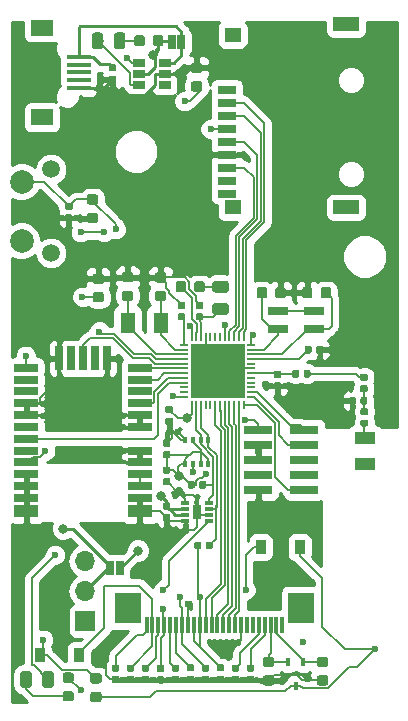
<source format=gbr>
G04 #@! TF.GenerationSoftware,KiCad,Pcbnew,(5.0.1)-rc2*
G04 #@! TF.CreationDate,2019-10-07T13:01:37-07:00*
G04 #@! TF.ProjectId,GPSLogger,4750534C6F676765722E6B696361645F,rev?*
G04 #@! TF.SameCoordinates,Original*
G04 #@! TF.FileFunction,Copper,L1,Top,Signal*
G04 #@! TF.FilePolarity,Positive*
%FSLAX46Y46*%
G04 Gerber Fmt 4.6, Leading zero omitted, Abs format (unit mm)*
G04 Created by KiCad (PCBNEW (5.0.1)-rc2) date 10/7/2019 1:01:37 PM*
%MOMM*%
%LPD*%
G01*
G04 APERTURE LIST*
G04 #@! TA.AperFunction,ComponentPad*
%ADD10C,2.000000*%
G04 #@! TD*
G04 #@! TA.AperFunction,WasherPad*
%ADD11C,1.500000*%
G04 #@! TD*
G04 #@! TA.AperFunction,SMDPad,CuDef*
%ADD12R,0.450000X0.700000*%
G04 #@! TD*
G04 #@! TA.AperFunction,SMDPad,CuDef*
%ADD13R,2.200000X1.200000*%
G04 #@! TD*
G04 #@! TA.AperFunction,SMDPad,CuDef*
%ADD14R,1.400000X1.200000*%
G04 #@! TD*
G04 #@! TA.AperFunction,SMDPad,CuDef*
%ADD15R,1.600000X0.700000*%
G04 #@! TD*
G04 #@! TA.AperFunction,SMDPad,CuDef*
%ADD16R,0.900000X1.200000*%
G04 #@! TD*
G04 #@! TA.AperFunction,Conductor*
%ADD17C,0.100000*%
G04 #@! TD*
G04 #@! TA.AperFunction,SMDPad,CuDef*
%ADD18C,0.975000*%
G04 #@! TD*
G04 #@! TA.AperFunction,SMDPad,CuDef*
%ADD19R,4.660000X4.660000*%
G04 #@! TD*
G04 #@! TA.AperFunction,SMDPad,CuDef*
%ADD20R,0.680000X0.250000*%
G04 #@! TD*
G04 #@! TA.AperFunction,SMDPad,CuDef*
%ADD21R,0.250000X0.680000*%
G04 #@! TD*
G04 #@! TA.AperFunction,SMDPad,CuDef*
%ADD22R,0.635000X1.270000*%
G04 #@! TD*
G04 #@! TA.AperFunction,SMDPad,CuDef*
%ADD23C,0.875000*%
G04 #@! TD*
G04 #@! TA.AperFunction,SMDPad,CuDef*
%ADD24R,1.800000X0.800000*%
G04 #@! TD*
G04 #@! TA.AperFunction,SMDPad,CuDef*
%ADD25R,1.300000X1.800000*%
G04 #@! TD*
G04 #@! TA.AperFunction,SMDPad,CuDef*
%ADD26C,0.590000*%
G04 #@! TD*
G04 #@! TA.AperFunction,SMDPad,CuDef*
%ADD27R,2.000000X0.400000*%
G04 #@! TD*
G04 #@! TA.AperFunction,SMDPad,CuDef*
%ADD28R,1.900000X1.400000*%
G04 #@! TD*
G04 #@! TA.AperFunction,SMDPad,CuDef*
%ADD29R,0.350000X0.500000*%
G04 #@! TD*
G04 #@! TA.AperFunction,SMDPad,CuDef*
%ADD30R,1.060000X0.650000*%
G04 #@! TD*
G04 #@! TA.AperFunction,SMDPad,CuDef*
%ADD31R,0.700000X0.300000*%
G04 #@! TD*
G04 #@! TA.AperFunction,SMDPad,CuDef*
%ADD32R,0.800000X1.200000*%
G04 #@! TD*
G04 #@! TA.AperFunction,SMDPad,CuDef*
%ADD33R,0.300000X1.400000*%
G04 #@! TD*
G04 #@! TA.AperFunction,SMDPad,CuDef*
%ADD34R,2.300000X2.650000*%
G04 #@! TD*
G04 #@! TA.AperFunction,SMDPad,CuDef*
%ADD35R,1.800000X1.000000*%
G04 #@! TD*
G04 #@! TA.AperFunction,ComponentPad*
%ADD36R,1.700000X1.700000*%
G04 #@! TD*
G04 #@! TA.AperFunction,ComponentPad*
%ADD37O,1.700000X1.700000*%
G04 #@! TD*
G04 #@! TA.AperFunction,SMDPad,CuDef*
%ADD38R,0.700000X2.000000*%
G04 #@! TD*
G04 #@! TA.AperFunction,SMDPad,CuDef*
%ADD39R,2.000000X0.700000*%
G04 #@! TD*
G04 #@! TA.AperFunction,SMDPad,CuDef*
%ADD40R,2.000000X1.000000*%
G04 #@! TD*
G04 #@! TA.AperFunction,SMDPad,CuDef*
%ADD41R,2.400000X0.740000*%
G04 #@! TD*
G04 #@! TA.AperFunction,ViaPad*
%ADD42C,0.600000*%
G04 #@! TD*
G04 #@! TA.AperFunction,ViaPad*
%ADD43C,0.800000*%
G04 #@! TD*
G04 #@! TA.AperFunction,Conductor*
%ADD44C,0.152400*%
G04 #@! TD*
G04 #@! TA.AperFunction,Conductor*
%ADD45C,0.250000*%
G04 #@! TD*
G04 #@! TA.AperFunction,Conductor*
%ADD46C,0.254000*%
G04 #@! TD*
G04 APERTURE END LIST*
D10*
G04 #@! TO.P,J5,1*
G04 #@! TO.N,Fun_Btn_1_P23*
X132500000Y-77200000D03*
G04 #@! TO.P,J5,2*
G04 #@! TO.N,Vdd*
X132500000Y-82200000D03*
D11*
G04 #@! TO.P,J5,*
G04 #@! TO.N,*
X135000000Y-76160000D03*
X135000000Y-83240000D03*
G04 #@! TD*
D12*
G04 #@! TO.P,Q1,1*
G04 #@! TO.N,/EINK/GDR*
X156352000Y-117872000D03*
G04 #@! TO.P,Q1,2*
G04 #@! TO.N,/EINK/RESE*
X155052000Y-117872000D03*
G04 #@! TO.P,Q1,3*
G04 #@! TO.N,Net-(C16-Pad2)*
X155702000Y-119872000D03*
G04 #@! TD*
D13*
G04 #@! TO.P,J3,*
G04 #@! TO.N,*
X159976000Y-63878000D03*
X159976000Y-79378000D03*
D14*
X150376000Y-64778000D03*
X150376000Y-79378000D03*
D15*
G04 #@! TO.P,J3,Cd*
G04 #@! TO.N,N/C*
X149876000Y-78228000D03*
G04 #@! TO.P,J3,8*
G04 #@! TO.N,Net-(J3-Pad8)*
X149876000Y-77128000D03*
G04 #@! TO.P,J3,7*
G04 #@! TO.N,/SPI_MISO*
X149876000Y-76028000D03*
G04 #@! TO.P,J3,6*
G04 #@! TO.N,BattRtn*
X149876000Y-74928000D03*
G04 #@! TO.P,J3,5*
G04 #@! TO.N,/SPI_CLK*
X149876000Y-73828000D03*
G04 #@! TO.P,J3,4*
G04 #@! TO.N,Vdd*
X149876000Y-72728000D03*
G04 #@! TO.P,J3,1*
G04 #@! TO.N,Net-(J3-Pad1)*
X149876000Y-69428000D03*
G04 #@! TO.P,J3,2*
G04 #@! TO.N,/SD_CS*
X149876000Y-70528000D03*
G04 #@! TO.P,J3,3*
G04 #@! TO.N,/SPI_MOSI*
X149876000Y-71628000D03*
G04 #@! TD*
D16*
G04 #@! TO.P,D4,1*
G04 #@! TO.N,Net-(C16-Pad1)*
X134050000Y-117300000D03*
G04 #@! TO.P,D4,2*
G04 #@! TO.N,/EINK/PREVGL*
X137350000Y-117300000D03*
G04 #@! TD*
G04 #@! TO.P,D8,1*
G04 #@! TO.N,/EINK/PREVGH*
X152750000Y-108150000D03*
G04 #@! TO.P,D8,2*
G04 #@! TO.N,Net-(C16-Pad2)*
X156050000Y-108150000D03*
G04 #@! TD*
D17*
G04 #@! TO.N,LED1_P2*
G04 #@! TO.C,D1*
G36*
X135005142Y-118651174D02*
X135028803Y-118654684D01*
X135052007Y-118660496D01*
X135074529Y-118668554D01*
X135096153Y-118678782D01*
X135116670Y-118691079D01*
X135135883Y-118705329D01*
X135153607Y-118721393D01*
X135169671Y-118739117D01*
X135183921Y-118758330D01*
X135196218Y-118778847D01*
X135206446Y-118800471D01*
X135214504Y-118822993D01*
X135220316Y-118846197D01*
X135223826Y-118869858D01*
X135225000Y-118893750D01*
X135225000Y-119806250D01*
X135223826Y-119830142D01*
X135220316Y-119853803D01*
X135214504Y-119877007D01*
X135206446Y-119899529D01*
X135196218Y-119921153D01*
X135183921Y-119941670D01*
X135169671Y-119960883D01*
X135153607Y-119978607D01*
X135135883Y-119994671D01*
X135116670Y-120008921D01*
X135096153Y-120021218D01*
X135074529Y-120031446D01*
X135052007Y-120039504D01*
X135028803Y-120045316D01*
X135005142Y-120048826D01*
X134981250Y-120050000D01*
X134493750Y-120050000D01*
X134469858Y-120048826D01*
X134446197Y-120045316D01*
X134422993Y-120039504D01*
X134400471Y-120031446D01*
X134378847Y-120021218D01*
X134358330Y-120008921D01*
X134339117Y-119994671D01*
X134321393Y-119978607D01*
X134305329Y-119960883D01*
X134291079Y-119941670D01*
X134278782Y-119921153D01*
X134268554Y-119899529D01*
X134260496Y-119877007D01*
X134254684Y-119853803D01*
X134251174Y-119830142D01*
X134250000Y-119806250D01*
X134250000Y-118893750D01*
X134251174Y-118869858D01*
X134254684Y-118846197D01*
X134260496Y-118822993D01*
X134268554Y-118800471D01*
X134278782Y-118778847D01*
X134291079Y-118758330D01*
X134305329Y-118739117D01*
X134321393Y-118721393D01*
X134339117Y-118705329D01*
X134358330Y-118691079D01*
X134378847Y-118678782D01*
X134400471Y-118668554D01*
X134422993Y-118660496D01*
X134446197Y-118654684D01*
X134469858Y-118651174D01*
X134493750Y-118650000D01*
X134981250Y-118650000D01*
X135005142Y-118651174D01*
X135005142Y-118651174D01*
G37*
D18*
G04 #@! TD*
G04 #@! TO.P,D1,2*
G04 #@! TO.N,LED1_P2*
X134737500Y-119350000D03*
D17*
G04 #@! TO.N,Net-(D1-Pad1)*
G04 #@! TO.C,D1*
G36*
X133130142Y-118651174D02*
X133153803Y-118654684D01*
X133177007Y-118660496D01*
X133199529Y-118668554D01*
X133221153Y-118678782D01*
X133241670Y-118691079D01*
X133260883Y-118705329D01*
X133278607Y-118721393D01*
X133294671Y-118739117D01*
X133308921Y-118758330D01*
X133321218Y-118778847D01*
X133331446Y-118800471D01*
X133339504Y-118822993D01*
X133345316Y-118846197D01*
X133348826Y-118869858D01*
X133350000Y-118893750D01*
X133350000Y-119806250D01*
X133348826Y-119830142D01*
X133345316Y-119853803D01*
X133339504Y-119877007D01*
X133331446Y-119899529D01*
X133321218Y-119921153D01*
X133308921Y-119941670D01*
X133294671Y-119960883D01*
X133278607Y-119978607D01*
X133260883Y-119994671D01*
X133241670Y-120008921D01*
X133221153Y-120021218D01*
X133199529Y-120031446D01*
X133177007Y-120039504D01*
X133153803Y-120045316D01*
X133130142Y-120048826D01*
X133106250Y-120050000D01*
X132618750Y-120050000D01*
X132594858Y-120048826D01*
X132571197Y-120045316D01*
X132547993Y-120039504D01*
X132525471Y-120031446D01*
X132503847Y-120021218D01*
X132483330Y-120008921D01*
X132464117Y-119994671D01*
X132446393Y-119978607D01*
X132430329Y-119960883D01*
X132416079Y-119941670D01*
X132403782Y-119921153D01*
X132393554Y-119899529D01*
X132385496Y-119877007D01*
X132379684Y-119853803D01*
X132376174Y-119830142D01*
X132375000Y-119806250D01*
X132375000Y-118893750D01*
X132376174Y-118869858D01*
X132379684Y-118846197D01*
X132385496Y-118822993D01*
X132393554Y-118800471D01*
X132403782Y-118778847D01*
X132416079Y-118758330D01*
X132430329Y-118739117D01*
X132446393Y-118721393D01*
X132464117Y-118705329D01*
X132483330Y-118691079D01*
X132503847Y-118678782D01*
X132525471Y-118668554D01*
X132547993Y-118660496D01*
X132571197Y-118654684D01*
X132594858Y-118651174D01*
X132618750Y-118650000D01*
X133106250Y-118650000D01*
X133130142Y-118651174D01*
X133130142Y-118651174D01*
G37*
D18*
G04 #@! TD*
G04 #@! TO.P,D1,1*
G04 #@! TO.N,Net-(D1-Pad1)*
X132862500Y-119350000D03*
D17*
G04 #@! TO.N,Net-(D2-Pad2)*
G04 #@! TO.C,D2*
G36*
X141080642Y-64579174D02*
X141104303Y-64582684D01*
X141127507Y-64588496D01*
X141150029Y-64596554D01*
X141171653Y-64606782D01*
X141192170Y-64619079D01*
X141211383Y-64633329D01*
X141229107Y-64649393D01*
X141245171Y-64667117D01*
X141259421Y-64686330D01*
X141271718Y-64706847D01*
X141281946Y-64728471D01*
X141290004Y-64750993D01*
X141295816Y-64774197D01*
X141299326Y-64797858D01*
X141300500Y-64821750D01*
X141300500Y-65734250D01*
X141299326Y-65758142D01*
X141295816Y-65781803D01*
X141290004Y-65805007D01*
X141281946Y-65827529D01*
X141271718Y-65849153D01*
X141259421Y-65869670D01*
X141245171Y-65888883D01*
X141229107Y-65906607D01*
X141211383Y-65922671D01*
X141192170Y-65936921D01*
X141171653Y-65949218D01*
X141150029Y-65959446D01*
X141127507Y-65967504D01*
X141104303Y-65973316D01*
X141080642Y-65976826D01*
X141056750Y-65978000D01*
X140569250Y-65978000D01*
X140545358Y-65976826D01*
X140521697Y-65973316D01*
X140498493Y-65967504D01*
X140475971Y-65959446D01*
X140454347Y-65949218D01*
X140433830Y-65936921D01*
X140414617Y-65922671D01*
X140396893Y-65906607D01*
X140380829Y-65888883D01*
X140366579Y-65869670D01*
X140354282Y-65849153D01*
X140344054Y-65827529D01*
X140335996Y-65805007D01*
X140330184Y-65781803D01*
X140326674Y-65758142D01*
X140325500Y-65734250D01*
X140325500Y-64821750D01*
X140326674Y-64797858D01*
X140330184Y-64774197D01*
X140335996Y-64750993D01*
X140344054Y-64728471D01*
X140354282Y-64706847D01*
X140366579Y-64686330D01*
X140380829Y-64667117D01*
X140396893Y-64649393D01*
X140414617Y-64633329D01*
X140433830Y-64619079D01*
X140454347Y-64606782D01*
X140475971Y-64596554D01*
X140498493Y-64588496D01*
X140521697Y-64582684D01*
X140545358Y-64579174D01*
X140569250Y-64578000D01*
X141056750Y-64578000D01*
X141080642Y-64579174D01*
X141080642Y-64579174D01*
G37*
D18*
G04 #@! TD*
G04 #@! TO.P,D2,2*
G04 #@! TO.N,Net-(D2-Pad2)*
X140813000Y-65278000D03*
D17*
G04 #@! TO.N,Net-(D2-Pad1)*
G04 #@! TO.C,D2*
G36*
X139205642Y-64579174D02*
X139229303Y-64582684D01*
X139252507Y-64588496D01*
X139275029Y-64596554D01*
X139296653Y-64606782D01*
X139317170Y-64619079D01*
X139336383Y-64633329D01*
X139354107Y-64649393D01*
X139370171Y-64667117D01*
X139384421Y-64686330D01*
X139396718Y-64706847D01*
X139406946Y-64728471D01*
X139415004Y-64750993D01*
X139420816Y-64774197D01*
X139424326Y-64797858D01*
X139425500Y-64821750D01*
X139425500Y-65734250D01*
X139424326Y-65758142D01*
X139420816Y-65781803D01*
X139415004Y-65805007D01*
X139406946Y-65827529D01*
X139396718Y-65849153D01*
X139384421Y-65869670D01*
X139370171Y-65888883D01*
X139354107Y-65906607D01*
X139336383Y-65922671D01*
X139317170Y-65936921D01*
X139296653Y-65949218D01*
X139275029Y-65959446D01*
X139252507Y-65967504D01*
X139229303Y-65973316D01*
X139205642Y-65976826D01*
X139181750Y-65978000D01*
X138694250Y-65978000D01*
X138670358Y-65976826D01*
X138646697Y-65973316D01*
X138623493Y-65967504D01*
X138600971Y-65959446D01*
X138579347Y-65949218D01*
X138558830Y-65936921D01*
X138539617Y-65922671D01*
X138521893Y-65906607D01*
X138505829Y-65888883D01*
X138491579Y-65869670D01*
X138479282Y-65849153D01*
X138469054Y-65827529D01*
X138460996Y-65805007D01*
X138455184Y-65781803D01*
X138451674Y-65758142D01*
X138450500Y-65734250D01*
X138450500Y-64821750D01*
X138451674Y-64797858D01*
X138455184Y-64774197D01*
X138460996Y-64750993D01*
X138469054Y-64728471D01*
X138479282Y-64706847D01*
X138491579Y-64686330D01*
X138505829Y-64667117D01*
X138521893Y-64649393D01*
X138539617Y-64633329D01*
X138558830Y-64619079D01*
X138579347Y-64606782D01*
X138600971Y-64596554D01*
X138623493Y-64588496D01*
X138646697Y-64582684D01*
X138670358Y-64579174D01*
X138694250Y-64578000D01*
X139181750Y-64578000D01*
X139205642Y-64579174D01*
X139205642Y-64579174D01*
G37*
D18*
G04 #@! TD*
G04 #@! TO.P,D2,1*
G04 #@! TO.N,Net-(D2-Pad1)*
X138938000Y-65278000D03*
D17*
G04 #@! TO.N,Net-(L1-Pad2)*
G04 #@! TO.C,L1*
G36*
X149832142Y-85619674D02*
X149855803Y-85623184D01*
X149879007Y-85628996D01*
X149901529Y-85637054D01*
X149923153Y-85647282D01*
X149943670Y-85659579D01*
X149962883Y-85673829D01*
X149980607Y-85689893D01*
X149996671Y-85707617D01*
X150010921Y-85726830D01*
X150023218Y-85747347D01*
X150033446Y-85768971D01*
X150041504Y-85791493D01*
X150047316Y-85814697D01*
X150050826Y-85838358D01*
X150052000Y-85862250D01*
X150052000Y-86349750D01*
X150050826Y-86373642D01*
X150047316Y-86397303D01*
X150041504Y-86420507D01*
X150033446Y-86443029D01*
X150023218Y-86464653D01*
X150010921Y-86485170D01*
X149996671Y-86504383D01*
X149980607Y-86522107D01*
X149962883Y-86538171D01*
X149943670Y-86552421D01*
X149923153Y-86564718D01*
X149901529Y-86574946D01*
X149879007Y-86583004D01*
X149855803Y-86588816D01*
X149832142Y-86592326D01*
X149808250Y-86593500D01*
X148895750Y-86593500D01*
X148871858Y-86592326D01*
X148848197Y-86588816D01*
X148824993Y-86583004D01*
X148802471Y-86574946D01*
X148780847Y-86564718D01*
X148760330Y-86552421D01*
X148741117Y-86538171D01*
X148723393Y-86522107D01*
X148707329Y-86504383D01*
X148693079Y-86485170D01*
X148680782Y-86464653D01*
X148670554Y-86443029D01*
X148662496Y-86420507D01*
X148656684Y-86397303D01*
X148653174Y-86373642D01*
X148652000Y-86349750D01*
X148652000Y-85862250D01*
X148653174Y-85838358D01*
X148656684Y-85814697D01*
X148662496Y-85791493D01*
X148670554Y-85768971D01*
X148680782Y-85747347D01*
X148693079Y-85726830D01*
X148707329Y-85707617D01*
X148723393Y-85689893D01*
X148741117Y-85673829D01*
X148760330Y-85659579D01*
X148780847Y-85647282D01*
X148802471Y-85637054D01*
X148824993Y-85628996D01*
X148848197Y-85623184D01*
X148871858Y-85619674D01*
X148895750Y-85618500D01*
X149808250Y-85618500D01*
X149832142Y-85619674D01*
X149832142Y-85619674D01*
G37*
D18*
G04 #@! TD*
G04 #@! TO.P,L1,2*
G04 #@! TO.N,Net-(L1-Pad2)*
X149352000Y-86106000D03*
D17*
G04 #@! TO.N,/DEC4*
G04 #@! TO.C,L1*
G36*
X149832142Y-87494674D02*
X149855803Y-87498184D01*
X149879007Y-87503996D01*
X149901529Y-87512054D01*
X149923153Y-87522282D01*
X149943670Y-87534579D01*
X149962883Y-87548829D01*
X149980607Y-87564893D01*
X149996671Y-87582617D01*
X150010921Y-87601830D01*
X150023218Y-87622347D01*
X150033446Y-87643971D01*
X150041504Y-87666493D01*
X150047316Y-87689697D01*
X150050826Y-87713358D01*
X150052000Y-87737250D01*
X150052000Y-88224750D01*
X150050826Y-88248642D01*
X150047316Y-88272303D01*
X150041504Y-88295507D01*
X150033446Y-88318029D01*
X150023218Y-88339653D01*
X150010921Y-88360170D01*
X149996671Y-88379383D01*
X149980607Y-88397107D01*
X149962883Y-88413171D01*
X149943670Y-88427421D01*
X149923153Y-88439718D01*
X149901529Y-88449946D01*
X149879007Y-88458004D01*
X149855803Y-88463816D01*
X149832142Y-88467326D01*
X149808250Y-88468500D01*
X148895750Y-88468500D01*
X148871858Y-88467326D01*
X148848197Y-88463816D01*
X148824993Y-88458004D01*
X148802471Y-88449946D01*
X148780847Y-88439718D01*
X148760330Y-88427421D01*
X148741117Y-88413171D01*
X148723393Y-88397107D01*
X148707329Y-88379383D01*
X148693079Y-88360170D01*
X148680782Y-88339653D01*
X148670554Y-88318029D01*
X148662496Y-88295507D01*
X148656684Y-88272303D01*
X148653174Y-88248642D01*
X148652000Y-88224750D01*
X148652000Y-87737250D01*
X148653174Y-87713358D01*
X148656684Y-87689697D01*
X148662496Y-87666493D01*
X148670554Y-87643971D01*
X148680782Y-87622347D01*
X148693079Y-87601830D01*
X148707329Y-87582617D01*
X148723393Y-87564893D01*
X148741117Y-87548829D01*
X148760330Y-87534579D01*
X148780847Y-87522282D01*
X148802471Y-87512054D01*
X148824993Y-87503996D01*
X148848197Y-87498184D01*
X148871858Y-87494674D01*
X148895750Y-87493500D01*
X149808250Y-87493500D01*
X149832142Y-87494674D01*
X149832142Y-87494674D01*
G37*
D18*
G04 #@! TD*
G04 #@! TO.P,L1,1*
G04 #@! TO.N,/DEC4*
X149352000Y-87981000D03*
D19*
G04 #@! TO.P,U2,49*
G04 #@! TO.N,BattRtn*
X149098000Y-93218000D03*
D20*
G04 #@! TO.P,U2,1*
G04 #@! TO.N,/DEC1*
X146238000Y-91018000D03*
G04 #@! TO.P,U2,2*
G04 #@! TO.N,Net-(CRYSTL_C1-Pad1)*
X146238000Y-91418000D03*
G04 #@! TO.P,U2,3*
G04 #@! TO.N,Net-(CRYSTL_C2-Pad1)*
X146238000Y-91818000D03*
G04 #@! TO.P,U2,4*
G04 #@! TO.N,ALRT*
X146238000Y-92218000D03*
G04 #@! TO.P,U2,5*
G04 #@! TO.N,/GPS_TimePulse*
X146238000Y-92618000D03*
G04 #@! TO.P,U2,6*
G04 #@! TO.N,UART_TX*
X146238000Y-93018000D03*
G04 #@! TO.P,U2,7*
G04 #@! TO.N,UART_RX*
X146238000Y-93418000D03*
G04 #@! TO.P,U2,8*
G04 #@! TO.N,/GPS_Reset*
X146238000Y-93818000D03*
G04 #@! TO.P,U2,9*
G04 #@! TO.N,/GPS_ExtInt*
X146238000Y-94218000D03*
G04 #@! TO.P,U2,10*
G04 #@! TO.N,Net-(U2-Pad10)*
X146238000Y-94618000D03*
G04 #@! TO.P,U2,11*
G04 #@! TO.N,Net-(U2-Pad11)*
X146238000Y-95018000D03*
G04 #@! TO.P,U2,12*
G04 #@! TO.N,Fun_Btn_1_P23*
X146238000Y-95418000D03*
D21*
G04 #@! TO.P,U2,13*
G04 #@! TO.N,Vdd*
X146898000Y-96078000D03*
G04 #@! TO.P,U2,14*
G04 #@! TO.N,SDA*
X147298000Y-96078000D03*
G04 #@! TO.P,U2,15*
G04 #@! TO.N,SCL*
X147698000Y-96078000D03*
G04 #@! TO.P,U2,16*
G04 #@! TO.N,Net-(U2-Pad16)*
X148098000Y-96078000D03*
G04 #@! TO.P,U2,17*
G04 #@! TO.N,Net-(U2-Pad17)*
X148498000Y-96078000D03*
G04 #@! TO.P,U2,18*
G04 #@! TO.N,/EINK_SPI_MOSI*
X148898000Y-96078000D03*
G04 #@! TO.P,U2,19*
G04 #@! TO.N,/EINK_SPI_CLK*
X149298000Y-96078000D03*
G04 #@! TO.P,U2,20*
G04 #@! TO.N,/SPI_EINK_CS*
X149698000Y-96078000D03*
G04 #@! TO.P,U2,21*
G04 #@! TO.N,/EINK_DC*
X150098000Y-96078000D03*
G04 #@! TO.P,U2,22*
G04 #@! TO.N,/EINK_RST*
X150498000Y-96078000D03*
G04 #@! TO.P,U2,23*
G04 #@! TO.N,/EINK_BUSY*
X150898000Y-96078000D03*
G04 #@! TO.P,U2,24*
G04 #@! TO.N,/RESET*
X151298000Y-96078000D03*
D20*
G04 #@! TO.P,U2,25*
G04 #@! TO.N,/SWDCLK*
X151958000Y-95418000D03*
G04 #@! TO.P,U2,26*
G04 #@! TO.N,/SWDIO*
X151958000Y-95018000D03*
G04 #@! TO.P,U2,27*
G04 #@! TO.N,Net-(U2-Pad27)*
X151958000Y-94618000D03*
G04 #@! TO.P,U2,28*
G04 #@! TO.N,Net-(U2-Pad28)*
X151958000Y-94218000D03*
G04 #@! TO.P,U2,29*
G04 #@! TO.N,Net-(U2-Pad29)*
X151958000Y-93818000D03*
G04 #@! TO.P,U2,30*
G04 #@! TO.N,Net-(ANT_C1-Pad1)*
X151958000Y-93418000D03*
G04 #@! TO.P,U2,31*
G04 #@! TO.N,BattRtn*
X151958000Y-93018000D03*
G04 #@! TO.P,U2,32*
G04 #@! TO.N,/DEC2*
X151958000Y-92618000D03*
G04 #@! TO.P,U2,33*
G04 #@! TO.N,/DEC3*
X151958000Y-92218000D03*
G04 #@! TO.P,U2,34*
G04 #@! TO.N,Net-(CRYSTL_C3-Pad2)*
X151958000Y-91818000D03*
G04 #@! TO.P,U2,35*
G04 #@! TO.N,Net-(CRYSTL_C4-Pad2)*
X151958000Y-91418000D03*
G04 #@! TO.P,U2,36*
G04 #@! TO.N,Vdd*
X151958000Y-91018000D03*
D21*
G04 #@! TO.P,U2,37*
G04 #@! TO.N,/SD_CS*
X151298000Y-90358000D03*
G04 #@! TO.P,U2,38*
G04 #@! TO.N,/SPI_MOSI*
X150898000Y-90358000D03*
G04 #@! TO.P,U2,39*
G04 #@! TO.N,/SPI_CLK*
X150498000Y-90358000D03*
G04 #@! TO.P,U2,40*
G04 #@! TO.N,/SPI_MISO*
X150098000Y-90358000D03*
G04 #@! TO.P,U2,41*
G04 #@! TO.N,LED1_P2*
X149698000Y-90358000D03*
G04 #@! TO.P,U2,42*
G04 #@! TO.N,Net-(U2-Pad42)*
X149298000Y-90358000D03*
G04 #@! TO.P,U2,43*
G04 #@! TO.N,Net-(U2-Pad43)*
X148898000Y-90358000D03*
G04 #@! TO.P,U2,44*
G04 #@! TO.N,Net-(U2-Pad44)*
X148498000Y-90358000D03*
G04 #@! TO.P,U2,45*
G04 #@! TO.N,BattRtn*
X148098000Y-90358000D03*
G04 #@! TO.P,U2,46*
G04 #@! TO.N,/DEC4*
X147698000Y-90358000D03*
G04 #@! TO.P,U2,47*
G04 #@! TO.N,Net-(L6-Pad2)*
X147298000Y-90358000D03*
G04 #@! TO.P,U2,48*
G04 #@! TO.N,Vdd*
X146898000Y-90358000D03*
G04 #@! TD*
D22*
G04 #@! TO.P,JP1,2*
G04 #@! TO.N,/BatteryManagement/Batt+*
X145200000Y-65400000D03*
G04 #@! TO.P,JP1,1*
G04 #@! TO.N,USB_PWR*
X146012800Y-65400000D03*
G04 #@! TD*
D17*
G04 #@! TO.N,BattRtn*
G04 #@! TO.C,R2*
G36*
X138777691Y-79851053D02*
X138798926Y-79854203D01*
X138819750Y-79859419D01*
X138839962Y-79866651D01*
X138859368Y-79875830D01*
X138877781Y-79886866D01*
X138895024Y-79899654D01*
X138910930Y-79914070D01*
X138925346Y-79929976D01*
X138938134Y-79947219D01*
X138949170Y-79965632D01*
X138958349Y-79985038D01*
X138965581Y-80005250D01*
X138970797Y-80026074D01*
X138973947Y-80047309D01*
X138975000Y-80068750D01*
X138975000Y-80506250D01*
X138973947Y-80527691D01*
X138970797Y-80548926D01*
X138965581Y-80569750D01*
X138958349Y-80589962D01*
X138949170Y-80609368D01*
X138938134Y-80627781D01*
X138925346Y-80645024D01*
X138910930Y-80660930D01*
X138895024Y-80675346D01*
X138877781Y-80688134D01*
X138859368Y-80699170D01*
X138839962Y-80708349D01*
X138819750Y-80715581D01*
X138798926Y-80720797D01*
X138777691Y-80723947D01*
X138756250Y-80725000D01*
X138243750Y-80725000D01*
X138222309Y-80723947D01*
X138201074Y-80720797D01*
X138180250Y-80715581D01*
X138160038Y-80708349D01*
X138140632Y-80699170D01*
X138122219Y-80688134D01*
X138104976Y-80675346D01*
X138089070Y-80660930D01*
X138074654Y-80645024D01*
X138061866Y-80627781D01*
X138050830Y-80609368D01*
X138041651Y-80589962D01*
X138034419Y-80569750D01*
X138029203Y-80548926D01*
X138026053Y-80527691D01*
X138025000Y-80506250D01*
X138025000Y-80068750D01*
X138026053Y-80047309D01*
X138029203Y-80026074D01*
X138034419Y-80005250D01*
X138041651Y-79985038D01*
X138050830Y-79965632D01*
X138061866Y-79947219D01*
X138074654Y-79929976D01*
X138089070Y-79914070D01*
X138104976Y-79899654D01*
X138122219Y-79886866D01*
X138140632Y-79875830D01*
X138160038Y-79866651D01*
X138180250Y-79859419D01*
X138201074Y-79854203D01*
X138222309Y-79851053D01*
X138243750Y-79850000D01*
X138756250Y-79850000D01*
X138777691Y-79851053D01*
X138777691Y-79851053D01*
G37*
D23*
G04 #@! TD*
G04 #@! TO.P,R2,2*
G04 #@! TO.N,BattRtn*
X138500000Y-80287500D03*
D17*
G04 #@! TO.N,Fun_Btn_1_P23*
G04 #@! TO.C,R2*
G36*
X138777691Y-78276053D02*
X138798926Y-78279203D01*
X138819750Y-78284419D01*
X138839962Y-78291651D01*
X138859368Y-78300830D01*
X138877781Y-78311866D01*
X138895024Y-78324654D01*
X138910930Y-78339070D01*
X138925346Y-78354976D01*
X138938134Y-78372219D01*
X138949170Y-78390632D01*
X138958349Y-78410038D01*
X138965581Y-78430250D01*
X138970797Y-78451074D01*
X138973947Y-78472309D01*
X138975000Y-78493750D01*
X138975000Y-78931250D01*
X138973947Y-78952691D01*
X138970797Y-78973926D01*
X138965581Y-78994750D01*
X138958349Y-79014962D01*
X138949170Y-79034368D01*
X138938134Y-79052781D01*
X138925346Y-79070024D01*
X138910930Y-79085930D01*
X138895024Y-79100346D01*
X138877781Y-79113134D01*
X138859368Y-79124170D01*
X138839962Y-79133349D01*
X138819750Y-79140581D01*
X138798926Y-79145797D01*
X138777691Y-79148947D01*
X138756250Y-79150000D01*
X138243750Y-79150000D01*
X138222309Y-79148947D01*
X138201074Y-79145797D01*
X138180250Y-79140581D01*
X138160038Y-79133349D01*
X138140632Y-79124170D01*
X138122219Y-79113134D01*
X138104976Y-79100346D01*
X138089070Y-79085930D01*
X138074654Y-79070024D01*
X138061866Y-79052781D01*
X138050830Y-79034368D01*
X138041651Y-79014962D01*
X138034419Y-78994750D01*
X138029203Y-78973926D01*
X138026053Y-78952691D01*
X138025000Y-78931250D01*
X138025000Y-78493750D01*
X138026053Y-78472309D01*
X138029203Y-78451074D01*
X138034419Y-78430250D01*
X138041651Y-78410038D01*
X138050830Y-78390632D01*
X138061866Y-78372219D01*
X138074654Y-78354976D01*
X138089070Y-78339070D01*
X138104976Y-78324654D01*
X138122219Y-78311866D01*
X138140632Y-78300830D01*
X138160038Y-78291651D01*
X138180250Y-78284419D01*
X138201074Y-78279203D01*
X138222309Y-78276053D01*
X138243750Y-78275000D01*
X138756250Y-78275000D01*
X138777691Y-78276053D01*
X138777691Y-78276053D01*
G37*
D23*
G04 #@! TD*
G04 #@! TO.P,R2,1*
G04 #@! TO.N,Fun_Btn_1_P23*
X138500000Y-78712500D03*
D17*
G04 #@! TO.N,/BatteryManagement/NTC*
G04 #@! TO.C,R3*
G36*
X147597691Y-68702553D02*
X147618926Y-68705703D01*
X147639750Y-68710919D01*
X147659962Y-68718151D01*
X147679368Y-68727330D01*
X147697781Y-68738366D01*
X147715024Y-68751154D01*
X147730930Y-68765570D01*
X147745346Y-68781476D01*
X147758134Y-68798719D01*
X147769170Y-68817132D01*
X147778349Y-68836538D01*
X147785581Y-68856750D01*
X147790797Y-68877574D01*
X147793947Y-68898809D01*
X147795000Y-68920250D01*
X147795000Y-69357750D01*
X147793947Y-69379191D01*
X147790797Y-69400426D01*
X147785581Y-69421250D01*
X147778349Y-69441462D01*
X147769170Y-69460868D01*
X147758134Y-69479281D01*
X147745346Y-69496524D01*
X147730930Y-69512430D01*
X147715024Y-69526846D01*
X147697781Y-69539634D01*
X147679368Y-69550670D01*
X147659962Y-69559849D01*
X147639750Y-69567081D01*
X147618926Y-69572297D01*
X147597691Y-69575447D01*
X147576250Y-69576500D01*
X147063750Y-69576500D01*
X147042309Y-69575447D01*
X147021074Y-69572297D01*
X147000250Y-69567081D01*
X146980038Y-69559849D01*
X146960632Y-69550670D01*
X146942219Y-69539634D01*
X146924976Y-69526846D01*
X146909070Y-69512430D01*
X146894654Y-69496524D01*
X146881866Y-69479281D01*
X146870830Y-69460868D01*
X146861651Y-69441462D01*
X146854419Y-69421250D01*
X146849203Y-69400426D01*
X146846053Y-69379191D01*
X146845000Y-69357750D01*
X146845000Y-68920250D01*
X146846053Y-68898809D01*
X146849203Y-68877574D01*
X146854419Y-68856750D01*
X146861651Y-68836538D01*
X146870830Y-68817132D01*
X146881866Y-68798719D01*
X146894654Y-68781476D01*
X146909070Y-68765570D01*
X146924976Y-68751154D01*
X146942219Y-68738366D01*
X146960632Y-68727330D01*
X146980038Y-68718151D01*
X147000250Y-68710919D01*
X147021074Y-68705703D01*
X147042309Y-68702553D01*
X147063750Y-68701500D01*
X147576250Y-68701500D01*
X147597691Y-68702553D01*
X147597691Y-68702553D01*
G37*
D23*
G04 #@! TD*
G04 #@! TO.P,R3,2*
G04 #@! TO.N,/BatteryManagement/NTC*
X147320000Y-69139000D03*
D17*
G04 #@! TO.N,BattRtn*
G04 #@! TO.C,R3*
G36*
X147597691Y-67127553D02*
X147618926Y-67130703D01*
X147639750Y-67135919D01*
X147659962Y-67143151D01*
X147679368Y-67152330D01*
X147697781Y-67163366D01*
X147715024Y-67176154D01*
X147730930Y-67190570D01*
X147745346Y-67206476D01*
X147758134Y-67223719D01*
X147769170Y-67242132D01*
X147778349Y-67261538D01*
X147785581Y-67281750D01*
X147790797Y-67302574D01*
X147793947Y-67323809D01*
X147795000Y-67345250D01*
X147795000Y-67782750D01*
X147793947Y-67804191D01*
X147790797Y-67825426D01*
X147785581Y-67846250D01*
X147778349Y-67866462D01*
X147769170Y-67885868D01*
X147758134Y-67904281D01*
X147745346Y-67921524D01*
X147730930Y-67937430D01*
X147715024Y-67951846D01*
X147697781Y-67964634D01*
X147679368Y-67975670D01*
X147659962Y-67984849D01*
X147639750Y-67992081D01*
X147618926Y-67997297D01*
X147597691Y-68000447D01*
X147576250Y-68001500D01*
X147063750Y-68001500D01*
X147042309Y-68000447D01*
X147021074Y-67997297D01*
X147000250Y-67992081D01*
X146980038Y-67984849D01*
X146960632Y-67975670D01*
X146942219Y-67964634D01*
X146924976Y-67951846D01*
X146909070Y-67937430D01*
X146894654Y-67921524D01*
X146881866Y-67904281D01*
X146870830Y-67885868D01*
X146861651Y-67866462D01*
X146854419Y-67846250D01*
X146849203Y-67825426D01*
X146846053Y-67804191D01*
X146845000Y-67782750D01*
X146845000Y-67345250D01*
X146846053Y-67323809D01*
X146849203Y-67302574D01*
X146854419Y-67281750D01*
X146861651Y-67261538D01*
X146870830Y-67242132D01*
X146881866Y-67223719D01*
X146894654Y-67206476D01*
X146909070Y-67190570D01*
X146924976Y-67176154D01*
X146942219Y-67163366D01*
X146960632Y-67152330D01*
X146980038Y-67143151D01*
X147000250Y-67135919D01*
X147021074Y-67130703D01*
X147042309Y-67127553D01*
X147063750Y-67126500D01*
X147576250Y-67126500D01*
X147597691Y-67127553D01*
X147597691Y-67127553D01*
G37*
D23*
G04 #@! TD*
G04 #@! TO.P,R3,1*
G04 #@! TO.N,BattRtn*
X147320000Y-67564000D03*
D17*
G04 #@! TO.N,Net-(D2-Pad2)*
G04 #@! TO.C,R4*
G36*
X142734191Y-64804053D02*
X142755426Y-64807203D01*
X142776250Y-64812419D01*
X142796462Y-64819651D01*
X142815868Y-64828830D01*
X142834281Y-64839866D01*
X142851524Y-64852654D01*
X142867430Y-64867070D01*
X142881846Y-64882976D01*
X142894634Y-64900219D01*
X142905670Y-64918632D01*
X142914849Y-64938038D01*
X142922081Y-64958250D01*
X142927297Y-64979074D01*
X142930447Y-65000309D01*
X142931500Y-65021750D01*
X142931500Y-65534250D01*
X142930447Y-65555691D01*
X142927297Y-65576926D01*
X142922081Y-65597750D01*
X142914849Y-65617962D01*
X142905670Y-65637368D01*
X142894634Y-65655781D01*
X142881846Y-65673024D01*
X142867430Y-65688930D01*
X142851524Y-65703346D01*
X142834281Y-65716134D01*
X142815868Y-65727170D01*
X142796462Y-65736349D01*
X142776250Y-65743581D01*
X142755426Y-65748797D01*
X142734191Y-65751947D01*
X142712750Y-65753000D01*
X142275250Y-65753000D01*
X142253809Y-65751947D01*
X142232574Y-65748797D01*
X142211750Y-65743581D01*
X142191538Y-65736349D01*
X142172132Y-65727170D01*
X142153719Y-65716134D01*
X142136476Y-65703346D01*
X142120570Y-65688930D01*
X142106154Y-65673024D01*
X142093366Y-65655781D01*
X142082330Y-65637368D01*
X142073151Y-65617962D01*
X142065919Y-65597750D01*
X142060703Y-65576926D01*
X142057553Y-65555691D01*
X142056500Y-65534250D01*
X142056500Y-65021750D01*
X142057553Y-65000309D01*
X142060703Y-64979074D01*
X142065919Y-64958250D01*
X142073151Y-64938038D01*
X142082330Y-64918632D01*
X142093366Y-64900219D01*
X142106154Y-64882976D01*
X142120570Y-64867070D01*
X142136476Y-64852654D01*
X142153719Y-64839866D01*
X142172132Y-64828830D01*
X142191538Y-64819651D01*
X142211750Y-64812419D01*
X142232574Y-64807203D01*
X142253809Y-64804053D01*
X142275250Y-64803000D01*
X142712750Y-64803000D01*
X142734191Y-64804053D01*
X142734191Y-64804053D01*
G37*
D23*
G04 #@! TD*
G04 #@! TO.P,R4,2*
G04 #@! TO.N,Net-(D2-Pad2)*
X142494000Y-65278000D03*
D17*
G04 #@! TO.N,/BatteryManagement/Batt+*
G04 #@! TO.C,R4*
G36*
X144309191Y-64804053D02*
X144330426Y-64807203D01*
X144351250Y-64812419D01*
X144371462Y-64819651D01*
X144390868Y-64828830D01*
X144409281Y-64839866D01*
X144426524Y-64852654D01*
X144442430Y-64867070D01*
X144456846Y-64882976D01*
X144469634Y-64900219D01*
X144480670Y-64918632D01*
X144489849Y-64938038D01*
X144497081Y-64958250D01*
X144502297Y-64979074D01*
X144505447Y-65000309D01*
X144506500Y-65021750D01*
X144506500Y-65534250D01*
X144505447Y-65555691D01*
X144502297Y-65576926D01*
X144497081Y-65597750D01*
X144489849Y-65617962D01*
X144480670Y-65637368D01*
X144469634Y-65655781D01*
X144456846Y-65673024D01*
X144442430Y-65688930D01*
X144426524Y-65703346D01*
X144409281Y-65716134D01*
X144390868Y-65727170D01*
X144371462Y-65736349D01*
X144351250Y-65743581D01*
X144330426Y-65748797D01*
X144309191Y-65751947D01*
X144287750Y-65753000D01*
X143850250Y-65753000D01*
X143828809Y-65751947D01*
X143807574Y-65748797D01*
X143786750Y-65743581D01*
X143766538Y-65736349D01*
X143747132Y-65727170D01*
X143728719Y-65716134D01*
X143711476Y-65703346D01*
X143695570Y-65688930D01*
X143681154Y-65673024D01*
X143668366Y-65655781D01*
X143657330Y-65637368D01*
X143648151Y-65617962D01*
X143640919Y-65597750D01*
X143635703Y-65576926D01*
X143632553Y-65555691D01*
X143631500Y-65534250D01*
X143631500Y-65021750D01*
X143632553Y-65000309D01*
X143635703Y-64979074D01*
X143640919Y-64958250D01*
X143648151Y-64938038D01*
X143657330Y-64918632D01*
X143668366Y-64900219D01*
X143681154Y-64882976D01*
X143695570Y-64867070D01*
X143711476Y-64852654D01*
X143728719Y-64839866D01*
X143747132Y-64828830D01*
X143766538Y-64819651D01*
X143786750Y-64812419D01*
X143807574Y-64807203D01*
X143828809Y-64804053D01*
X143850250Y-64803000D01*
X144287750Y-64803000D01*
X144309191Y-64804053D01*
X144309191Y-64804053D01*
G37*
D23*
G04 #@! TD*
G04 #@! TO.P,R4,1*
G04 #@! TO.N,/BatteryManagement/Batt+*
X144069000Y-65278000D03*
D17*
G04 #@! TO.N,BattRtn*
G04 #@! TO.C,R16*
G36*
X153693691Y-118994553D02*
X153714926Y-118997703D01*
X153735750Y-119002919D01*
X153755962Y-119010151D01*
X153775368Y-119019330D01*
X153793781Y-119030366D01*
X153811024Y-119043154D01*
X153826930Y-119057570D01*
X153841346Y-119073476D01*
X153854134Y-119090719D01*
X153865170Y-119109132D01*
X153874349Y-119128538D01*
X153881581Y-119148750D01*
X153886797Y-119169574D01*
X153889947Y-119190809D01*
X153891000Y-119212250D01*
X153891000Y-119649750D01*
X153889947Y-119671191D01*
X153886797Y-119692426D01*
X153881581Y-119713250D01*
X153874349Y-119733462D01*
X153865170Y-119752868D01*
X153854134Y-119771281D01*
X153841346Y-119788524D01*
X153826930Y-119804430D01*
X153811024Y-119818846D01*
X153793781Y-119831634D01*
X153775368Y-119842670D01*
X153755962Y-119851849D01*
X153735750Y-119859081D01*
X153714926Y-119864297D01*
X153693691Y-119867447D01*
X153672250Y-119868500D01*
X153159750Y-119868500D01*
X153138309Y-119867447D01*
X153117074Y-119864297D01*
X153096250Y-119859081D01*
X153076038Y-119851849D01*
X153056632Y-119842670D01*
X153038219Y-119831634D01*
X153020976Y-119818846D01*
X153005070Y-119804430D01*
X152990654Y-119788524D01*
X152977866Y-119771281D01*
X152966830Y-119752868D01*
X152957651Y-119733462D01*
X152950419Y-119713250D01*
X152945203Y-119692426D01*
X152942053Y-119671191D01*
X152941000Y-119649750D01*
X152941000Y-119212250D01*
X152942053Y-119190809D01*
X152945203Y-119169574D01*
X152950419Y-119148750D01*
X152957651Y-119128538D01*
X152966830Y-119109132D01*
X152977866Y-119090719D01*
X152990654Y-119073476D01*
X153005070Y-119057570D01*
X153020976Y-119043154D01*
X153038219Y-119030366D01*
X153056632Y-119019330D01*
X153076038Y-119010151D01*
X153096250Y-119002919D01*
X153117074Y-118997703D01*
X153138309Y-118994553D01*
X153159750Y-118993500D01*
X153672250Y-118993500D01*
X153693691Y-118994553D01*
X153693691Y-118994553D01*
G37*
D23*
G04 #@! TD*
G04 #@! TO.P,R16,2*
G04 #@! TO.N,BattRtn*
X153416000Y-119431000D03*
D17*
G04 #@! TO.N,/EINK/RESE*
G04 #@! TO.C,R16*
G36*
X153693691Y-117419553D02*
X153714926Y-117422703D01*
X153735750Y-117427919D01*
X153755962Y-117435151D01*
X153775368Y-117444330D01*
X153793781Y-117455366D01*
X153811024Y-117468154D01*
X153826930Y-117482570D01*
X153841346Y-117498476D01*
X153854134Y-117515719D01*
X153865170Y-117534132D01*
X153874349Y-117553538D01*
X153881581Y-117573750D01*
X153886797Y-117594574D01*
X153889947Y-117615809D01*
X153891000Y-117637250D01*
X153891000Y-118074750D01*
X153889947Y-118096191D01*
X153886797Y-118117426D01*
X153881581Y-118138250D01*
X153874349Y-118158462D01*
X153865170Y-118177868D01*
X153854134Y-118196281D01*
X153841346Y-118213524D01*
X153826930Y-118229430D01*
X153811024Y-118243846D01*
X153793781Y-118256634D01*
X153775368Y-118267670D01*
X153755962Y-118276849D01*
X153735750Y-118284081D01*
X153714926Y-118289297D01*
X153693691Y-118292447D01*
X153672250Y-118293500D01*
X153159750Y-118293500D01*
X153138309Y-118292447D01*
X153117074Y-118289297D01*
X153096250Y-118284081D01*
X153076038Y-118276849D01*
X153056632Y-118267670D01*
X153038219Y-118256634D01*
X153020976Y-118243846D01*
X153005070Y-118229430D01*
X152990654Y-118213524D01*
X152977866Y-118196281D01*
X152966830Y-118177868D01*
X152957651Y-118158462D01*
X152950419Y-118138250D01*
X152945203Y-118117426D01*
X152942053Y-118096191D01*
X152941000Y-118074750D01*
X152941000Y-117637250D01*
X152942053Y-117615809D01*
X152945203Y-117594574D01*
X152950419Y-117573750D01*
X152957651Y-117553538D01*
X152966830Y-117534132D01*
X152977866Y-117515719D01*
X152990654Y-117498476D01*
X153005070Y-117482570D01*
X153020976Y-117468154D01*
X153038219Y-117455366D01*
X153056632Y-117444330D01*
X153076038Y-117435151D01*
X153096250Y-117427919D01*
X153117074Y-117422703D01*
X153138309Y-117419553D01*
X153159750Y-117418500D01*
X153672250Y-117418500D01*
X153693691Y-117419553D01*
X153693691Y-117419553D01*
G37*
D23*
G04 #@! TD*
G04 #@! TO.P,R16,1*
G04 #@! TO.N,/EINK/RESE*
X153416000Y-117856000D03*
D17*
G04 #@! TO.N,BattRtn*
G04 #@! TO.C,R17*
G36*
X158265691Y-118994553D02*
X158286926Y-118997703D01*
X158307750Y-119002919D01*
X158327962Y-119010151D01*
X158347368Y-119019330D01*
X158365781Y-119030366D01*
X158383024Y-119043154D01*
X158398930Y-119057570D01*
X158413346Y-119073476D01*
X158426134Y-119090719D01*
X158437170Y-119109132D01*
X158446349Y-119128538D01*
X158453581Y-119148750D01*
X158458797Y-119169574D01*
X158461947Y-119190809D01*
X158463000Y-119212250D01*
X158463000Y-119649750D01*
X158461947Y-119671191D01*
X158458797Y-119692426D01*
X158453581Y-119713250D01*
X158446349Y-119733462D01*
X158437170Y-119752868D01*
X158426134Y-119771281D01*
X158413346Y-119788524D01*
X158398930Y-119804430D01*
X158383024Y-119818846D01*
X158365781Y-119831634D01*
X158347368Y-119842670D01*
X158327962Y-119851849D01*
X158307750Y-119859081D01*
X158286926Y-119864297D01*
X158265691Y-119867447D01*
X158244250Y-119868500D01*
X157731750Y-119868500D01*
X157710309Y-119867447D01*
X157689074Y-119864297D01*
X157668250Y-119859081D01*
X157648038Y-119851849D01*
X157628632Y-119842670D01*
X157610219Y-119831634D01*
X157592976Y-119818846D01*
X157577070Y-119804430D01*
X157562654Y-119788524D01*
X157549866Y-119771281D01*
X157538830Y-119752868D01*
X157529651Y-119733462D01*
X157522419Y-119713250D01*
X157517203Y-119692426D01*
X157514053Y-119671191D01*
X157513000Y-119649750D01*
X157513000Y-119212250D01*
X157514053Y-119190809D01*
X157517203Y-119169574D01*
X157522419Y-119148750D01*
X157529651Y-119128538D01*
X157538830Y-119109132D01*
X157549866Y-119090719D01*
X157562654Y-119073476D01*
X157577070Y-119057570D01*
X157592976Y-119043154D01*
X157610219Y-119030366D01*
X157628632Y-119019330D01*
X157648038Y-119010151D01*
X157668250Y-119002919D01*
X157689074Y-118997703D01*
X157710309Y-118994553D01*
X157731750Y-118993500D01*
X158244250Y-118993500D01*
X158265691Y-118994553D01*
X158265691Y-118994553D01*
G37*
D23*
G04 #@! TD*
G04 #@! TO.P,R17,2*
G04 #@! TO.N,BattRtn*
X157988000Y-119431000D03*
D17*
G04 #@! TO.N,/EINK/GDR*
G04 #@! TO.C,R17*
G36*
X158265691Y-117419553D02*
X158286926Y-117422703D01*
X158307750Y-117427919D01*
X158327962Y-117435151D01*
X158347368Y-117444330D01*
X158365781Y-117455366D01*
X158383024Y-117468154D01*
X158398930Y-117482570D01*
X158413346Y-117498476D01*
X158426134Y-117515719D01*
X158437170Y-117534132D01*
X158446349Y-117553538D01*
X158453581Y-117573750D01*
X158458797Y-117594574D01*
X158461947Y-117615809D01*
X158463000Y-117637250D01*
X158463000Y-118074750D01*
X158461947Y-118096191D01*
X158458797Y-118117426D01*
X158453581Y-118138250D01*
X158446349Y-118158462D01*
X158437170Y-118177868D01*
X158426134Y-118196281D01*
X158413346Y-118213524D01*
X158398930Y-118229430D01*
X158383024Y-118243846D01*
X158365781Y-118256634D01*
X158347368Y-118267670D01*
X158327962Y-118276849D01*
X158307750Y-118284081D01*
X158286926Y-118289297D01*
X158265691Y-118292447D01*
X158244250Y-118293500D01*
X157731750Y-118293500D01*
X157710309Y-118292447D01*
X157689074Y-118289297D01*
X157668250Y-118284081D01*
X157648038Y-118276849D01*
X157628632Y-118267670D01*
X157610219Y-118256634D01*
X157592976Y-118243846D01*
X157577070Y-118229430D01*
X157562654Y-118213524D01*
X157549866Y-118196281D01*
X157538830Y-118177868D01*
X157529651Y-118158462D01*
X157522419Y-118138250D01*
X157517203Y-118117426D01*
X157514053Y-118096191D01*
X157513000Y-118074750D01*
X157513000Y-117637250D01*
X157514053Y-117615809D01*
X157517203Y-117594574D01*
X157522419Y-117573750D01*
X157529651Y-117553538D01*
X157538830Y-117534132D01*
X157549866Y-117515719D01*
X157562654Y-117498476D01*
X157577070Y-117482570D01*
X157592976Y-117468154D01*
X157610219Y-117455366D01*
X157628632Y-117444330D01*
X157648038Y-117435151D01*
X157668250Y-117427919D01*
X157689074Y-117422703D01*
X157710309Y-117419553D01*
X157731750Y-117418500D01*
X158244250Y-117418500D01*
X158265691Y-117419553D01*
X158265691Y-117419553D01*
G37*
D23*
G04 #@! TD*
G04 #@! TO.P,R17,1*
G04 #@! TO.N,/EINK/GDR*
X157988000Y-117856000D03*
D24*
G04 #@! TO.P,Y1,3*
G04 #@! TO.N,N/C*
X154226000Y-88162000D03*
G04 #@! TO.P,Y1,4*
X157226000Y-88162000D03*
G04 #@! TO.P,Y1,2*
G04 #@! TO.N,Net-(CRYSTL_C4-Pad2)*
X154226000Y-89662000D03*
G04 #@! TO.P,Y1,1*
G04 #@! TO.N,Net-(CRYSTL_C3-Pad2)*
X157226000Y-89662000D03*
G04 #@! TD*
D25*
G04 #@! TO.P,Y2,2*
G04 #@! TO.N,Net-(CRYSTL_C2-Pad1)*
X141472000Y-89154000D03*
G04 #@! TO.P,Y2,1*
G04 #@! TO.N,Net-(CRYSTL_C1-Pad1)*
X144272000Y-89154000D03*
G04 #@! TD*
D17*
G04 #@! TO.N,Net-(ANT_C1-Pad1)*
G04 #@! TO.C,ANT_C1*
G36*
X154364958Y-93223710D02*
X154379276Y-93225834D01*
X154393317Y-93229351D01*
X154406946Y-93234228D01*
X154420031Y-93240417D01*
X154432447Y-93247858D01*
X154444073Y-93256481D01*
X154454798Y-93266202D01*
X154464519Y-93276927D01*
X154473142Y-93288553D01*
X154480583Y-93300969D01*
X154486772Y-93314054D01*
X154491649Y-93327683D01*
X154495166Y-93341724D01*
X154497290Y-93356042D01*
X154498000Y-93370500D01*
X154498000Y-93665500D01*
X154497290Y-93679958D01*
X154495166Y-93694276D01*
X154491649Y-93708317D01*
X154486772Y-93721946D01*
X154480583Y-93735031D01*
X154473142Y-93747447D01*
X154464519Y-93759073D01*
X154454798Y-93769798D01*
X154444073Y-93779519D01*
X154432447Y-93788142D01*
X154420031Y-93795583D01*
X154406946Y-93801772D01*
X154393317Y-93806649D01*
X154379276Y-93810166D01*
X154364958Y-93812290D01*
X154350500Y-93813000D01*
X154005500Y-93813000D01*
X153991042Y-93812290D01*
X153976724Y-93810166D01*
X153962683Y-93806649D01*
X153949054Y-93801772D01*
X153935969Y-93795583D01*
X153923553Y-93788142D01*
X153911927Y-93779519D01*
X153901202Y-93769798D01*
X153891481Y-93759073D01*
X153882858Y-93747447D01*
X153875417Y-93735031D01*
X153869228Y-93721946D01*
X153864351Y-93708317D01*
X153860834Y-93694276D01*
X153858710Y-93679958D01*
X153858000Y-93665500D01*
X153858000Y-93370500D01*
X153858710Y-93356042D01*
X153860834Y-93341724D01*
X153864351Y-93327683D01*
X153869228Y-93314054D01*
X153875417Y-93300969D01*
X153882858Y-93288553D01*
X153891481Y-93276927D01*
X153901202Y-93266202D01*
X153911927Y-93256481D01*
X153923553Y-93247858D01*
X153935969Y-93240417D01*
X153949054Y-93234228D01*
X153962683Y-93229351D01*
X153976724Y-93225834D01*
X153991042Y-93223710D01*
X154005500Y-93223000D01*
X154350500Y-93223000D01*
X154364958Y-93223710D01*
X154364958Y-93223710D01*
G37*
D26*
G04 #@! TD*
G04 #@! TO.P,ANT_C1,1*
G04 #@! TO.N,Net-(ANT_C1-Pad1)*
X154178000Y-93518000D03*
D17*
G04 #@! TO.N,BattRtn*
G04 #@! TO.C,ANT_C1*
G36*
X154364958Y-94193710D02*
X154379276Y-94195834D01*
X154393317Y-94199351D01*
X154406946Y-94204228D01*
X154420031Y-94210417D01*
X154432447Y-94217858D01*
X154444073Y-94226481D01*
X154454798Y-94236202D01*
X154464519Y-94246927D01*
X154473142Y-94258553D01*
X154480583Y-94270969D01*
X154486772Y-94284054D01*
X154491649Y-94297683D01*
X154495166Y-94311724D01*
X154497290Y-94326042D01*
X154498000Y-94340500D01*
X154498000Y-94635500D01*
X154497290Y-94649958D01*
X154495166Y-94664276D01*
X154491649Y-94678317D01*
X154486772Y-94691946D01*
X154480583Y-94705031D01*
X154473142Y-94717447D01*
X154464519Y-94729073D01*
X154454798Y-94739798D01*
X154444073Y-94749519D01*
X154432447Y-94758142D01*
X154420031Y-94765583D01*
X154406946Y-94771772D01*
X154393317Y-94776649D01*
X154379276Y-94780166D01*
X154364958Y-94782290D01*
X154350500Y-94783000D01*
X154005500Y-94783000D01*
X153991042Y-94782290D01*
X153976724Y-94780166D01*
X153962683Y-94776649D01*
X153949054Y-94771772D01*
X153935969Y-94765583D01*
X153923553Y-94758142D01*
X153911927Y-94749519D01*
X153901202Y-94739798D01*
X153891481Y-94729073D01*
X153882858Y-94717447D01*
X153875417Y-94705031D01*
X153869228Y-94691946D01*
X153864351Y-94678317D01*
X153860834Y-94664276D01*
X153858710Y-94649958D01*
X153858000Y-94635500D01*
X153858000Y-94340500D01*
X153858710Y-94326042D01*
X153860834Y-94311724D01*
X153864351Y-94297683D01*
X153869228Y-94284054D01*
X153875417Y-94270969D01*
X153882858Y-94258553D01*
X153891481Y-94246927D01*
X153901202Y-94236202D01*
X153911927Y-94226481D01*
X153923553Y-94217858D01*
X153935969Y-94210417D01*
X153949054Y-94204228D01*
X153962683Y-94199351D01*
X153976724Y-94195834D01*
X153991042Y-94193710D01*
X154005500Y-94193000D01*
X154350500Y-94193000D01*
X154364958Y-94193710D01*
X154364958Y-94193710D01*
G37*
D26*
G04 #@! TD*
G04 #@! TO.P,ANT_C1,2*
G04 #@! TO.N,BattRtn*
X154178000Y-94488000D03*
D17*
G04 #@! TO.N,Net-(ANT_C2-Pad2)*
G04 #@! TO.C,ANT_C2*
G36*
X161667458Y-94447710D02*
X161681776Y-94449834D01*
X161695817Y-94453351D01*
X161709446Y-94458228D01*
X161722531Y-94464417D01*
X161734947Y-94471858D01*
X161746573Y-94480481D01*
X161757298Y-94490202D01*
X161767019Y-94500927D01*
X161775642Y-94512553D01*
X161783083Y-94524969D01*
X161789272Y-94538054D01*
X161794149Y-94551683D01*
X161797666Y-94565724D01*
X161799790Y-94580042D01*
X161800500Y-94594500D01*
X161800500Y-94889500D01*
X161799790Y-94903958D01*
X161797666Y-94918276D01*
X161794149Y-94932317D01*
X161789272Y-94945946D01*
X161783083Y-94959031D01*
X161775642Y-94971447D01*
X161767019Y-94983073D01*
X161757298Y-94993798D01*
X161746573Y-95003519D01*
X161734947Y-95012142D01*
X161722531Y-95019583D01*
X161709446Y-95025772D01*
X161695817Y-95030649D01*
X161681776Y-95034166D01*
X161667458Y-95036290D01*
X161653000Y-95037000D01*
X161308000Y-95037000D01*
X161293542Y-95036290D01*
X161279224Y-95034166D01*
X161265183Y-95030649D01*
X161251554Y-95025772D01*
X161238469Y-95019583D01*
X161226053Y-95012142D01*
X161214427Y-95003519D01*
X161203702Y-94993798D01*
X161193981Y-94983073D01*
X161185358Y-94971447D01*
X161177917Y-94959031D01*
X161171728Y-94945946D01*
X161166851Y-94932317D01*
X161163334Y-94918276D01*
X161161210Y-94903958D01*
X161160500Y-94889500D01*
X161160500Y-94594500D01*
X161161210Y-94580042D01*
X161163334Y-94565724D01*
X161166851Y-94551683D01*
X161171728Y-94538054D01*
X161177917Y-94524969D01*
X161185358Y-94512553D01*
X161193981Y-94500927D01*
X161203702Y-94490202D01*
X161214427Y-94480481D01*
X161226053Y-94471858D01*
X161238469Y-94464417D01*
X161251554Y-94458228D01*
X161265183Y-94453351D01*
X161279224Y-94449834D01*
X161293542Y-94447710D01*
X161308000Y-94447000D01*
X161653000Y-94447000D01*
X161667458Y-94447710D01*
X161667458Y-94447710D01*
G37*
D26*
G04 #@! TD*
G04 #@! TO.P,ANT_C2,2*
G04 #@! TO.N,Net-(ANT_C2-Pad2)*
X161480500Y-94742000D03*
D17*
G04 #@! TO.N,Net-(ANT_C2-Pad1)*
G04 #@! TO.C,ANT_C2*
G36*
X161667458Y-93477710D02*
X161681776Y-93479834D01*
X161695817Y-93483351D01*
X161709446Y-93488228D01*
X161722531Y-93494417D01*
X161734947Y-93501858D01*
X161746573Y-93510481D01*
X161757298Y-93520202D01*
X161767019Y-93530927D01*
X161775642Y-93542553D01*
X161783083Y-93554969D01*
X161789272Y-93568054D01*
X161794149Y-93581683D01*
X161797666Y-93595724D01*
X161799790Y-93610042D01*
X161800500Y-93624500D01*
X161800500Y-93919500D01*
X161799790Y-93933958D01*
X161797666Y-93948276D01*
X161794149Y-93962317D01*
X161789272Y-93975946D01*
X161783083Y-93989031D01*
X161775642Y-94001447D01*
X161767019Y-94013073D01*
X161757298Y-94023798D01*
X161746573Y-94033519D01*
X161734947Y-94042142D01*
X161722531Y-94049583D01*
X161709446Y-94055772D01*
X161695817Y-94060649D01*
X161681776Y-94064166D01*
X161667458Y-94066290D01*
X161653000Y-94067000D01*
X161308000Y-94067000D01*
X161293542Y-94066290D01*
X161279224Y-94064166D01*
X161265183Y-94060649D01*
X161251554Y-94055772D01*
X161238469Y-94049583D01*
X161226053Y-94042142D01*
X161214427Y-94033519D01*
X161203702Y-94023798D01*
X161193981Y-94013073D01*
X161185358Y-94001447D01*
X161177917Y-93989031D01*
X161171728Y-93975946D01*
X161166851Y-93962317D01*
X161163334Y-93948276D01*
X161161210Y-93933958D01*
X161160500Y-93919500D01*
X161160500Y-93624500D01*
X161161210Y-93610042D01*
X161163334Y-93595724D01*
X161166851Y-93581683D01*
X161171728Y-93568054D01*
X161177917Y-93554969D01*
X161185358Y-93542553D01*
X161193981Y-93530927D01*
X161203702Y-93520202D01*
X161214427Y-93510481D01*
X161226053Y-93501858D01*
X161238469Y-93494417D01*
X161251554Y-93488228D01*
X161265183Y-93483351D01*
X161279224Y-93479834D01*
X161293542Y-93477710D01*
X161308000Y-93477000D01*
X161653000Y-93477000D01*
X161667458Y-93477710D01*
X161667458Y-93477710D01*
G37*
D26*
G04 #@! TD*
G04 #@! TO.P,ANT_C2,1*
G04 #@! TO.N,Net-(ANT_C2-Pad1)*
X161480500Y-93772000D03*
D17*
G04 #@! TO.N,Net-(ANT_C2-Pad1)*
G04 #@! TO.C,ANT_L1*
G36*
X156833958Y-93152710D02*
X156848276Y-93154834D01*
X156862317Y-93158351D01*
X156875946Y-93163228D01*
X156889031Y-93169417D01*
X156901447Y-93176858D01*
X156913073Y-93185481D01*
X156923798Y-93195202D01*
X156933519Y-93205927D01*
X156942142Y-93217553D01*
X156949583Y-93229969D01*
X156955772Y-93243054D01*
X156960649Y-93256683D01*
X156964166Y-93270724D01*
X156966290Y-93285042D01*
X156967000Y-93299500D01*
X156967000Y-93644500D01*
X156966290Y-93658958D01*
X156964166Y-93673276D01*
X156960649Y-93687317D01*
X156955772Y-93700946D01*
X156949583Y-93714031D01*
X156942142Y-93726447D01*
X156933519Y-93738073D01*
X156923798Y-93748798D01*
X156913073Y-93758519D01*
X156901447Y-93767142D01*
X156889031Y-93774583D01*
X156875946Y-93780772D01*
X156862317Y-93785649D01*
X156848276Y-93789166D01*
X156833958Y-93791290D01*
X156819500Y-93792000D01*
X156524500Y-93792000D01*
X156510042Y-93791290D01*
X156495724Y-93789166D01*
X156481683Y-93785649D01*
X156468054Y-93780772D01*
X156454969Y-93774583D01*
X156442553Y-93767142D01*
X156430927Y-93758519D01*
X156420202Y-93748798D01*
X156410481Y-93738073D01*
X156401858Y-93726447D01*
X156394417Y-93714031D01*
X156388228Y-93700946D01*
X156383351Y-93687317D01*
X156379834Y-93673276D01*
X156377710Y-93658958D01*
X156377000Y-93644500D01*
X156377000Y-93299500D01*
X156377710Y-93285042D01*
X156379834Y-93270724D01*
X156383351Y-93256683D01*
X156388228Y-93243054D01*
X156394417Y-93229969D01*
X156401858Y-93217553D01*
X156410481Y-93205927D01*
X156420202Y-93195202D01*
X156430927Y-93185481D01*
X156442553Y-93176858D01*
X156454969Y-93169417D01*
X156468054Y-93163228D01*
X156481683Y-93158351D01*
X156495724Y-93154834D01*
X156510042Y-93152710D01*
X156524500Y-93152000D01*
X156819500Y-93152000D01*
X156833958Y-93152710D01*
X156833958Y-93152710D01*
G37*
D26*
G04 #@! TD*
G04 #@! TO.P,ANT_L1,1*
G04 #@! TO.N,Net-(ANT_C2-Pad1)*
X156672000Y-93472000D03*
D17*
G04 #@! TO.N,Net-(ANT_C1-Pad1)*
G04 #@! TO.C,ANT_L1*
G36*
X155863958Y-93152710D02*
X155878276Y-93154834D01*
X155892317Y-93158351D01*
X155905946Y-93163228D01*
X155919031Y-93169417D01*
X155931447Y-93176858D01*
X155943073Y-93185481D01*
X155953798Y-93195202D01*
X155963519Y-93205927D01*
X155972142Y-93217553D01*
X155979583Y-93229969D01*
X155985772Y-93243054D01*
X155990649Y-93256683D01*
X155994166Y-93270724D01*
X155996290Y-93285042D01*
X155997000Y-93299500D01*
X155997000Y-93644500D01*
X155996290Y-93658958D01*
X155994166Y-93673276D01*
X155990649Y-93687317D01*
X155985772Y-93700946D01*
X155979583Y-93714031D01*
X155972142Y-93726447D01*
X155963519Y-93738073D01*
X155953798Y-93748798D01*
X155943073Y-93758519D01*
X155931447Y-93767142D01*
X155919031Y-93774583D01*
X155905946Y-93780772D01*
X155892317Y-93785649D01*
X155878276Y-93789166D01*
X155863958Y-93791290D01*
X155849500Y-93792000D01*
X155554500Y-93792000D01*
X155540042Y-93791290D01*
X155525724Y-93789166D01*
X155511683Y-93785649D01*
X155498054Y-93780772D01*
X155484969Y-93774583D01*
X155472553Y-93767142D01*
X155460927Y-93758519D01*
X155450202Y-93748798D01*
X155440481Y-93738073D01*
X155431858Y-93726447D01*
X155424417Y-93714031D01*
X155418228Y-93700946D01*
X155413351Y-93687317D01*
X155409834Y-93673276D01*
X155407710Y-93658958D01*
X155407000Y-93644500D01*
X155407000Y-93299500D01*
X155407710Y-93285042D01*
X155409834Y-93270724D01*
X155413351Y-93256683D01*
X155418228Y-93243054D01*
X155424417Y-93229969D01*
X155431858Y-93217553D01*
X155440481Y-93205927D01*
X155450202Y-93195202D01*
X155460927Y-93185481D01*
X155472553Y-93176858D01*
X155484969Y-93169417D01*
X155498054Y-93163228D01*
X155511683Y-93158351D01*
X155525724Y-93154834D01*
X155540042Y-93152710D01*
X155554500Y-93152000D01*
X155849500Y-93152000D01*
X155863958Y-93152710D01*
X155863958Y-93152710D01*
G37*
D26*
G04 #@! TD*
G04 #@! TO.P,ANT_L1,2*
G04 #@! TO.N,Net-(ANT_C1-Pad1)*
X155702000Y-93472000D03*
D17*
G04 #@! TO.N,Net-(ANT_C2-Pad2)*
G04 #@! TO.C,ANT_L2*
G36*
X161655158Y-95438710D02*
X161669476Y-95440834D01*
X161683517Y-95444351D01*
X161697146Y-95449228D01*
X161710231Y-95455417D01*
X161722647Y-95462858D01*
X161734273Y-95471481D01*
X161744998Y-95481202D01*
X161754719Y-95491927D01*
X161763342Y-95503553D01*
X161770783Y-95515969D01*
X161776972Y-95529054D01*
X161781849Y-95542683D01*
X161785366Y-95556724D01*
X161787490Y-95571042D01*
X161788200Y-95585500D01*
X161788200Y-95930500D01*
X161787490Y-95944958D01*
X161785366Y-95959276D01*
X161781849Y-95973317D01*
X161776972Y-95986946D01*
X161770783Y-96000031D01*
X161763342Y-96012447D01*
X161754719Y-96024073D01*
X161744998Y-96034798D01*
X161734273Y-96044519D01*
X161722647Y-96053142D01*
X161710231Y-96060583D01*
X161697146Y-96066772D01*
X161683517Y-96071649D01*
X161669476Y-96075166D01*
X161655158Y-96077290D01*
X161640700Y-96078000D01*
X161345700Y-96078000D01*
X161331242Y-96077290D01*
X161316924Y-96075166D01*
X161302883Y-96071649D01*
X161289254Y-96066772D01*
X161276169Y-96060583D01*
X161263753Y-96053142D01*
X161252127Y-96044519D01*
X161241402Y-96034798D01*
X161231681Y-96024073D01*
X161223058Y-96012447D01*
X161215617Y-96000031D01*
X161209428Y-95986946D01*
X161204551Y-95973317D01*
X161201034Y-95959276D01*
X161198910Y-95944958D01*
X161198200Y-95930500D01*
X161198200Y-95585500D01*
X161198910Y-95571042D01*
X161201034Y-95556724D01*
X161204551Y-95542683D01*
X161209428Y-95529054D01*
X161215617Y-95515969D01*
X161223058Y-95503553D01*
X161231681Y-95491927D01*
X161241402Y-95481202D01*
X161252127Y-95471481D01*
X161263753Y-95462858D01*
X161276169Y-95455417D01*
X161289254Y-95449228D01*
X161302883Y-95444351D01*
X161316924Y-95440834D01*
X161331242Y-95438710D01*
X161345700Y-95438000D01*
X161640700Y-95438000D01*
X161655158Y-95438710D01*
X161655158Y-95438710D01*
G37*
D26*
G04 #@! TD*
G04 #@! TO.P,ANT_L2,2*
G04 #@! TO.N,Net-(ANT_C2-Pad2)*
X161493200Y-95758000D03*
D17*
G04 #@! TO.N,BattRtn*
G04 #@! TO.C,ANT_L2*
G36*
X160685158Y-95438710D02*
X160699476Y-95440834D01*
X160713517Y-95444351D01*
X160727146Y-95449228D01*
X160740231Y-95455417D01*
X160752647Y-95462858D01*
X160764273Y-95471481D01*
X160774998Y-95481202D01*
X160784719Y-95491927D01*
X160793342Y-95503553D01*
X160800783Y-95515969D01*
X160806972Y-95529054D01*
X160811849Y-95542683D01*
X160815366Y-95556724D01*
X160817490Y-95571042D01*
X160818200Y-95585500D01*
X160818200Y-95930500D01*
X160817490Y-95944958D01*
X160815366Y-95959276D01*
X160811849Y-95973317D01*
X160806972Y-95986946D01*
X160800783Y-96000031D01*
X160793342Y-96012447D01*
X160784719Y-96024073D01*
X160774998Y-96034798D01*
X160764273Y-96044519D01*
X160752647Y-96053142D01*
X160740231Y-96060583D01*
X160727146Y-96066772D01*
X160713517Y-96071649D01*
X160699476Y-96075166D01*
X160685158Y-96077290D01*
X160670700Y-96078000D01*
X160375700Y-96078000D01*
X160361242Y-96077290D01*
X160346924Y-96075166D01*
X160332883Y-96071649D01*
X160319254Y-96066772D01*
X160306169Y-96060583D01*
X160293753Y-96053142D01*
X160282127Y-96044519D01*
X160271402Y-96034798D01*
X160261681Y-96024073D01*
X160253058Y-96012447D01*
X160245617Y-96000031D01*
X160239428Y-95986946D01*
X160234551Y-95973317D01*
X160231034Y-95959276D01*
X160228910Y-95944958D01*
X160228200Y-95930500D01*
X160228200Y-95585500D01*
X160228910Y-95571042D01*
X160231034Y-95556724D01*
X160234551Y-95542683D01*
X160239428Y-95529054D01*
X160245617Y-95515969D01*
X160253058Y-95503553D01*
X160261681Y-95491927D01*
X160271402Y-95481202D01*
X160282127Y-95471481D01*
X160293753Y-95462858D01*
X160306169Y-95455417D01*
X160319254Y-95449228D01*
X160332883Y-95444351D01*
X160346924Y-95440834D01*
X160361242Y-95438710D01*
X160375700Y-95438000D01*
X160670700Y-95438000D01*
X160685158Y-95438710D01*
X160685158Y-95438710D01*
G37*
D26*
G04 #@! TD*
G04 #@! TO.P,ANT_L2,1*
G04 #@! TO.N,BattRtn*
X160523200Y-95758000D03*
D17*
G04 #@! TO.N,Net-(ANT1-Pad1)*
G04 #@! TO.C,ANT_L3*
G36*
X161702958Y-97347710D02*
X161717276Y-97349834D01*
X161731317Y-97353351D01*
X161744946Y-97358228D01*
X161758031Y-97364417D01*
X161770447Y-97371858D01*
X161782073Y-97380481D01*
X161792798Y-97390202D01*
X161802519Y-97400927D01*
X161811142Y-97412553D01*
X161818583Y-97424969D01*
X161824772Y-97438054D01*
X161829649Y-97451683D01*
X161833166Y-97465724D01*
X161835290Y-97480042D01*
X161836000Y-97494500D01*
X161836000Y-97789500D01*
X161835290Y-97803958D01*
X161833166Y-97818276D01*
X161829649Y-97832317D01*
X161824772Y-97845946D01*
X161818583Y-97859031D01*
X161811142Y-97871447D01*
X161802519Y-97883073D01*
X161792798Y-97893798D01*
X161782073Y-97903519D01*
X161770447Y-97912142D01*
X161758031Y-97919583D01*
X161744946Y-97925772D01*
X161731317Y-97930649D01*
X161717276Y-97934166D01*
X161702958Y-97936290D01*
X161688500Y-97937000D01*
X161343500Y-97937000D01*
X161329042Y-97936290D01*
X161314724Y-97934166D01*
X161300683Y-97930649D01*
X161287054Y-97925772D01*
X161273969Y-97919583D01*
X161261553Y-97912142D01*
X161249927Y-97903519D01*
X161239202Y-97893798D01*
X161229481Y-97883073D01*
X161220858Y-97871447D01*
X161213417Y-97859031D01*
X161207228Y-97845946D01*
X161202351Y-97832317D01*
X161198834Y-97818276D01*
X161196710Y-97803958D01*
X161196000Y-97789500D01*
X161196000Y-97494500D01*
X161196710Y-97480042D01*
X161198834Y-97465724D01*
X161202351Y-97451683D01*
X161207228Y-97438054D01*
X161213417Y-97424969D01*
X161220858Y-97412553D01*
X161229481Y-97400927D01*
X161239202Y-97390202D01*
X161249927Y-97380481D01*
X161261553Y-97371858D01*
X161273969Y-97364417D01*
X161287054Y-97358228D01*
X161300683Y-97353351D01*
X161314724Y-97349834D01*
X161329042Y-97347710D01*
X161343500Y-97347000D01*
X161688500Y-97347000D01*
X161702958Y-97347710D01*
X161702958Y-97347710D01*
G37*
D26*
G04 #@! TD*
G04 #@! TO.P,ANT_L3,1*
G04 #@! TO.N,Net-(ANT1-Pad1)*
X161516000Y-97642000D03*
D17*
G04 #@! TO.N,Net-(ANT_C2-Pad2)*
G04 #@! TO.C,ANT_L3*
G36*
X161702958Y-96377710D02*
X161717276Y-96379834D01*
X161731317Y-96383351D01*
X161744946Y-96388228D01*
X161758031Y-96394417D01*
X161770447Y-96401858D01*
X161782073Y-96410481D01*
X161792798Y-96420202D01*
X161802519Y-96430927D01*
X161811142Y-96442553D01*
X161818583Y-96454969D01*
X161824772Y-96468054D01*
X161829649Y-96481683D01*
X161833166Y-96495724D01*
X161835290Y-96510042D01*
X161836000Y-96524500D01*
X161836000Y-96819500D01*
X161835290Y-96833958D01*
X161833166Y-96848276D01*
X161829649Y-96862317D01*
X161824772Y-96875946D01*
X161818583Y-96889031D01*
X161811142Y-96901447D01*
X161802519Y-96913073D01*
X161792798Y-96923798D01*
X161782073Y-96933519D01*
X161770447Y-96942142D01*
X161758031Y-96949583D01*
X161744946Y-96955772D01*
X161731317Y-96960649D01*
X161717276Y-96964166D01*
X161702958Y-96966290D01*
X161688500Y-96967000D01*
X161343500Y-96967000D01*
X161329042Y-96966290D01*
X161314724Y-96964166D01*
X161300683Y-96960649D01*
X161287054Y-96955772D01*
X161273969Y-96949583D01*
X161261553Y-96942142D01*
X161249927Y-96933519D01*
X161239202Y-96923798D01*
X161229481Y-96913073D01*
X161220858Y-96901447D01*
X161213417Y-96889031D01*
X161207228Y-96875946D01*
X161202351Y-96862317D01*
X161198834Y-96848276D01*
X161196710Y-96833958D01*
X161196000Y-96819500D01*
X161196000Y-96524500D01*
X161196710Y-96510042D01*
X161198834Y-96495724D01*
X161202351Y-96481683D01*
X161207228Y-96468054D01*
X161213417Y-96454969D01*
X161220858Y-96442553D01*
X161229481Y-96430927D01*
X161239202Y-96420202D01*
X161249927Y-96410481D01*
X161261553Y-96401858D01*
X161273969Y-96394417D01*
X161287054Y-96388228D01*
X161300683Y-96383351D01*
X161314724Y-96379834D01*
X161329042Y-96377710D01*
X161343500Y-96377000D01*
X161688500Y-96377000D01*
X161702958Y-96377710D01*
X161702958Y-96377710D01*
G37*
D26*
G04 #@! TD*
G04 #@! TO.P,ANT_L3,2*
G04 #@! TO.N,Net-(ANT_C2-Pad2)*
X161516000Y-96672000D03*
D17*
G04 #@! TO.N,Vdd*
G04 #@! TO.C,C2*
G36*
X139277691Y-86563553D02*
X139298926Y-86566703D01*
X139319750Y-86571919D01*
X139339962Y-86579151D01*
X139359368Y-86588330D01*
X139377781Y-86599366D01*
X139395024Y-86612154D01*
X139410930Y-86626570D01*
X139425346Y-86642476D01*
X139438134Y-86659719D01*
X139449170Y-86678132D01*
X139458349Y-86697538D01*
X139465581Y-86717750D01*
X139470797Y-86738574D01*
X139473947Y-86759809D01*
X139475000Y-86781250D01*
X139475000Y-87218750D01*
X139473947Y-87240191D01*
X139470797Y-87261426D01*
X139465581Y-87282250D01*
X139458349Y-87302462D01*
X139449170Y-87321868D01*
X139438134Y-87340281D01*
X139425346Y-87357524D01*
X139410930Y-87373430D01*
X139395024Y-87387846D01*
X139377781Y-87400634D01*
X139359368Y-87411670D01*
X139339962Y-87420849D01*
X139319750Y-87428081D01*
X139298926Y-87433297D01*
X139277691Y-87436447D01*
X139256250Y-87437500D01*
X138743750Y-87437500D01*
X138722309Y-87436447D01*
X138701074Y-87433297D01*
X138680250Y-87428081D01*
X138660038Y-87420849D01*
X138640632Y-87411670D01*
X138622219Y-87400634D01*
X138604976Y-87387846D01*
X138589070Y-87373430D01*
X138574654Y-87357524D01*
X138561866Y-87340281D01*
X138550830Y-87321868D01*
X138541651Y-87302462D01*
X138534419Y-87282250D01*
X138529203Y-87261426D01*
X138526053Y-87240191D01*
X138525000Y-87218750D01*
X138525000Y-86781250D01*
X138526053Y-86759809D01*
X138529203Y-86738574D01*
X138534419Y-86717750D01*
X138541651Y-86697538D01*
X138550830Y-86678132D01*
X138561866Y-86659719D01*
X138574654Y-86642476D01*
X138589070Y-86626570D01*
X138604976Y-86612154D01*
X138622219Y-86599366D01*
X138640632Y-86588330D01*
X138660038Y-86579151D01*
X138680250Y-86571919D01*
X138701074Y-86566703D01*
X138722309Y-86563553D01*
X138743750Y-86562500D01*
X139256250Y-86562500D01*
X139277691Y-86563553D01*
X139277691Y-86563553D01*
G37*
D23*
G04 #@! TD*
G04 #@! TO.P,C2,1*
G04 #@! TO.N,Vdd*
X139000000Y-87000000D03*
D17*
G04 #@! TO.N,BattRtn*
G04 #@! TO.C,C2*
G36*
X139277691Y-84988553D02*
X139298926Y-84991703D01*
X139319750Y-84996919D01*
X139339962Y-85004151D01*
X139359368Y-85013330D01*
X139377781Y-85024366D01*
X139395024Y-85037154D01*
X139410930Y-85051570D01*
X139425346Y-85067476D01*
X139438134Y-85084719D01*
X139449170Y-85103132D01*
X139458349Y-85122538D01*
X139465581Y-85142750D01*
X139470797Y-85163574D01*
X139473947Y-85184809D01*
X139475000Y-85206250D01*
X139475000Y-85643750D01*
X139473947Y-85665191D01*
X139470797Y-85686426D01*
X139465581Y-85707250D01*
X139458349Y-85727462D01*
X139449170Y-85746868D01*
X139438134Y-85765281D01*
X139425346Y-85782524D01*
X139410930Y-85798430D01*
X139395024Y-85812846D01*
X139377781Y-85825634D01*
X139359368Y-85836670D01*
X139339962Y-85845849D01*
X139319750Y-85853081D01*
X139298926Y-85858297D01*
X139277691Y-85861447D01*
X139256250Y-85862500D01*
X138743750Y-85862500D01*
X138722309Y-85861447D01*
X138701074Y-85858297D01*
X138680250Y-85853081D01*
X138660038Y-85845849D01*
X138640632Y-85836670D01*
X138622219Y-85825634D01*
X138604976Y-85812846D01*
X138589070Y-85798430D01*
X138574654Y-85782524D01*
X138561866Y-85765281D01*
X138550830Y-85746868D01*
X138541651Y-85727462D01*
X138534419Y-85707250D01*
X138529203Y-85686426D01*
X138526053Y-85665191D01*
X138525000Y-85643750D01*
X138525000Y-85206250D01*
X138526053Y-85184809D01*
X138529203Y-85163574D01*
X138534419Y-85142750D01*
X138541651Y-85122538D01*
X138550830Y-85103132D01*
X138561866Y-85084719D01*
X138574654Y-85067476D01*
X138589070Y-85051570D01*
X138604976Y-85037154D01*
X138622219Y-85024366D01*
X138640632Y-85013330D01*
X138660038Y-85004151D01*
X138680250Y-84996919D01*
X138701074Y-84991703D01*
X138722309Y-84988553D01*
X138743750Y-84987500D01*
X139256250Y-84987500D01*
X139277691Y-84988553D01*
X139277691Y-84988553D01*
G37*
D23*
G04 #@! TD*
G04 #@! TO.P,C2,2*
G04 #@! TO.N,BattRtn*
X139000000Y-85425000D03*
D17*
G04 #@! TO.N,Net-(C16-Pad2)*
G04 #@! TO.C,C16*
G36*
X139077691Y-120401053D02*
X139098926Y-120404203D01*
X139119750Y-120409419D01*
X139139962Y-120416651D01*
X139159368Y-120425830D01*
X139177781Y-120436866D01*
X139195024Y-120449654D01*
X139210930Y-120464070D01*
X139225346Y-120479976D01*
X139238134Y-120497219D01*
X139249170Y-120515632D01*
X139258349Y-120535038D01*
X139265581Y-120555250D01*
X139270797Y-120576074D01*
X139273947Y-120597309D01*
X139275000Y-120618750D01*
X139275000Y-121056250D01*
X139273947Y-121077691D01*
X139270797Y-121098926D01*
X139265581Y-121119750D01*
X139258349Y-121139962D01*
X139249170Y-121159368D01*
X139238134Y-121177781D01*
X139225346Y-121195024D01*
X139210930Y-121210930D01*
X139195024Y-121225346D01*
X139177781Y-121238134D01*
X139159368Y-121249170D01*
X139139962Y-121258349D01*
X139119750Y-121265581D01*
X139098926Y-121270797D01*
X139077691Y-121273947D01*
X139056250Y-121275000D01*
X138543750Y-121275000D01*
X138522309Y-121273947D01*
X138501074Y-121270797D01*
X138480250Y-121265581D01*
X138460038Y-121258349D01*
X138440632Y-121249170D01*
X138422219Y-121238134D01*
X138404976Y-121225346D01*
X138389070Y-121210930D01*
X138374654Y-121195024D01*
X138361866Y-121177781D01*
X138350830Y-121159368D01*
X138341651Y-121139962D01*
X138334419Y-121119750D01*
X138329203Y-121098926D01*
X138326053Y-121077691D01*
X138325000Y-121056250D01*
X138325000Y-120618750D01*
X138326053Y-120597309D01*
X138329203Y-120576074D01*
X138334419Y-120555250D01*
X138341651Y-120535038D01*
X138350830Y-120515632D01*
X138361866Y-120497219D01*
X138374654Y-120479976D01*
X138389070Y-120464070D01*
X138404976Y-120449654D01*
X138422219Y-120436866D01*
X138440632Y-120425830D01*
X138460038Y-120416651D01*
X138480250Y-120409419D01*
X138501074Y-120404203D01*
X138522309Y-120401053D01*
X138543750Y-120400000D01*
X139056250Y-120400000D01*
X139077691Y-120401053D01*
X139077691Y-120401053D01*
G37*
D23*
G04 #@! TD*
G04 #@! TO.P,C16,2*
G04 #@! TO.N,Net-(C16-Pad2)*
X138800000Y-120837500D03*
D17*
G04 #@! TO.N,Net-(C16-Pad1)*
G04 #@! TO.C,C16*
G36*
X139077691Y-118826053D02*
X139098926Y-118829203D01*
X139119750Y-118834419D01*
X139139962Y-118841651D01*
X139159368Y-118850830D01*
X139177781Y-118861866D01*
X139195024Y-118874654D01*
X139210930Y-118889070D01*
X139225346Y-118904976D01*
X139238134Y-118922219D01*
X139249170Y-118940632D01*
X139258349Y-118960038D01*
X139265581Y-118980250D01*
X139270797Y-119001074D01*
X139273947Y-119022309D01*
X139275000Y-119043750D01*
X139275000Y-119481250D01*
X139273947Y-119502691D01*
X139270797Y-119523926D01*
X139265581Y-119544750D01*
X139258349Y-119564962D01*
X139249170Y-119584368D01*
X139238134Y-119602781D01*
X139225346Y-119620024D01*
X139210930Y-119635930D01*
X139195024Y-119650346D01*
X139177781Y-119663134D01*
X139159368Y-119674170D01*
X139139962Y-119683349D01*
X139119750Y-119690581D01*
X139098926Y-119695797D01*
X139077691Y-119698947D01*
X139056250Y-119700000D01*
X138543750Y-119700000D01*
X138522309Y-119698947D01*
X138501074Y-119695797D01*
X138480250Y-119690581D01*
X138460038Y-119683349D01*
X138440632Y-119674170D01*
X138422219Y-119663134D01*
X138404976Y-119650346D01*
X138389070Y-119635930D01*
X138374654Y-119620024D01*
X138361866Y-119602781D01*
X138350830Y-119584368D01*
X138341651Y-119564962D01*
X138334419Y-119544750D01*
X138329203Y-119523926D01*
X138326053Y-119502691D01*
X138325000Y-119481250D01*
X138325000Y-119043750D01*
X138326053Y-119022309D01*
X138329203Y-119001074D01*
X138334419Y-118980250D01*
X138341651Y-118960038D01*
X138350830Y-118940632D01*
X138361866Y-118922219D01*
X138374654Y-118904976D01*
X138389070Y-118889070D01*
X138404976Y-118874654D01*
X138422219Y-118861866D01*
X138440632Y-118850830D01*
X138460038Y-118841651D01*
X138480250Y-118834419D01*
X138501074Y-118829203D01*
X138522309Y-118826053D01*
X138543750Y-118825000D01*
X139056250Y-118825000D01*
X139077691Y-118826053D01*
X139077691Y-118826053D01*
G37*
D23*
G04 #@! TD*
G04 #@! TO.P,C16,1*
G04 #@! TO.N,Net-(C16-Pad1)*
X138800000Y-119262500D03*
D17*
G04 #@! TO.N,BattRtn*
G04 #@! TO.C,CRYSTL_C1*
G36*
X144549691Y-84882053D02*
X144570926Y-84885203D01*
X144591750Y-84890419D01*
X144611962Y-84897651D01*
X144631368Y-84906830D01*
X144649781Y-84917866D01*
X144667024Y-84930654D01*
X144682930Y-84945070D01*
X144697346Y-84960976D01*
X144710134Y-84978219D01*
X144721170Y-84996632D01*
X144730349Y-85016038D01*
X144737581Y-85036250D01*
X144742797Y-85057074D01*
X144745947Y-85078309D01*
X144747000Y-85099750D01*
X144747000Y-85537250D01*
X144745947Y-85558691D01*
X144742797Y-85579926D01*
X144737581Y-85600750D01*
X144730349Y-85620962D01*
X144721170Y-85640368D01*
X144710134Y-85658781D01*
X144697346Y-85676024D01*
X144682930Y-85691930D01*
X144667024Y-85706346D01*
X144649781Y-85719134D01*
X144631368Y-85730170D01*
X144611962Y-85739349D01*
X144591750Y-85746581D01*
X144570926Y-85751797D01*
X144549691Y-85754947D01*
X144528250Y-85756000D01*
X144015750Y-85756000D01*
X143994309Y-85754947D01*
X143973074Y-85751797D01*
X143952250Y-85746581D01*
X143932038Y-85739349D01*
X143912632Y-85730170D01*
X143894219Y-85719134D01*
X143876976Y-85706346D01*
X143861070Y-85691930D01*
X143846654Y-85676024D01*
X143833866Y-85658781D01*
X143822830Y-85640368D01*
X143813651Y-85620962D01*
X143806419Y-85600750D01*
X143801203Y-85579926D01*
X143798053Y-85558691D01*
X143797000Y-85537250D01*
X143797000Y-85099750D01*
X143798053Y-85078309D01*
X143801203Y-85057074D01*
X143806419Y-85036250D01*
X143813651Y-85016038D01*
X143822830Y-84996632D01*
X143833866Y-84978219D01*
X143846654Y-84960976D01*
X143861070Y-84945070D01*
X143876976Y-84930654D01*
X143894219Y-84917866D01*
X143912632Y-84906830D01*
X143932038Y-84897651D01*
X143952250Y-84890419D01*
X143973074Y-84885203D01*
X143994309Y-84882053D01*
X144015750Y-84881000D01*
X144528250Y-84881000D01*
X144549691Y-84882053D01*
X144549691Y-84882053D01*
G37*
D23*
G04 #@! TD*
G04 #@! TO.P,CRYSTL_C1,2*
G04 #@! TO.N,BattRtn*
X144272000Y-85318500D03*
D17*
G04 #@! TO.N,Net-(CRYSTL_C1-Pad1)*
G04 #@! TO.C,CRYSTL_C1*
G36*
X144549691Y-86457053D02*
X144570926Y-86460203D01*
X144591750Y-86465419D01*
X144611962Y-86472651D01*
X144631368Y-86481830D01*
X144649781Y-86492866D01*
X144667024Y-86505654D01*
X144682930Y-86520070D01*
X144697346Y-86535976D01*
X144710134Y-86553219D01*
X144721170Y-86571632D01*
X144730349Y-86591038D01*
X144737581Y-86611250D01*
X144742797Y-86632074D01*
X144745947Y-86653309D01*
X144747000Y-86674750D01*
X144747000Y-87112250D01*
X144745947Y-87133691D01*
X144742797Y-87154926D01*
X144737581Y-87175750D01*
X144730349Y-87195962D01*
X144721170Y-87215368D01*
X144710134Y-87233781D01*
X144697346Y-87251024D01*
X144682930Y-87266930D01*
X144667024Y-87281346D01*
X144649781Y-87294134D01*
X144631368Y-87305170D01*
X144611962Y-87314349D01*
X144591750Y-87321581D01*
X144570926Y-87326797D01*
X144549691Y-87329947D01*
X144528250Y-87331000D01*
X144015750Y-87331000D01*
X143994309Y-87329947D01*
X143973074Y-87326797D01*
X143952250Y-87321581D01*
X143932038Y-87314349D01*
X143912632Y-87305170D01*
X143894219Y-87294134D01*
X143876976Y-87281346D01*
X143861070Y-87266930D01*
X143846654Y-87251024D01*
X143833866Y-87233781D01*
X143822830Y-87215368D01*
X143813651Y-87195962D01*
X143806419Y-87175750D01*
X143801203Y-87154926D01*
X143798053Y-87133691D01*
X143797000Y-87112250D01*
X143797000Y-86674750D01*
X143798053Y-86653309D01*
X143801203Y-86632074D01*
X143806419Y-86611250D01*
X143813651Y-86591038D01*
X143822830Y-86571632D01*
X143833866Y-86553219D01*
X143846654Y-86535976D01*
X143861070Y-86520070D01*
X143876976Y-86505654D01*
X143894219Y-86492866D01*
X143912632Y-86481830D01*
X143932038Y-86472651D01*
X143952250Y-86465419D01*
X143973074Y-86460203D01*
X143994309Y-86457053D01*
X144015750Y-86456000D01*
X144528250Y-86456000D01*
X144549691Y-86457053D01*
X144549691Y-86457053D01*
G37*
D23*
G04 #@! TD*
G04 #@! TO.P,CRYSTL_C1,1*
G04 #@! TO.N,Net-(CRYSTL_C1-Pad1)*
X144272000Y-86893500D03*
D17*
G04 #@! TO.N,Net-(CRYSTL_C2-Pad1)*
G04 #@! TO.C,CRYSTL_C2*
G36*
X141755691Y-86431553D02*
X141776926Y-86434703D01*
X141797750Y-86439919D01*
X141817962Y-86447151D01*
X141837368Y-86456330D01*
X141855781Y-86467366D01*
X141873024Y-86480154D01*
X141888930Y-86494570D01*
X141903346Y-86510476D01*
X141916134Y-86527719D01*
X141927170Y-86546132D01*
X141936349Y-86565538D01*
X141943581Y-86585750D01*
X141948797Y-86606574D01*
X141951947Y-86627809D01*
X141953000Y-86649250D01*
X141953000Y-87086750D01*
X141951947Y-87108191D01*
X141948797Y-87129426D01*
X141943581Y-87150250D01*
X141936349Y-87170462D01*
X141927170Y-87189868D01*
X141916134Y-87208281D01*
X141903346Y-87225524D01*
X141888930Y-87241430D01*
X141873024Y-87255846D01*
X141855781Y-87268634D01*
X141837368Y-87279670D01*
X141817962Y-87288849D01*
X141797750Y-87296081D01*
X141776926Y-87301297D01*
X141755691Y-87304447D01*
X141734250Y-87305500D01*
X141221750Y-87305500D01*
X141200309Y-87304447D01*
X141179074Y-87301297D01*
X141158250Y-87296081D01*
X141138038Y-87288849D01*
X141118632Y-87279670D01*
X141100219Y-87268634D01*
X141082976Y-87255846D01*
X141067070Y-87241430D01*
X141052654Y-87225524D01*
X141039866Y-87208281D01*
X141028830Y-87189868D01*
X141019651Y-87170462D01*
X141012419Y-87150250D01*
X141007203Y-87129426D01*
X141004053Y-87108191D01*
X141003000Y-87086750D01*
X141003000Y-86649250D01*
X141004053Y-86627809D01*
X141007203Y-86606574D01*
X141012419Y-86585750D01*
X141019651Y-86565538D01*
X141028830Y-86546132D01*
X141039866Y-86527719D01*
X141052654Y-86510476D01*
X141067070Y-86494570D01*
X141082976Y-86480154D01*
X141100219Y-86467366D01*
X141118632Y-86456330D01*
X141138038Y-86447151D01*
X141158250Y-86439919D01*
X141179074Y-86434703D01*
X141200309Y-86431553D01*
X141221750Y-86430500D01*
X141734250Y-86430500D01*
X141755691Y-86431553D01*
X141755691Y-86431553D01*
G37*
D23*
G04 #@! TD*
G04 #@! TO.P,CRYSTL_C2,1*
G04 #@! TO.N,Net-(CRYSTL_C2-Pad1)*
X141478000Y-86868000D03*
D17*
G04 #@! TO.N,BattRtn*
G04 #@! TO.C,CRYSTL_C2*
G36*
X141755691Y-84856553D02*
X141776926Y-84859703D01*
X141797750Y-84864919D01*
X141817962Y-84872151D01*
X141837368Y-84881330D01*
X141855781Y-84892366D01*
X141873024Y-84905154D01*
X141888930Y-84919570D01*
X141903346Y-84935476D01*
X141916134Y-84952719D01*
X141927170Y-84971132D01*
X141936349Y-84990538D01*
X141943581Y-85010750D01*
X141948797Y-85031574D01*
X141951947Y-85052809D01*
X141953000Y-85074250D01*
X141953000Y-85511750D01*
X141951947Y-85533191D01*
X141948797Y-85554426D01*
X141943581Y-85575250D01*
X141936349Y-85595462D01*
X141927170Y-85614868D01*
X141916134Y-85633281D01*
X141903346Y-85650524D01*
X141888930Y-85666430D01*
X141873024Y-85680846D01*
X141855781Y-85693634D01*
X141837368Y-85704670D01*
X141817962Y-85713849D01*
X141797750Y-85721081D01*
X141776926Y-85726297D01*
X141755691Y-85729447D01*
X141734250Y-85730500D01*
X141221750Y-85730500D01*
X141200309Y-85729447D01*
X141179074Y-85726297D01*
X141158250Y-85721081D01*
X141138038Y-85713849D01*
X141118632Y-85704670D01*
X141100219Y-85693634D01*
X141082976Y-85680846D01*
X141067070Y-85666430D01*
X141052654Y-85650524D01*
X141039866Y-85633281D01*
X141028830Y-85614868D01*
X141019651Y-85595462D01*
X141012419Y-85575250D01*
X141007203Y-85554426D01*
X141004053Y-85533191D01*
X141003000Y-85511750D01*
X141003000Y-85074250D01*
X141004053Y-85052809D01*
X141007203Y-85031574D01*
X141012419Y-85010750D01*
X141019651Y-84990538D01*
X141028830Y-84971132D01*
X141039866Y-84952719D01*
X141052654Y-84935476D01*
X141067070Y-84919570D01*
X141082976Y-84905154D01*
X141100219Y-84892366D01*
X141118632Y-84881330D01*
X141138038Y-84872151D01*
X141158250Y-84864919D01*
X141179074Y-84859703D01*
X141200309Y-84856553D01*
X141221750Y-84855500D01*
X141734250Y-84855500D01*
X141755691Y-84856553D01*
X141755691Y-84856553D01*
G37*
D23*
G04 #@! TD*
G04 #@! TO.P,CRYSTL_C2,2*
G04 #@! TO.N,BattRtn*
X141478000Y-85293000D03*
D17*
G04 #@! TO.N,BattRtn*
G04 #@! TO.C,CRYSTL_C3*
G36*
X156932691Y-86140053D02*
X156953926Y-86143203D01*
X156974750Y-86148419D01*
X156994962Y-86155651D01*
X157014368Y-86164830D01*
X157032781Y-86175866D01*
X157050024Y-86188654D01*
X157065930Y-86203070D01*
X157080346Y-86218976D01*
X157093134Y-86236219D01*
X157104170Y-86254632D01*
X157113349Y-86274038D01*
X157120581Y-86294250D01*
X157125797Y-86315074D01*
X157128947Y-86336309D01*
X157130000Y-86357750D01*
X157130000Y-86870250D01*
X157128947Y-86891691D01*
X157125797Y-86912926D01*
X157120581Y-86933750D01*
X157113349Y-86953962D01*
X157104170Y-86973368D01*
X157093134Y-86991781D01*
X157080346Y-87009024D01*
X157065930Y-87024930D01*
X157050024Y-87039346D01*
X157032781Y-87052134D01*
X157014368Y-87063170D01*
X156994962Y-87072349D01*
X156974750Y-87079581D01*
X156953926Y-87084797D01*
X156932691Y-87087947D01*
X156911250Y-87089000D01*
X156473750Y-87089000D01*
X156452309Y-87087947D01*
X156431074Y-87084797D01*
X156410250Y-87079581D01*
X156390038Y-87072349D01*
X156370632Y-87063170D01*
X156352219Y-87052134D01*
X156334976Y-87039346D01*
X156319070Y-87024930D01*
X156304654Y-87009024D01*
X156291866Y-86991781D01*
X156280830Y-86973368D01*
X156271651Y-86953962D01*
X156264419Y-86933750D01*
X156259203Y-86912926D01*
X156256053Y-86891691D01*
X156255000Y-86870250D01*
X156255000Y-86357750D01*
X156256053Y-86336309D01*
X156259203Y-86315074D01*
X156264419Y-86294250D01*
X156271651Y-86274038D01*
X156280830Y-86254632D01*
X156291866Y-86236219D01*
X156304654Y-86218976D01*
X156319070Y-86203070D01*
X156334976Y-86188654D01*
X156352219Y-86175866D01*
X156370632Y-86164830D01*
X156390038Y-86155651D01*
X156410250Y-86148419D01*
X156431074Y-86143203D01*
X156452309Y-86140053D01*
X156473750Y-86139000D01*
X156911250Y-86139000D01*
X156932691Y-86140053D01*
X156932691Y-86140053D01*
G37*
D23*
G04 #@! TD*
G04 #@! TO.P,CRYSTL_C3,1*
G04 #@! TO.N,BattRtn*
X156692500Y-86614000D03*
D17*
G04 #@! TO.N,Net-(CRYSTL_C3-Pad2)*
G04 #@! TO.C,CRYSTL_C3*
G36*
X158507691Y-86140053D02*
X158528926Y-86143203D01*
X158549750Y-86148419D01*
X158569962Y-86155651D01*
X158589368Y-86164830D01*
X158607781Y-86175866D01*
X158625024Y-86188654D01*
X158640930Y-86203070D01*
X158655346Y-86218976D01*
X158668134Y-86236219D01*
X158679170Y-86254632D01*
X158688349Y-86274038D01*
X158695581Y-86294250D01*
X158700797Y-86315074D01*
X158703947Y-86336309D01*
X158705000Y-86357750D01*
X158705000Y-86870250D01*
X158703947Y-86891691D01*
X158700797Y-86912926D01*
X158695581Y-86933750D01*
X158688349Y-86953962D01*
X158679170Y-86973368D01*
X158668134Y-86991781D01*
X158655346Y-87009024D01*
X158640930Y-87024930D01*
X158625024Y-87039346D01*
X158607781Y-87052134D01*
X158589368Y-87063170D01*
X158569962Y-87072349D01*
X158549750Y-87079581D01*
X158528926Y-87084797D01*
X158507691Y-87087947D01*
X158486250Y-87089000D01*
X158048750Y-87089000D01*
X158027309Y-87087947D01*
X158006074Y-87084797D01*
X157985250Y-87079581D01*
X157965038Y-87072349D01*
X157945632Y-87063170D01*
X157927219Y-87052134D01*
X157909976Y-87039346D01*
X157894070Y-87024930D01*
X157879654Y-87009024D01*
X157866866Y-86991781D01*
X157855830Y-86973368D01*
X157846651Y-86953962D01*
X157839419Y-86933750D01*
X157834203Y-86912926D01*
X157831053Y-86891691D01*
X157830000Y-86870250D01*
X157830000Y-86357750D01*
X157831053Y-86336309D01*
X157834203Y-86315074D01*
X157839419Y-86294250D01*
X157846651Y-86274038D01*
X157855830Y-86254632D01*
X157866866Y-86236219D01*
X157879654Y-86218976D01*
X157894070Y-86203070D01*
X157909976Y-86188654D01*
X157927219Y-86175866D01*
X157945632Y-86164830D01*
X157965038Y-86155651D01*
X157985250Y-86148419D01*
X158006074Y-86143203D01*
X158027309Y-86140053D01*
X158048750Y-86139000D01*
X158486250Y-86139000D01*
X158507691Y-86140053D01*
X158507691Y-86140053D01*
G37*
D23*
G04 #@! TD*
G04 #@! TO.P,CRYSTL_C3,2*
G04 #@! TO.N,Net-(CRYSTL_C3-Pad2)*
X158267500Y-86614000D03*
D17*
G04 #@! TO.N,BattRtn*
G04 #@! TO.C,CRYSTL_C4*
G36*
X154672191Y-86140053D02*
X154693426Y-86143203D01*
X154714250Y-86148419D01*
X154734462Y-86155651D01*
X154753868Y-86164830D01*
X154772281Y-86175866D01*
X154789524Y-86188654D01*
X154805430Y-86203070D01*
X154819846Y-86218976D01*
X154832634Y-86236219D01*
X154843670Y-86254632D01*
X154852849Y-86274038D01*
X154860081Y-86294250D01*
X154865297Y-86315074D01*
X154868447Y-86336309D01*
X154869500Y-86357750D01*
X154869500Y-86870250D01*
X154868447Y-86891691D01*
X154865297Y-86912926D01*
X154860081Y-86933750D01*
X154852849Y-86953962D01*
X154843670Y-86973368D01*
X154832634Y-86991781D01*
X154819846Y-87009024D01*
X154805430Y-87024930D01*
X154789524Y-87039346D01*
X154772281Y-87052134D01*
X154753868Y-87063170D01*
X154734462Y-87072349D01*
X154714250Y-87079581D01*
X154693426Y-87084797D01*
X154672191Y-87087947D01*
X154650750Y-87089000D01*
X154213250Y-87089000D01*
X154191809Y-87087947D01*
X154170574Y-87084797D01*
X154149750Y-87079581D01*
X154129538Y-87072349D01*
X154110132Y-87063170D01*
X154091719Y-87052134D01*
X154074476Y-87039346D01*
X154058570Y-87024930D01*
X154044154Y-87009024D01*
X154031366Y-86991781D01*
X154020330Y-86973368D01*
X154011151Y-86953962D01*
X154003919Y-86933750D01*
X153998703Y-86912926D01*
X153995553Y-86891691D01*
X153994500Y-86870250D01*
X153994500Y-86357750D01*
X153995553Y-86336309D01*
X153998703Y-86315074D01*
X154003919Y-86294250D01*
X154011151Y-86274038D01*
X154020330Y-86254632D01*
X154031366Y-86236219D01*
X154044154Y-86218976D01*
X154058570Y-86203070D01*
X154074476Y-86188654D01*
X154091719Y-86175866D01*
X154110132Y-86164830D01*
X154129538Y-86155651D01*
X154149750Y-86148419D01*
X154170574Y-86143203D01*
X154191809Y-86140053D01*
X154213250Y-86139000D01*
X154650750Y-86139000D01*
X154672191Y-86140053D01*
X154672191Y-86140053D01*
G37*
D23*
G04 #@! TD*
G04 #@! TO.P,CRYSTL_C4,1*
G04 #@! TO.N,BattRtn*
X154432000Y-86614000D03*
D17*
G04 #@! TO.N,Net-(CRYSTL_C4-Pad2)*
G04 #@! TO.C,CRYSTL_C4*
G36*
X153097191Y-86140053D02*
X153118426Y-86143203D01*
X153139250Y-86148419D01*
X153159462Y-86155651D01*
X153178868Y-86164830D01*
X153197281Y-86175866D01*
X153214524Y-86188654D01*
X153230430Y-86203070D01*
X153244846Y-86218976D01*
X153257634Y-86236219D01*
X153268670Y-86254632D01*
X153277849Y-86274038D01*
X153285081Y-86294250D01*
X153290297Y-86315074D01*
X153293447Y-86336309D01*
X153294500Y-86357750D01*
X153294500Y-86870250D01*
X153293447Y-86891691D01*
X153290297Y-86912926D01*
X153285081Y-86933750D01*
X153277849Y-86953962D01*
X153268670Y-86973368D01*
X153257634Y-86991781D01*
X153244846Y-87009024D01*
X153230430Y-87024930D01*
X153214524Y-87039346D01*
X153197281Y-87052134D01*
X153178868Y-87063170D01*
X153159462Y-87072349D01*
X153139250Y-87079581D01*
X153118426Y-87084797D01*
X153097191Y-87087947D01*
X153075750Y-87089000D01*
X152638250Y-87089000D01*
X152616809Y-87087947D01*
X152595574Y-87084797D01*
X152574750Y-87079581D01*
X152554538Y-87072349D01*
X152535132Y-87063170D01*
X152516719Y-87052134D01*
X152499476Y-87039346D01*
X152483570Y-87024930D01*
X152469154Y-87009024D01*
X152456366Y-86991781D01*
X152445330Y-86973368D01*
X152436151Y-86953962D01*
X152428919Y-86933750D01*
X152423703Y-86912926D01*
X152420553Y-86891691D01*
X152419500Y-86870250D01*
X152419500Y-86357750D01*
X152420553Y-86336309D01*
X152423703Y-86315074D01*
X152428919Y-86294250D01*
X152436151Y-86274038D01*
X152445330Y-86254632D01*
X152456366Y-86236219D01*
X152469154Y-86218976D01*
X152483570Y-86203070D01*
X152499476Y-86188654D01*
X152516719Y-86175866D01*
X152535132Y-86164830D01*
X152554538Y-86155651D01*
X152574750Y-86148419D01*
X152595574Y-86143203D01*
X152616809Y-86140053D01*
X152638250Y-86139000D01*
X153075750Y-86139000D01*
X153097191Y-86140053D01*
X153097191Y-86140053D01*
G37*
D23*
G04 #@! TD*
G04 #@! TO.P,CRYSTL_C4,2*
G04 #@! TO.N,Net-(CRYSTL_C4-Pad2)*
X152857000Y-86614000D03*
D27*
G04 #@! TO.P,J4,5*
G04 #@! TO.N,BattRtn*
X137330000Y-69262000D03*
G04 #@! TO.P,J4,4*
G04 #@! TO.N,Net-(J4-Pad4)*
X137330000Y-68612000D03*
G04 #@! TO.P,J4,3*
G04 #@! TO.N,Net-(J4-Pad3)*
X137330000Y-67962000D03*
G04 #@! TO.P,J4,2*
G04 #@! TO.N,Net-(J4-Pad2)*
X137330000Y-67312000D03*
G04 #@! TO.P,J4,1*
G04 #@! TO.N,USB_PWR*
X137330000Y-66662000D03*
D28*
G04 #@! TO.P,J4,*
G04 #@! TO.N,*
X134230000Y-64162000D03*
X134230000Y-71762000D03*
G04 #@! TD*
D17*
G04 #@! TO.N,Net-(L6-Pad2)*
G04 #@! TO.C,L6*
G36*
X146239191Y-85632053D02*
X146260426Y-85635203D01*
X146281250Y-85640419D01*
X146301462Y-85647651D01*
X146320868Y-85656830D01*
X146339281Y-85667866D01*
X146356524Y-85680654D01*
X146372430Y-85695070D01*
X146386846Y-85710976D01*
X146399634Y-85728219D01*
X146410670Y-85746632D01*
X146419849Y-85766038D01*
X146427081Y-85786250D01*
X146432297Y-85807074D01*
X146435447Y-85828309D01*
X146436500Y-85849750D01*
X146436500Y-86362250D01*
X146435447Y-86383691D01*
X146432297Y-86404926D01*
X146427081Y-86425750D01*
X146419849Y-86445962D01*
X146410670Y-86465368D01*
X146399634Y-86483781D01*
X146386846Y-86501024D01*
X146372430Y-86516930D01*
X146356524Y-86531346D01*
X146339281Y-86544134D01*
X146320868Y-86555170D01*
X146301462Y-86564349D01*
X146281250Y-86571581D01*
X146260426Y-86576797D01*
X146239191Y-86579947D01*
X146217750Y-86581000D01*
X145780250Y-86581000D01*
X145758809Y-86579947D01*
X145737574Y-86576797D01*
X145716750Y-86571581D01*
X145696538Y-86564349D01*
X145677132Y-86555170D01*
X145658719Y-86544134D01*
X145641476Y-86531346D01*
X145625570Y-86516930D01*
X145611154Y-86501024D01*
X145598366Y-86483781D01*
X145587330Y-86465368D01*
X145578151Y-86445962D01*
X145570919Y-86425750D01*
X145565703Y-86404926D01*
X145562553Y-86383691D01*
X145561500Y-86362250D01*
X145561500Y-85849750D01*
X145562553Y-85828309D01*
X145565703Y-85807074D01*
X145570919Y-85786250D01*
X145578151Y-85766038D01*
X145587330Y-85746632D01*
X145598366Y-85728219D01*
X145611154Y-85710976D01*
X145625570Y-85695070D01*
X145641476Y-85680654D01*
X145658719Y-85667866D01*
X145677132Y-85656830D01*
X145696538Y-85647651D01*
X145716750Y-85640419D01*
X145737574Y-85635203D01*
X145758809Y-85632053D01*
X145780250Y-85631000D01*
X146217750Y-85631000D01*
X146239191Y-85632053D01*
X146239191Y-85632053D01*
G37*
D23*
G04 #@! TD*
G04 #@! TO.P,L6,2*
G04 #@! TO.N,Net-(L6-Pad2)*
X145999000Y-86106000D03*
D17*
G04 #@! TO.N,Net-(L1-Pad2)*
G04 #@! TO.C,L6*
G36*
X147814191Y-85632053D02*
X147835426Y-85635203D01*
X147856250Y-85640419D01*
X147876462Y-85647651D01*
X147895868Y-85656830D01*
X147914281Y-85667866D01*
X147931524Y-85680654D01*
X147947430Y-85695070D01*
X147961846Y-85710976D01*
X147974634Y-85728219D01*
X147985670Y-85746632D01*
X147994849Y-85766038D01*
X148002081Y-85786250D01*
X148007297Y-85807074D01*
X148010447Y-85828309D01*
X148011500Y-85849750D01*
X148011500Y-86362250D01*
X148010447Y-86383691D01*
X148007297Y-86404926D01*
X148002081Y-86425750D01*
X147994849Y-86445962D01*
X147985670Y-86465368D01*
X147974634Y-86483781D01*
X147961846Y-86501024D01*
X147947430Y-86516930D01*
X147931524Y-86531346D01*
X147914281Y-86544134D01*
X147895868Y-86555170D01*
X147876462Y-86564349D01*
X147856250Y-86571581D01*
X147835426Y-86576797D01*
X147814191Y-86579947D01*
X147792750Y-86581000D01*
X147355250Y-86581000D01*
X147333809Y-86579947D01*
X147312574Y-86576797D01*
X147291750Y-86571581D01*
X147271538Y-86564349D01*
X147252132Y-86555170D01*
X147233719Y-86544134D01*
X147216476Y-86531346D01*
X147200570Y-86516930D01*
X147186154Y-86501024D01*
X147173366Y-86483781D01*
X147162330Y-86465368D01*
X147153151Y-86445962D01*
X147145919Y-86425750D01*
X147140703Y-86404926D01*
X147137553Y-86383691D01*
X147136500Y-86362250D01*
X147136500Y-85849750D01*
X147137553Y-85828309D01*
X147140703Y-85807074D01*
X147145919Y-85786250D01*
X147153151Y-85766038D01*
X147162330Y-85746632D01*
X147173366Y-85728219D01*
X147186154Y-85710976D01*
X147200570Y-85695070D01*
X147216476Y-85680654D01*
X147233719Y-85667866D01*
X147252132Y-85656830D01*
X147271538Y-85647651D01*
X147291750Y-85640419D01*
X147312574Y-85635203D01*
X147333809Y-85632053D01*
X147355250Y-85631000D01*
X147792750Y-85631000D01*
X147814191Y-85632053D01*
X147814191Y-85632053D01*
G37*
D23*
G04 #@! TD*
G04 #@! TO.P,L6,1*
G04 #@! TO.N,Net-(L1-Pad2)*
X147574000Y-86106000D03*
D17*
G04 #@! TO.N,Net-(D1-Pad1)*
G04 #@! TO.C,R1*
G36*
X136727691Y-120338553D02*
X136748926Y-120341703D01*
X136769750Y-120346919D01*
X136789962Y-120354151D01*
X136809368Y-120363330D01*
X136827781Y-120374366D01*
X136845024Y-120387154D01*
X136860930Y-120401570D01*
X136875346Y-120417476D01*
X136888134Y-120434719D01*
X136899170Y-120453132D01*
X136908349Y-120472538D01*
X136915581Y-120492750D01*
X136920797Y-120513574D01*
X136923947Y-120534809D01*
X136925000Y-120556250D01*
X136925000Y-120993750D01*
X136923947Y-121015191D01*
X136920797Y-121036426D01*
X136915581Y-121057250D01*
X136908349Y-121077462D01*
X136899170Y-121096868D01*
X136888134Y-121115281D01*
X136875346Y-121132524D01*
X136860930Y-121148430D01*
X136845024Y-121162846D01*
X136827781Y-121175634D01*
X136809368Y-121186670D01*
X136789962Y-121195849D01*
X136769750Y-121203081D01*
X136748926Y-121208297D01*
X136727691Y-121211447D01*
X136706250Y-121212500D01*
X136193750Y-121212500D01*
X136172309Y-121211447D01*
X136151074Y-121208297D01*
X136130250Y-121203081D01*
X136110038Y-121195849D01*
X136090632Y-121186670D01*
X136072219Y-121175634D01*
X136054976Y-121162846D01*
X136039070Y-121148430D01*
X136024654Y-121132524D01*
X136011866Y-121115281D01*
X136000830Y-121096868D01*
X135991651Y-121077462D01*
X135984419Y-121057250D01*
X135979203Y-121036426D01*
X135976053Y-121015191D01*
X135975000Y-120993750D01*
X135975000Y-120556250D01*
X135976053Y-120534809D01*
X135979203Y-120513574D01*
X135984419Y-120492750D01*
X135991651Y-120472538D01*
X136000830Y-120453132D01*
X136011866Y-120434719D01*
X136024654Y-120417476D01*
X136039070Y-120401570D01*
X136054976Y-120387154D01*
X136072219Y-120374366D01*
X136090632Y-120363330D01*
X136110038Y-120354151D01*
X136130250Y-120346919D01*
X136151074Y-120341703D01*
X136172309Y-120338553D01*
X136193750Y-120337500D01*
X136706250Y-120337500D01*
X136727691Y-120338553D01*
X136727691Y-120338553D01*
G37*
D23*
G04 #@! TD*
G04 #@! TO.P,R1,1*
G04 #@! TO.N,Net-(D1-Pad1)*
X136450000Y-120775000D03*
D17*
G04 #@! TO.N,Vdd*
G04 #@! TO.C,R1*
G36*
X136727691Y-118763553D02*
X136748926Y-118766703D01*
X136769750Y-118771919D01*
X136789962Y-118779151D01*
X136809368Y-118788330D01*
X136827781Y-118799366D01*
X136845024Y-118812154D01*
X136860930Y-118826570D01*
X136875346Y-118842476D01*
X136888134Y-118859719D01*
X136899170Y-118878132D01*
X136908349Y-118897538D01*
X136915581Y-118917750D01*
X136920797Y-118938574D01*
X136923947Y-118959809D01*
X136925000Y-118981250D01*
X136925000Y-119418750D01*
X136923947Y-119440191D01*
X136920797Y-119461426D01*
X136915581Y-119482250D01*
X136908349Y-119502462D01*
X136899170Y-119521868D01*
X136888134Y-119540281D01*
X136875346Y-119557524D01*
X136860930Y-119573430D01*
X136845024Y-119587846D01*
X136827781Y-119600634D01*
X136809368Y-119611670D01*
X136789962Y-119620849D01*
X136769750Y-119628081D01*
X136748926Y-119633297D01*
X136727691Y-119636447D01*
X136706250Y-119637500D01*
X136193750Y-119637500D01*
X136172309Y-119636447D01*
X136151074Y-119633297D01*
X136130250Y-119628081D01*
X136110038Y-119620849D01*
X136090632Y-119611670D01*
X136072219Y-119600634D01*
X136054976Y-119587846D01*
X136039070Y-119573430D01*
X136024654Y-119557524D01*
X136011866Y-119540281D01*
X136000830Y-119521868D01*
X135991651Y-119502462D01*
X135984419Y-119482250D01*
X135979203Y-119461426D01*
X135976053Y-119440191D01*
X135975000Y-119418750D01*
X135975000Y-118981250D01*
X135976053Y-118959809D01*
X135979203Y-118938574D01*
X135984419Y-118917750D01*
X135991651Y-118897538D01*
X136000830Y-118878132D01*
X136011866Y-118859719D01*
X136024654Y-118842476D01*
X136039070Y-118826570D01*
X136054976Y-118812154D01*
X136072219Y-118799366D01*
X136090632Y-118788330D01*
X136110038Y-118779151D01*
X136130250Y-118771919D01*
X136151074Y-118766703D01*
X136172309Y-118763553D01*
X136193750Y-118762500D01*
X136706250Y-118762500D01*
X136727691Y-118763553D01*
X136727691Y-118763553D01*
G37*
D23*
G04 #@! TD*
G04 #@! TO.P,R1,2*
G04 #@! TO.N,Vdd*
X136450000Y-119200000D03*
D29*
G04 #@! TO.P,U3,1*
G04 #@! TO.N,BattRtn*
X146353000Y-99051000D03*
G04 #@! TO.P,U3,2*
G04 #@! TO.N,Vdd*
X147003000Y-99051000D03*
G04 #@! TO.P,U3,3*
G04 #@! TO.N,SDA*
X147653000Y-99051000D03*
G04 #@! TO.P,U3,4*
G04 #@! TO.N,SCL*
X148303000Y-99051000D03*
G04 #@! TO.P,U3,5*
G04 #@! TO.N,Vdd*
X148303000Y-101100999D03*
G04 #@! TO.P,U3,6*
X147653000Y-101100999D03*
G04 #@! TO.P,U3,7*
G04 #@! TO.N,BattRtn*
X147003000Y-101100999D03*
G04 #@! TO.P,U3,8*
G04 #@! TO.N,Vdd*
X146353000Y-101100999D03*
G04 #@! TD*
D30*
G04 #@! TO.P,U4,1*
G04 #@! TO.N,/BatteryManagement/NTC*
X142410000Y-67122000D03*
G04 #@! TO.P,U4,2*
G04 #@! TO.N,/BatteryManagement/Batt+*
X142410000Y-68072000D03*
G04 #@! TO.P,U4,3*
G04 #@! TO.N,Net-(D2-Pad1)*
X142410000Y-69022000D03*
G04 #@! TO.P,U4,4*
G04 #@! TO.N,Net-(U4-Pad4)*
X144610000Y-69022000D03*
G04 #@! TO.P,U4,6*
G04 #@! TO.N,USB_PWR*
X144610000Y-67122000D03*
G04 #@! TO.P,U4,5*
G04 #@! TO.N,BattRtn*
X144610000Y-68072000D03*
G04 #@! TD*
D31*
G04 #@! TO.P,U5,4*
G04 #@! TO.N,BattRtn*
X146344000Y-105906000D03*
G04 #@! TO.P,U5,3*
G04 #@! TO.N,BattPwr*
X146344000Y-105406000D03*
G04 #@! TO.P,U5,2*
X146344000Y-104906000D03*
G04 #@! TO.P,U5,1*
G04 #@! TO.N,BattRtn*
X146344000Y-104406000D03*
G04 #@! TO.P,U5,8*
G04 #@! TO.N,SDA*
X148344000Y-104406000D03*
G04 #@! TO.P,U5,7*
G04 #@! TO.N,SCL*
X148344000Y-104906000D03*
G04 #@! TO.P,U5,6*
G04 #@! TO.N,BattRtn*
X148344000Y-105406000D03*
G04 #@! TO.P,U5,5*
G04 #@! TO.N,ALRT*
X148344000Y-105906000D03*
D32*
G04 #@! TO.P,U5,9*
G04 #@! TO.N,BattRtn*
X147344000Y-105156000D03*
G04 #@! TD*
D33*
G04 #@! TO.P,U7,1*
G04 #@! TO.N,Net-(U7-Pad1)*
X154586000Y-114716000D03*
G04 #@! TO.P,U7,2*
G04 #@! TO.N,/EINK/GDR*
X154086000Y-114716000D03*
G04 #@! TO.P,U7,3*
G04 #@! TO.N,/EINK/RESE*
X153586000Y-114716000D03*
G04 #@! TO.P,U7,4*
G04 #@! TO.N,Net-(C22-Pad1)*
X153086000Y-114716000D03*
G04 #@! TO.P,U7,5*
G04 #@! TO.N,Net-(C23-Pad1)*
X152586000Y-114716000D03*
G04 #@! TO.P,U7,6*
G04 #@! TO.N,Net-(U7-Pad6)*
X152086000Y-114716000D03*
G04 #@! TO.P,U7,7*
G04 #@! TO.N,Net-(U7-Pad7)*
X151586000Y-114716000D03*
G04 #@! TO.P,U7,8*
G04 #@! TO.N,BattRtn*
X151086000Y-114716000D03*
G04 #@! TO.P,U7,9*
G04 #@! TO.N,/EINK_BUSY*
X150586000Y-114716000D03*
G04 #@! TO.P,U7,10*
G04 #@! TO.N,/EINK_RST*
X150086000Y-114716000D03*
G04 #@! TO.P,U7,11*
G04 #@! TO.N,/EINK_DC*
X149586000Y-114716000D03*
G04 #@! TO.P,U7,12*
G04 #@! TO.N,/SPI_EINK_CS*
X149086000Y-114716000D03*
G04 #@! TO.P,U7,13*
G04 #@! TO.N,/EINK_SPI_CLK*
X148586000Y-114716000D03*
G04 #@! TO.P,U7,14*
G04 #@! TO.N,/EINK_SPI_MOSI*
X148086000Y-114716000D03*
G04 #@! TO.P,U7,15*
G04 #@! TO.N,Vdd*
X147586000Y-114716000D03*
G04 #@! TO.P,U7,16*
X147086000Y-114716000D03*
G04 #@! TO.P,U7,17*
G04 #@! TO.N,BattRtn*
X146586000Y-114716000D03*
G04 #@! TO.P,U7,18*
G04 #@! TO.N,/EINK/VDD*
X146086000Y-114716000D03*
G04 #@! TO.P,U7,19*
G04 #@! TO.N,/EINK/VPP*
X145586000Y-114716000D03*
G04 #@! TO.P,U7,20*
G04 #@! TO.N,/EINK/VSH*
X145086000Y-114716000D03*
G04 #@! TO.P,U7,21*
G04 #@! TO.N,/EINK/PREVGH*
X144586000Y-114716000D03*
G04 #@! TO.P,U7,22*
G04 #@! TO.N,/EINK/VSL*
X144086000Y-114716000D03*
G04 #@! TO.P,U7,23*
G04 #@! TO.N,/EINK/PREVGL*
X143586000Y-114716000D03*
G04 #@! TO.P,U7,24*
G04 #@! TO.N,/EINK/VCOM*
X143086000Y-114716000D03*
D34*
G04 #@! TO.P,U7,25*
G04 #@! TO.N,Net-(U7-Pad25)*
X156186000Y-113316000D03*
G04 #@! TO.P,U7,26*
G04 #@! TO.N,Net-(U7-Pad26)*
X141486000Y-113316000D03*
G04 #@! TD*
D35*
G04 #@! TO.P,ANT1,1*
G04 #@! TO.N,Net-(ANT1-Pad1)*
X161544000Y-98892000D03*
G04 #@! TO.P,ANT1,2*
G04 #@! TO.N,Net-(ANT1-Pad2)*
X161544000Y-101092000D03*
G04 #@! TD*
D36*
G04 #@! TO.P,SW1,1*
G04 #@! TO.N,Net-(SW1-Pad1)*
X137900000Y-114400000D03*
D37*
G04 #@! TO.P,SW1,2*
G04 #@! TO.N,/BatteryManagement/Batt+*
X137900000Y-111860000D03*
G04 #@! TO.P,SW1,3*
G04 #@! TO.N,/BatteryManagement/BattInt*
X137900000Y-109320000D03*
G04 #@! TD*
D22*
G04 #@! TO.P,JP2,1*
G04 #@! TO.N,BattPwr*
X140806400Y-109950000D03*
G04 #@! TO.P,JP2,2*
G04 #@! TO.N,/BatteryManagement/Batt+*
X139993600Y-109950000D03*
G04 #@! TD*
D17*
G04 #@! TO.N,BattRtn*
G04 #@! TO.C,C1*
G36*
X144974958Y-102298710D02*
X144989276Y-102300834D01*
X145003317Y-102304351D01*
X145016946Y-102309228D01*
X145030031Y-102315417D01*
X145042447Y-102322858D01*
X145054073Y-102331481D01*
X145064798Y-102341202D01*
X145074519Y-102351927D01*
X145083142Y-102363553D01*
X145090583Y-102375969D01*
X145096772Y-102389054D01*
X145101649Y-102402683D01*
X145105166Y-102416724D01*
X145107290Y-102431042D01*
X145108000Y-102445500D01*
X145108000Y-102740500D01*
X145107290Y-102754958D01*
X145105166Y-102769276D01*
X145101649Y-102783317D01*
X145096772Y-102796946D01*
X145090583Y-102810031D01*
X145083142Y-102822447D01*
X145074519Y-102834073D01*
X145064798Y-102844798D01*
X145054073Y-102854519D01*
X145042447Y-102863142D01*
X145030031Y-102870583D01*
X145016946Y-102876772D01*
X145003317Y-102881649D01*
X144989276Y-102885166D01*
X144974958Y-102887290D01*
X144960500Y-102888000D01*
X144615500Y-102888000D01*
X144601042Y-102887290D01*
X144586724Y-102885166D01*
X144572683Y-102881649D01*
X144559054Y-102876772D01*
X144545969Y-102870583D01*
X144533553Y-102863142D01*
X144521927Y-102854519D01*
X144511202Y-102844798D01*
X144501481Y-102834073D01*
X144492858Y-102822447D01*
X144485417Y-102810031D01*
X144479228Y-102796946D01*
X144474351Y-102783317D01*
X144470834Y-102769276D01*
X144468710Y-102754958D01*
X144468000Y-102740500D01*
X144468000Y-102445500D01*
X144468710Y-102431042D01*
X144470834Y-102416724D01*
X144474351Y-102402683D01*
X144479228Y-102389054D01*
X144485417Y-102375969D01*
X144492858Y-102363553D01*
X144501481Y-102351927D01*
X144511202Y-102341202D01*
X144521927Y-102331481D01*
X144533553Y-102322858D01*
X144545969Y-102315417D01*
X144559054Y-102309228D01*
X144572683Y-102304351D01*
X144586724Y-102300834D01*
X144601042Y-102298710D01*
X144615500Y-102298000D01*
X144960500Y-102298000D01*
X144974958Y-102298710D01*
X144974958Y-102298710D01*
G37*
D26*
G04 #@! TD*
G04 #@! TO.P,C1,1*
G04 #@! TO.N,BattRtn*
X144788000Y-102593000D03*
D17*
G04 #@! TO.N,Vdd*
G04 #@! TO.C,C1*
G36*
X144974958Y-101328710D02*
X144989276Y-101330834D01*
X145003317Y-101334351D01*
X145016946Y-101339228D01*
X145030031Y-101345417D01*
X145042447Y-101352858D01*
X145054073Y-101361481D01*
X145064798Y-101371202D01*
X145074519Y-101381927D01*
X145083142Y-101393553D01*
X145090583Y-101405969D01*
X145096772Y-101419054D01*
X145101649Y-101432683D01*
X145105166Y-101446724D01*
X145107290Y-101461042D01*
X145108000Y-101475500D01*
X145108000Y-101770500D01*
X145107290Y-101784958D01*
X145105166Y-101799276D01*
X145101649Y-101813317D01*
X145096772Y-101826946D01*
X145090583Y-101840031D01*
X145083142Y-101852447D01*
X145074519Y-101864073D01*
X145064798Y-101874798D01*
X145054073Y-101884519D01*
X145042447Y-101893142D01*
X145030031Y-101900583D01*
X145016946Y-101906772D01*
X145003317Y-101911649D01*
X144989276Y-101915166D01*
X144974958Y-101917290D01*
X144960500Y-101918000D01*
X144615500Y-101918000D01*
X144601042Y-101917290D01*
X144586724Y-101915166D01*
X144572683Y-101911649D01*
X144559054Y-101906772D01*
X144545969Y-101900583D01*
X144533553Y-101893142D01*
X144521927Y-101884519D01*
X144511202Y-101874798D01*
X144501481Y-101864073D01*
X144492858Y-101852447D01*
X144485417Y-101840031D01*
X144479228Y-101826946D01*
X144474351Y-101813317D01*
X144470834Y-101799276D01*
X144468710Y-101784958D01*
X144468000Y-101770500D01*
X144468000Y-101475500D01*
X144468710Y-101461042D01*
X144470834Y-101446724D01*
X144474351Y-101432683D01*
X144479228Y-101419054D01*
X144485417Y-101405969D01*
X144492858Y-101393553D01*
X144501481Y-101381927D01*
X144511202Y-101371202D01*
X144521927Y-101361481D01*
X144533553Y-101352858D01*
X144545969Y-101345417D01*
X144559054Y-101339228D01*
X144572683Y-101334351D01*
X144586724Y-101330834D01*
X144601042Y-101328710D01*
X144615500Y-101328000D01*
X144960500Y-101328000D01*
X144974958Y-101328710D01*
X144974958Y-101328710D01*
G37*
D26*
G04 #@! TD*
G04 #@! TO.P,C1,2*
G04 #@! TO.N,Vdd*
X144788000Y-101623000D03*
D17*
G04 #@! TO.N,Fun_Btn_1_P23*
G04 #@! TO.C,C3*
G36*
X136686958Y-79005710D02*
X136701276Y-79007834D01*
X136715317Y-79011351D01*
X136728946Y-79016228D01*
X136742031Y-79022417D01*
X136754447Y-79029858D01*
X136766073Y-79038481D01*
X136776798Y-79048202D01*
X136786519Y-79058927D01*
X136795142Y-79070553D01*
X136802583Y-79082969D01*
X136808772Y-79096054D01*
X136813649Y-79109683D01*
X136817166Y-79123724D01*
X136819290Y-79138042D01*
X136820000Y-79152500D01*
X136820000Y-79447500D01*
X136819290Y-79461958D01*
X136817166Y-79476276D01*
X136813649Y-79490317D01*
X136808772Y-79503946D01*
X136802583Y-79517031D01*
X136795142Y-79529447D01*
X136786519Y-79541073D01*
X136776798Y-79551798D01*
X136766073Y-79561519D01*
X136754447Y-79570142D01*
X136742031Y-79577583D01*
X136728946Y-79583772D01*
X136715317Y-79588649D01*
X136701276Y-79592166D01*
X136686958Y-79594290D01*
X136672500Y-79595000D01*
X136327500Y-79595000D01*
X136313042Y-79594290D01*
X136298724Y-79592166D01*
X136284683Y-79588649D01*
X136271054Y-79583772D01*
X136257969Y-79577583D01*
X136245553Y-79570142D01*
X136233927Y-79561519D01*
X136223202Y-79551798D01*
X136213481Y-79541073D01*
X136204858Y-79529447D01*
X136197417Y-79517031D01*
X136191228Y-79503946D01*
X136186351Y-79490317D01*
X136182834Y-79476276D01*
X136180710Y-79461958D01*
X136180000Y-79447500D01*
X136180000Y-79152500D01*
X136180710Y-79138042D01*
X136182834Y-79123724D01*
X136186351Y-79109683D01*
X136191228Y-79096054D01*
X136197417Y-79082969D01*
X136204858Y-79070553D01*
X136213481Y-79058927D01*
X136223202Y-79048202D01*
X136233927Y-79038481D01*
X136245553Y-79029858D01*
X136257969Y-79022417D01*
X136271054Y-79016228D01*
X136284683Y-79011351D01*
X136298724Y-79007834D01*
X136313042Y-79005710D01*
X136327500Y-79005000D01*
X136672500Y-79005000D01*
X136686958Y-79005710D01*
X136686958Y-79005710D01*
G37*
D26*
G04 #@! TD*
G04 #@! TO.P,C3,1*
G04 #@! TO.N,Fun_Btn_1_P23*
X136500000Y-79300000D03*
D17*
G04 #@! TO.N,BattRtn*
G04 #@! TO.C,C3*
G36*
X136686958Y-79975710D02*
X136701276Y-79977834D01*
X136715317Y-79981351D01*
X136728946Y-79986228D01*
X136742031Y-79992417D01*
X136754447Y-79999858D01*
X136766073Y-80008481D01*
X136776798Y-80018202D01*
X136786519Y-80028927D01*
X136795142Y-80040553D01*
X136802583Y-80052969D01*
X136808772Y-80066054D01*
X136813649Y-80079683D01*
X136817166Y-80093724D01*
X136819290Y-80108042D01*
X136820000Y-80122500D01*
X136820000Y-80417500D01*
X136819290Y-80431958D01*
X136817166Y-80446276D01*
X136813649Y-80460317D01*
X136808772Y-80473946D01*
X136802583Y-80487031D01*
X136795142Y-80499447D01*
X136786519Y-80511073D01*
X136776798Y-80521798D01*
X136766073Y-80531519D01*
X136754447Y-80540142D01*
X136742031Y-80547583D01*
X136728946Y-80553772D01*
X136715317Y-80558649D01*
X136701276Y-80562166D01*
X136686958Y-80564290D01*
X136672500Y-80565000D01*
X136327500Y-80565000D01*
X136313042Y-80564290D01*
X136298724Y-80562166D01*
X136284683Y-80558649D01*
X136271054Y-80553772D01*
X136257969Y-80547583D01*
X136245553Y-80540142D01*
X136233927Y-80531519D01*
X136223202Y-80521798D01*
X136213481Y-80511073D01*
X136204858Y-80499447D01*
X136197417Y-80487031D01*
X136191228Y-80473946D01*
X136186351Y-80460317D01*
X136182834Y-80446276D01*
X136180710Y-80431958D01*
X136180000Y-80417500D01*
X136180000Y-80122500D01*
X136180710Y-80108042D01*
X136182834Y-80093724D01*
X136186351Y-80079683D01*
X136191228Y-80066054D01*
X136197417Y-80052969D01*
X136204858Y-80040553D01*
X136213481Y-80028927D01*
X136223202Y-80018202D01*
X136233927Y-80008481D01*
X136245553Y-79999858D01*
X136257969Y-79992417D01*
X136271054Y-79986228D01*
X136284683Y-79981351D01*
X136298724Y-79977834D01*
X136313042Y-79975710D01*
X136327500Y-79975000D01*
X136672500Y-79975000D01*
X136686958Y-79975710D01*
X136686958Y-79975710D01*
G37*
D26*
G04 #@! TD*
G04 #@! TO.P,C3,2*
G04 #@! TO.N,BattRtn*
X136500000Y-80270000D03*
D17*
G04 #@! TO.N,Vdd*
G04 #@! TO.C,C4*
G36*
X144974958Y-100035710D02*
X144989276Y-100037834D01*
X145003317Y-100041351D01*
X145016946Y-100046228D01*
X145030031Y-100052417D01*
X145042447Y-100059858D01*
X145054073Y-100068481D01*
X145064798Y-100078202D01*
X145074519Y-100088927D01*
X145083142Y-100100553D01*
X145090583Y-100112969D01*
X145096772Y-100126054D01*
X145101649Y-100139683D01*
X145105166Y-100153724D01*
X145107290Y-100168042D01*
X145108000Y-100182500D01*
X145108000Y-100477500D01*
X145107290Y-100491958D01*
X145105166Y-100506276D01*
X145101649Y-100520317D01*
X145096772Y-100533946D01*
X145090583Y-100547031D01*
X145083142Y-100559447D01*
X145074519Y-100571073D01*
X145064798Y-100581798D01*
X145054073Y-100591519D01*
X145042447Y-100600142D01*
X145030031Y-100607583D01*
X145016946Y-100613772D01*
X145003317Y-100618649D01*
X144989276Y-100622166D01*
X144974958Y-100624290D01*
X144960500Y-100625000D01*
X144615500Y-100625000D01*
X144601042Y-100624290D01*
X144586724Y-100622166D01*
X144572683Y-100618649D01*
X144559054Y-100613772D01*
X144545969Y-100607583D01*
X144533553Y-100600142D01*
X144521927Y-100591519D01*
X144511202Y-100581798D01*
X144501481Y-100571073D01*
X144492858Y-100559447D01*
X144485417Y-100547031D01*
X144479228Y-100533946D01*
X144474351Y-100520317D01*
X144470834Y-100506276D01*
X144468710Y-100491958D01*
X144468000Y-100477500D01*
X144468000Y-100182500D01*
X144468710Y-100168042D01*
X144470834Y-100153724D01*
X144474351Y-100139683D01*
X144479228Y-100126054D01*
X144485417Y-100112969D01*
X144492858Y-100100553D01*
X144501481Y-100088927D01*
X144511202Y-100078202D01*
X144521927Y-100068481D01*
X144533553Y-100059858D01*
X144545969Y-100052417D01*
X144559054Y-100046228D01*
X144572683Y-100041351D01*
X144586724Y-100037834D01*
X144601042Y-100035710D01*
X144615500Y-100035000D01*
X144960500Y-100035000D01*
X144974958Y-100035710D01*
X144974958Y-100035710D01*
G37*
D26*
G04 #@! TD*
G04 #@! TO.P,C4,2*
G04 #@! TO.N,Vdd*
X144788000Y-100330000D03*
D17*
G04 #@! TO.N,BattRtn*
G04 #@! TO.C,C4*
G36*
X144974958Y-99065710D02*
X144989276Y-99067834D01*
X145003317Y-99071351D01*
X145016946Y-99076228D01*
X145030031Y-99082417D01*
X145042447Y-99089858D01*
X145054073Y-99098481D01*
X145064798Y-99108202D01*
X145074519Y-99118927D01*
X145083142Y-99130553D01*
X145090583Y-99142969D01*
X145096772Y-99156054D01*
X145101649Y-99169683D01*
X145105166Y-99183724D01*
X145107290Y-99198042D01*
X145108000Y-99212500D01*
X145108000Y-99507500D01*
X145107290Y-99521958D01*
X145105166Y-99536276D01*
X145101649Y-99550317D01*
X145096772Y-99563946D01*
X145090583Y-99577031D01*
X145083142Y-99589447D01*
X145074519Y-99601073D01*
X145064798Y-99611798D01*
X145054073Y-99621519D01*
X145042447Y-99630142D01*
X145030031Y-99637583D01*
X145016946Y-99643772D01*
X145003317Y-99648649D01*
X144989276Y-99652166D01*
X144974958Y-99654290D01*
X144960500Y-99655000D01*
X144615500Y-99655000D01*
X144601042Y-99654290D01*
X144586724Y-99652166D01*
X144572683Y-99648649D01*
X144559054Y-99643772D01*
X144545969Y-99637583D01*
X144533553Y-99630142D01*
X144521927Y-99621519D01*
X144511202Y-99611798D01*
X144501481Y-99601073D01*
X144492858Y-99589447D01*
X144485417Y-99577031D01*
X144479228Y-99563946D01*
X144474351Y-99550317D01*
X144470834Y-99536276D01*
X144468710Y-99521958D01*
X144468000Y-99507500D01*
X144468000Y-99212500D01*
X144468710Y-99198042D01*
X144470834Y-99183724D01*
X144474351Y-99169683D01*
X144479228Y-99156054D01*
X144485417Y-99142969D01*
X144492858Y-99130553D01*
X144501481Y-99118927D01*
X144511202Y-99108202D01*
X144521927Y-99098481D01*
X144533553Y-99089858D01*
X144545969Y-99082417D01*
X144559054Y-99076228D01*
X144572683Y-99071351D01*
X144586724Y-99067834D01*
X144601042Y-99065710D01*
X144615500Y-99065000D01*
X144960500Y-99065000D01*
X144974958Y-99065710D01*
X144974958Y-99065710D01*
G37*
D26*
G04 #@! TD*
G04 #@! TO.P,C4,1*
G04 #@! TO.N,BattRtn*
X144788000Y-99360000D03*
D17*
G04 #@! TO.N,Vdd*
G04 #@! TO.C,C5*
G36*
X145186958Y-96220710D02*
X145201276Y-96222834D01*
X145215317Y-96226351D01*
X145228946Y-96231228D01*
X145242031Y-96237417D01*
X145254447Y-96244858D01*
X145266073Y-96253481D01*
X145276798Y-96263202D01*
X145286519Y-96273927D01*
X145295142Y-96285553D01*
X145302583Y-96297969D01*
X145308772Y-96311054D01*
X145313649Y-96324683D01*
X145317166Y-96338724D01*
X145319290Y-96353042D01*
X145320000Y-96367500D01*
X145320000Y-96662500D01*
X145319290Y-96676958D01*
X145317166Y-96691276D01*
X145313649Y-96705317D01*
X145308772Y-96718946D01*
X145302583Y-96732031D01*
X145295142Y-96744447D01*
X145286519Y-96756073D01*
X145276798Y-96766798D01*
X145266073Y-96776519D01*
X145254447Y-96785142D01*
X145242031Y-96792583D01*
X145228946Y-96798772D01*
X145215317Y-96803649D01*
X145201276Y-96807166D01*
X145186958Y-96809290D01*
X145172500Y-96810000D01*
X144827500Y-96810000D01*
X144813042Y-96809290D01*
X144798724Y-96807166D01*
X144784683Y-96803649D01*
X144771054Y-96798772D01*
X144757969Y-96792583D01*
X144745553Y-96785142D01*
X144733927Y-96776519D01*
X144723202Y-96766798D01*
X144713481Y-96756073D01*
X144704858Y-96744447D01*
X144697417Y-96732031D01*
X144691228Y-96718946D01*
X144686351Y-96705317D01*
X144682834Y-96691276D01*
X144680710Y-96676958D01*
X144680000Y-96662500D01*
X144680000Y-96367500D01*
X144680710Y-96353042D01*
X144682834Y-96338724D01*
X144686351Y-96324683D01*
X144691228Y-96311054D01*
X144697417Y-96297969D01*
X144704858Y-96285553D01*
X144713481Y-96273927D01*
X144723202Y-96263202D01*
X144733927Y-96253481D01*
X144745553Y-96244858D01*
X144757969Y-96237417D01*
X144771054Y-96231228D01*
X144784683Y-96226351D01*
X144798724Y-96222834D01*
X144813042Y-96220710D01*
X144827500Y-96220000D01*
X145172500Y-96220000D01*
X145186958Y-96220710D01*
X145186958Y-96220710D01*
G37*
D26*
G04 #@! TD*
G04 #@! TO.P,C5,2*
G04 #@! TO.N,Vdd*
X145000000Y-96515000D03*
D17*
G04 #@! TO.N,BattRtn*
G04 #@! TO.C,C5*
G36*
X145186958Y-97190710D02*
X145201276Y-97192834D01*
X145215317Y-97196351D01*
X145228946Y-97201228D01*
X145242031Y-97207417D01*
X145254447Y-97214858D01*
X145266073Y-97223481D01*
X145276798Y-97233202D01*
X145286519Y-97243927D01*
X145295142Y-97255553D01*
X145302583Y-97267969D01*
X145308772Y-97281054D01*
X145313649Y-97294683D01*
X145317166Y-97308724D01*
X145319290Y-97323042D01*
X145320000Y-97337500D01*
X145320000Y-97632500D01*
X145319290Y-97646958D01*
X145317166Y-97661276D01*
X145313649Y-97675317D01*
X145308772Y-97688946D01*
X145302583Y-97702031D01*
X145295142Y-97714447D01*
X145286519Y-97726073D01*
X145276798Y-97736798D01*
X145266073Y-97746519D01*
X145254447Y-97755142D01*
X145242031Y-97762583D01*
X145228946Y-97768772D01*
X145215317Y-97773649D01*
X145201276Y-97777166D01*
X145186958Y-97779290D01*
X145172500Y-97780000D01*
X144827500Y-97780000D01*
X144813042Y-97779290D01*
X144798724Y-97777166D01*
X144784683Y-97773649D01*
X144771054Y-97768772D01*
X144757969Y-97762583D01*
X144745553Y-97755142D01*
X144733927Y-97746519D01*
X144723202Y-97736798D01*
X144713481Y-97726073D01*
X144704858Y-97714447D01*
X144697417Y-97702031D01*
X144691228Y-97688946D01*
X144686351Y-97675317D01*
X144682834Y-97661276D01*
X144680710Y-97646958D01*
X144680000Y-97632500D01*
X144680000Y-97337500D01*
X144680710Y-97323042D01*
X144682834Y-97308724D01*
X144686351Y-97294683D01*
X144691228Y-97281054D01*
X144697417Y-97267969D01*
X144704858Y-97255553D01*
X144713481Y-97243927D01*
X144723202Y-97233202D01*
X144733927Y-97223481D01*
X144745553Y-97214858D01*
X144757969Y-97207417D01*
X144771054Y-97201228D01*
X144784683Y-97196351D01*
X144798724Y-97192834D01*
X144813042Y-97190710D01*
X144827500Y-97190000D01*
X145172500Y-97190000D01*
X145186958Y-97190710D01*
X145186958Y-97190710D01*
G37*
D26*
G04 #@! TD*
G04 #@! TO.P,C5,1*
G04 #@! TO.N,BattRtn*
X145000000Y-97485000D03*
D17*
G04 #@! TO.N,BattRtn*
G04 #@! TO.C,C6*
G36*
X146236958Y-87381710D02*
X146251276Y-87383834D01*
X146265317Y-87387351D01*
X146278946Y-87392228D01*
X146292031Y-87398417D01*
X146304447Y-87405858D01*
X146316073Y-87414481D01*
X146326798Y-87424202D01*
X146336519Y-87434927D01*
X146345142Y-87446553D01*
X146352583Y-87458969D01*
X146358772Y-87472054D01*
X146363649Y-87485683D01*
X146367166Y-87499724D01*
X146369290Y-87514042D01*
X146370000Y-87528500D01*
X146370000Y-87823500D01*
X146369290Y-87837958D01*
X146367166Y-87852276D01*
X146363649Y-87866317D01*
X146358772Y-87879946D01*
X146352583Y-87893031D01*
X146345142Y-87905447D01*
X146336519Y-87917073D01*
X146326798Y-87927798D01*
X146316073Y-87937519D01*
X146304447Y-87946142D01*
X146292031Y-87953583D01*
X146278946Y-87959772D01*
X146265317Y-87964649D01*
X146251276Y-87968166D01*
X146236958Y-87970290D01*
X146222500Y-87971000D01*
X145877500Y-87971000D01*
X145863042Y-87970290D01*
X145848724Y-87968166D01*
X145834683Y-87964649D01*
X145821054Y-87959772D01*
X145807969Y-87953583D01*
X145795553Y-87946142D01*
X145783927Y-87937519D01*
X145773202Y-87927798D01*
X145763481Y-87917073D01*
X145754858Y-87905447D01*
X145747417Y-87893031D01*
X145741228Y-87879946D01*
X145736351Y-87866317D01*
X145732834Y-87852276D01*
X145730710Y-87837958D01*
X145730000Y-87823500D01*
X145730000Y-87528500D01*
X145730710Y-87514042D01*
X145732834Y-87499724D01*
X145736351Y-87485683D01*
X145741228Y-87472054D01*
X145747417Y-87458969D01*
X145754858Y-87446553D01*
X145763481Y-87434927D01*
X145773202Y-87424202D01*
X145783927Y-87414481D01*
X145795553Y-87405858D01*
X145807969Y-87398417D01*
X145821054Y-87392228D01*
X145834683Y-87387351D01*
X145848724Y-87383834D01*
X145863042Y-87381710D01*
X145877500Y-87381000D01*
X146222500Y-87381000D01*
X146236958Y-87381710D01*
X146236958Y-87381710D01*
G37*
D26*
G04 #@! TD*
G04 #@! TO.P,C6,1*
G04 #@! TO.N,BattRtn*
X146050000Y-87676000D03*
D17*
G04 #@! TO.N,/DEC1*
G04 #@! TO.C,C6*
G36*
X146236958Y-88351710D02*
X146251276Y-88353834D01*
X146265317Y-88357351D01*
X146278946Y-88362228D01*
X146292031Y-88368417D01*
X146304447Y-88375858D01*
X146316073Y-88384481D01*
X146326798Y-88394202D01*
X146336519Y-88404927D01*
X146345142Y-88416553D01*
X146352583Y-88428969D01*
X146358772Y-88442054D01*
X146363649Y-88455683D01*
X146367166Y-88469724D01*
X146369290Y-88484042D01*
X146370000Y-88498500D01*
X146370000Y-88793500D01*
X146369290Y-88807958D01*
X146367166Y-88822276D01*
X146363649Y-88836317D01*
X146358772Y-88849946D01*
X146352583Y-88863031D01*
X146345142Y-88875447D01*
X146336519Y-88887073D01*
X146326798Y-88897798D01*
X146316073Y-88907519D01*
X146304447Y-88916142D01*
X146292031Y-88923583D01*
X146278946Y-88929772D01*
X146265317Y-88934649D01*
X146251276Y-88938166D01*
X146236958Y-88940290D01*
X146222500Y-88941000D01*
X145877500Y-88941000D01*
X145863042Y-88940290D01*
X145848724Y-88938166D01*
X145834683Y-88934649D01*
X145821054Y-88929772D01*
X145807969Y-88923583D01*
X145795553Y-88916142D01*
X145783927Y-88907519D01*
X145773202Y-88897798D01*
X145763481Y-88887073D01*
X145754858Y-88875447D01*
X145747417Y-88863031D01*
X145741228Y-88849946D01*
X145736351Y-88836317D01*
X145732834Y-88822276D01*
X145730710Y-88807958D01*
X145730000Y-88793500D01*
X145730000Y-88498500D01*
X145730710Y-88484042D01*
X145732834Y-88469724D01*
X145736351Y-88455683D01*
X145741228Y-88442054D01*
X145747417Y-88428969D01*
X145754858Y-88416553D01*
X145763481Y-88404927D01*
X145773202Y-88394202D01*
X145783927Y-88384481D01*
X145795553Y-88375858D01*
X145807969Y-88368417D01*
X145821054Y-88362228D01*
X145834683Y-88357351D01*
X145848724Y-88353834D01*
X145863042Y-88351710D01*
X145877500Y-88351000D01*
X146222500Y-88351000D01*
X146236958Y-88351710D01*
X146236958Y-88351710D01*
G37*
D26*
G04 #@! TD*
G04 #@! TO.P,C6,2*
G04 #@! TO.N,/DEC1*
X146050000Y-88646000D03*
D17*
G04 #@! TO.N,BattRtn*
G04 #@! TO.C,C9*
G36*
X157895958Y-91120710D02*
X157910276Y-91122834D01*
X157924317Y-91126351D01*
X157937946Y-91131228D01*
X157951031Y-91137417D01*
X157963447Y-91144858D01*
X157975073Y-91153481D01*
X157985798Y-91163202D01*
X157995519Y-91173927D01*
X158004142Y-91185553D01*
X158011583Y-91197969D01*
X158017772Y-91211054D01*
X158022649Y-91224683D01*
X158026166Y-91238724D01*
X158028290Y-91253042D01*
X158029000Y-91267500D01*
X158029000Y-91612500D01*
X158028290Y-91626958D01*
X158026166Y-91641276D01*
X158022649Y-91655317D01*
X158017772Y-91668946D01*
X158011583Y-91682031D01*
X158004142Y-91694447D01*
X157995519Y-91706073D01*
X157985798Y-91716798D01*
X157975073Y-91726519D01*
X157963447Y-91735142D01*
X157951031Y-91742583D01*
X157937946Y-91748772D01*
X157924317Y-91753649D01*
X157910276Y-91757166D01*
X157895958Y-91759290D01*
X157881500Y-91760000D01*
X157586500Y-91760000D01*
X157572042Y-91759290D01*
X157557724Y-91757166D01*
X157543683Y-91753649D01*
X157530054Y-91748772D01*
X157516969Y-91742583D01*
X157504553Y-91735142D01*
X157492927Y-91726519D01*
X157482202Y-91716798D01*
X157472481Y-91706073D01*
X157463858Y-91694447D01*
X157456417Y-91682031D01*
X157450228Y-91668946D01*
X157445351Y-91655317D01*
X157441834Y-91641276D01*
X157439710Y-91626958D01*
X157439000Y-91612500D01*
X157439000Y-91267500D01*
X157439710Y-91253042D01*
X157441834Y-91238724D01*
X157445351Y-91224683D01*
X157450228Y-91211054D01*
X157456417Y-91197969D01*
X157463858Y-91185553D01*
X157472481Y-91173927D01*
X157482202Y-91163202D01*
X157492927Y-91153481D01*
X157504553Y-91144858D01*
X157516969Y-91137417D01*
X157530054Y-91131228D01*
X157543683Y-91126351D01*
X157557724Y-91122834D01*
X157572042Y-91120710D01*
X157586500Y-91120000D01*
X157881500Y-91120000D01*
X157895958Y-91120710D01*
X157895958Y-91120710D01*
G37*
D26*
G04 #@! TD*
G04 #@! TO.P,C9,2*
G04 #@! TO.N,BattRtn*
X157734000Y-91440000D03*
D17*
G04 #@! TO.N,/DEC3*
G04 #@! TO.C,C9*
G36*
X156925958Y-91120710D02*
X156940276Y-91122834D01*
X156954317Y-91126351D01*
X156967946Y-91131228D01*
X156981031Y-91137417D01*
X156993447Y-91144858D01*
X157005073Y-91153481D01*
X157015798Y-91163202D01*
X157025519Y-91173927D01*
X157034142Y-91185553D01*
X157041583Y-91197969D01*
X157047772Y-91211054D01*
X157052649Y-91224683D01*
X157056166Y-91238724D01*
X157058290Y-91253042D01*
X157059000Y-91267500D01*
X157059000Y-91612500D01*
X157058290Y-91626958D01*
X157056166Y-91641276D01*
X157052649Y-91655317D01*
X157047772Y-91668946D01*
X157041583Y-91682031D01*
X157034142Y-91694447D01*
X157025519Y-91706073D01*
X157015798Y-91716798D01*
X157005073Y-91726519D01*
X156993447Y-91735142D01*
X156981031Y-91742583D01*
X156967946Y-91748772D01*
X156954317Y-91753649D01*
X156940276Y-91757166D01*
X156925958Y-91759290D01*
X156911500Y-91760000D01*
X156616500Y-91760000D01*
X156602042Y-91759290D01*
X156587724Y-91757166D01*
X156573683Y-91753649D01*
X156560054Y-91748772D01*
X156546969Y-91742583D01*
X156534553Y-91735142D01*
X156522927Y-91726519D01*
X156512202Y-91716798D01*
X156502481Y-91706073D01*
X156493858Y-91694447D01*
X156486417Y-91682031D01*
X156480228Y-91668946D01*
X156475351Y-91655317D01*
X156471834Y-91641276D01*
X156469710Y-91626958D01*
X156469000Y-91612500D01*
X156469000Y-91267500D01*
X156469710Y-91253042D01*
X156471834Y-91238724D01*
X156475351Y-91224683D01*
X156480228Y-91211054D01*
X156486417Y-91197969D01*
X156493858Y-91185553D01*
X156502481Y-91173927D01*
X156512202Y-91163202D01*
X156522927Y-91153481D01*
X156534553Y-91144858D01*
X156546969Y-91137417D01*
X156560054Y-91131228D01*
X156573683Y-91126351D01*
X156587724Y-91122834D01*
X156602042Y-91120710D01*
X156616500Y-91120000D01*
X156911500Y-91120000D01*
X156925958Y-91120710D01*
X156925958Y-91120710D01*
G37*
D26*
G04 #@! TD*
G04 #@! TO.P,C9,1*
G04 #@! TO.N,/DEC3*
X156764000Y-91440000D03*
D17*
G04 #@! TO.N,/DEC4*
G04 #@! TO.C,C10*
G36*
X147760958Y-88351710D02*
X147775276Y-88353834D01*
X147789317Y-88357351D01*
X147802946Y-88362228D01*
X147816031Y-88368417D01*
X147828447Y-88375858D01*
X147840073Y-88384481D01*
X147850798Y-88394202D01*
X147860519Y-88404927D01*
X147869142Y-88416553D01*
X147876583Y-88428969D01*
X147882772Y-88442054D01*
X147887649Y-88455683D01*
X147891166Y-88469724D01*
X147893290Y-88484042D01*
X147894000Y-88498500D01*
X147894000Y-88793500D01*
X147893290Y-88807958D01*
X147891166Y-88822276D01*
X147887649Y-88836317D01*
X147882772Y-88849946D01*
X147876583Y-88863031D01*
X147869142Y-88875447D01*
X147860519Y-88887073D01*
X147850798Y-88897798D01*
X147840073Y-88907519D01*
X147828447Y-88916142D01*
X147816031Y-88923583D01*
X147802946Y-88929772D01*
X147789317Y-88934649D01*
X147775276Y-88938166D01*
X147760958Y-88940290D01*
X147746500Y-88941000D01*
X147401500Y-88941000D01*
X147387042Y-88940290D01*
X147372724Y-88938166D01*
X147358683Y-88934649D01*
X147345054Y-88929772D01*
X147331969Y-88923583D01*
X147319553Y-88916142D01*
X147307927Y-88907519D01*
X147297202Y-88897798D01*
X147287481Y-88887073D01*
X147278858Y-88875447D01*
X147271417Y-88863031D01*
X147265228Y-88849946D01*
X147260351Y-88836317D01*
X147256834Y-88822276D01*
X147254710Y-88807958D01*
X147254000Y-88793500D01*
X147254000Y-88498500D01*
X147254710Y-88484042D01*
X147256834Y-88469724D01*
X147260351Y-88455683D01*
X147265228Y-88442054D01*
X147271417Y-88428969D01*
X147278858Y-88416553D01*
X147287481Y-88404927D01*
X147297202Y-88394202D01*
X147307927Y-88384481D01*
X147319553Y-88375858D01*
X147331969Y-88368417D01*
X147345054Y-88362228D01*
X147358683Y-88357351D01*
X147372724Y-88353834D01*
X147387042Y-88351710D01*
X147401500Y-88351000D01*
X147746500Y-88351000D01*
X147760958Y-88351710D01*
X147760958Y-88351710D01*
G37*
D26*
G04 #@! TD*
G04 #@! TO.P,C10,1*
G04 #@! TO.N,/DEC4*
X147574000Y-88646000D03*
D17*
G04 #@! TO.N,BattRtn*
G04 #@! TO.C,C10*
G36*
X147760958Y-87381710D02*
X147775276Y-87383834D01*
X147789317Y-87387351D01*
X147802946Y-87392228D01*
X147816031Y-87398417D01*
X147828447Y-87405858D01*
X147840073Y-87414481D01*
X147850798Y-87424202D01*
X147860519Y-87434927D01*
X147869142Y-87446553D01*
X147876583Y-87458969D01*
X147882772Y-87472054D01*
X147887649Y-87485683D01*
X147891166Y-87499724D01*
X147893290Y-87514042D01*
X147894000Y-87528500D01*
X147894000Y-87823500D01*
X147893290Y-87837958D01*
X147891166Y-87852276D01*
X147887649Y-87866317D01*
X147882772Y-87879946D01*
X147876583Y-87893031D01*
X147869142Y-87905447D01*
X147860519Y-87917073D01*
X147850798Y-87927798D01*
X147840073Y-87937519D01*
X147828447Y-87946142D01*
X147816031Y-87953583D01*
X147802946Y-87959772D01*
X147789317Y-87964649D01*
X147775276Y-87968166D01*
X147760958Y-87970290D01*
X147746500Y-87971000D01*
X147401500Y-87971000D01*
X147387042Y-87970290D01*
X147372724Y-87968166D01*
X147358683Y-87964649D01*
X147345054Y-87959772D01*
X147331969Y-87953583D01*
X147319553Y-87946142D01*
X147307927Y-87937519D01*
X147297202Y-87927798D01*
X147287481Y-87917073D01*
X147278858Y-87905447D01*
X147271417Y-87893031D01*
X147265228Y-87879946D01*
X147260351Y-87866317D01*
X147256834Y-87852276D01*
X147254710Y-87837958D01*
X147254000Y-87823500D01*
X147254000Y-87528500D01*
X147254710Y-87514042D01*
X147256834Y-87499724D01*
X147260351Y-87485683D01*
X147265228Y-87472054D01*
X147271417Y-87458969D01*
X147278858Y-87446553D01*
X147287481Y-87434927D01*
X147297202Y-87424202D01*
X147307927Y-87414481D01*
X147319553Y-87405858D01*
X147331969Y-87398417D01*
X147345054Y-87392228D01*
X147358683Y-87387351D01*
X147372724Y-87383834D01*
X147387042Y-87381710D01*
X147401500Y-87381000D01*
X147746500Y-87381000D01*
X147760958Y-87381710D01*
X147760958Y-87381710D01*
G37*
D26*
G04 #@! TD*
G04 #@! TO.P,C10,2*
G04 #@! TO.N,BattRtn*
X147574000Y-87676000D03*
D17*
G04 #@! TO.N,USB_PWR*
G04 #@! TO.C,C11*
G36*
X140394958Y-67269710D02*
X140409276Y-67271834D01*
X140423317Y-67275351D01*
X140436946Y-67280228D01*
X140450031Y-67286417D01*
X140462447Y-67293858D01*
X140474073Y-67302481D01*
X140484798Y-67312202D01*
X140494519Y-67322927D01*
X140503142Y-67334553D01*
X140510583Y-67346969D01*
X140516772Y-67360054D01*
X140521649Y-67373683D01*
X140525166Y-67387724D01*
X140527290Y-67402042D01*
X140528000Y-67416500D01*
X140528000Y-67711500D01*
X140527290Y-67725958D01*
X140525166Y-67740276D01*
X140521649Y-67754317D01*
X140516772Y-67767946D01*
X140510583Y-67781031D01*
X140503142Y-67793447D01*
X140494519Y-67805073D01*
X140484798Y-67815798D01*
X140474073Y-67825519D01*
X140462447Y-67834142D01*
X140450031Y-67841583D01*
X140436946Y-67847772D01*
X140423317Y-67852649D01*
X140409276Y-67856166D01*
X140394958Y-67858290D01*
X140380500Y-67859000D01*
X140035500Y-67859000D01*
X140021042Y-67858290D01*
X140006724Y-67856166D01*
X139992683Y-67852649D01*
X139979054Y-67847772D01*
X139965969Y-67841583D01*
X139953553Y-67834142D01*
X139941927Y-67825519D01*
X139931202Y-67815798D01*
X139921481Y-67805073D01*
X139912858Y-67793447D01*
X139905417Y-67781031D01*
X139899228Y-67767946D01*
X139894351Y-67754317D01*
X139890834Y-67740276D01*
X139888710Y-67725958D01*
X139888000Y-67711500D01*
X139888000Y-67416500D01*
X139888710Y-67402042D01*
X139890834Y-67387724D01*
X139894351Y-67373683D01*
X139899228Y-67360054D01*
X139905417Y-67346969D01*
X139912858Y-67334553D01*
X139921481Y-67322927D01*
X139931202Y-67312202D01*
X139941927Y-67302481D01*
X139953553Y-67293858D01*
X139965969Y-67286417D01*
X139979054Y-67280228D01*
X139992683Y-67275351D01*
X140006724Y-67271834D01*
X140021042Y-67269710D01*
X140035500Y-67269000D01*
X140380500Y-67269000D01*
X140394958Y-67269710D01*
X140394958Y-67269710D01*
G37*
D26*
G04 #@! TD*
G04 #@! TO.P,C11,2*
G04 #@! TO.N,USB_PWR*
X140208000Y-67564000D03*
D17*
G04 #@! TO.N,BattRtn*
G04 #@! TO.C,C11*
G36*
X140394958Y-68239710D02*
X140409276Y-68241834D01*
X140423317Y-68245351D01*
X140436946Y-68250228D01*
X140450031Y-68256417D01*
X140462447Y-68263858D01*
X140474073Y-68272481D01*
X140484798Y-68282202D01*
X140494519Y-68292927D01*
X140503142Y-68304553D01*
X140510583Y-68316969D01*
X140516772Y-68330054D01*
X140521649Y-68343683D01*
X140525166Y-68357724D01*
X140527290Y-68372042D01*
X140528000Y-68386500D01*
X140528000Y-68681500D01*
X140527290Y-68695958D01*
X140525166Y-68710276D01*
X140521649Y-68724317D01*
X140516772Y-68737946D01*
X140510583Y-68751031D01*
X140503142Y-68763447D01*
X140494519Y-68775073D01*
X140484798Y-68785798D01*
X140474073Y-68795519D01*
X140462447Y-68804142D01*
X140450031Y-68811583D01*
X140436946Y-68817772D01*
X140423317Y-68822649D01*
X140409276Y-68826166D01*
X140394958Y-68828290D01*
X140380500Y-68829000D01*
X140035500Y-68829000D01*
X140021042Y-68828290D01*
X140006724Y-68826166D01*
X139992683Y-68822649D01*
X139979054Y-68817772D01*
X139965969Y-68811583D01*
X139953553Y-68804142D01*
X139941927Y-68795519D01*
X139931202Y-68785798D01*
X139921481Y-68775073D01*
X139912858Y-68763447D01*
X139905417Y-68751031D01*
X139899228Y-68737946D01*
X139894351Y-68724317D01*
X139890834Y-68710276D01*
X139888710Y-68695958D01*
X139888000Y-68681500D01*
X139888000Y-68386500D01*
X139888710Y-68372042D01*
X139890834Y-68357724D01*
X139894351Y-68343683D01*
X139899228Y-68330054D01*
X139905417Y-68316969D01*
X139912858Y-68304553D01*
X139921481Y-68292927D01*
X139931202Y-68282202D01*
X139941927Y-68272481D01*
X139953553Y-68263858D01*
X139965969Y-68256417D01*
X139979054Y-68250228D01*
X139992683Y-68245351D01*
X140006724Y-68241834D01*
X140021042Y-68239710D01*
X140035500Y-68239000D01*
X140380500Y-68239000D01*
X140394958Y-68239710D01*
X140394958Y-68239710D01*
G37*
D26*
G04 #@! TD*
G04 #@! TO.P,C11,1*
G04 #@! TO.N,BattRtn*
X140208000Y-68534000D03*
D17*
G04 #@! TO.N,BattPwr*
G04 #@! TO.C,C13*
G36*
X144974958Y-104399710D02*
X144989276Y-104401834D01*
X145003317Y-104405351D01*
X145016946Y-104410228D01*
X145030031Y-104416417D01*
X145042447Y-104423858D01*
X145054073Y-104432481D01*
X145064798Y-104442202D01*
X145074519Y-104452927D01*
X145083142Y-104464553D01*
X145090583Y-104476969D01*
X145096772Y-104490054D01*
X145101649Y-104503683D01*
X145105166Y-104517724D01*
X145107290Y-104532042D01*
X145108000Y-104546500D01*
X145108000Y-104841500D01*
X145107290Y-104855958D01*
X145105166Y-104870276D01*
X145101649Y-104884317D01*
X145096772Y-104897946D01*
X145090583Y-104911031D01*
X145083142Y-104923447D01*
X145074519Y-104935073D01*
X145064798Y-104945798D01*
X145054073Y-104955519D01*
X145042447Y-104964142D01*
X145030031Y-104971583D01*
X145016946Y-104977772D01*
X145003317Y-104982649D01*
X144989276Y-104986166D01*
X144974958Y-104988290D01*
X144960500Y-104989000D01*
X144615500Y-104989000D01*
X144601042Y-104988290D01*
X144586724Y-104986166D01*
X144572683Y-104982649D01*
X144559054Y-104977772D01*
X144545969Y-104971583D01*
X144533553Y-104964142D01*
X144521927Y-104955519D01*
X144511202Y-104945798D01*
X144501481Y-104935073D01*
X144492858Y-104923447D01*
X144485417Y-104911031D01*
X144479228Y-104897946D01*
X144474351Y-104884317D01*
X144470834Y-104870276D01*
X144468710Y-104855958D01*
X144468000Y-104841500D01*
X144468000Y-104546500D01*
X144468710Y-104532042D01*
X144470834Y-104517724D01*
X144474351Y-104503683D01*
X144479228Y-104490054D01*
X144485417Y-104476969D01*
X144492858Y-104464553D01*
X144501481Y-104452927D01*
X144511202Y-104442202D01*
X144521927Y-104432481D01*
X144533553Y-104423858D01*
X144545969Y-104416417D01*
X144559054Y-104410228D01*
X144572683Y-104405351D01*
X144586724Y-104401834D01*
X144601042Y-104399710D01*
X144615500Y-104399000D01*
X144960500Y-104399000D01*
X144974958Y-104399710D01*
X144974958Y-104399710D01*
G37*
D26*
G04 #@! TD*
G04 #@! TO.P,C13,1*
G04 #@! TO.N,BattPwr*
X144788000Y-104694000D03*
D17*
G04 #@! TO.N,BattRtn*
G04 #@! TO.C,C13*
G36*
X144974958Y-105369710D02*
X144989276Y-105371834D01*
X145003317Y-105375351D01*
X145016946Y-105380228D01*
X145030031Y-105386417D01*
X145042447Y-105393858D01*
X145054073Y-105402481D01*
X145064798Y-105412202D01*
X145074519Y-105422927D01*
X145083142Y-105434553D01*
X145090583Y-105446969D01*
X145096772Y-105460054D01*
X145101649Y-105473683D01*
X145105166Y-105487724D01*
X145107290Y-105502042D01*
X145108000Y-105516500D01*
X145108000Y-105811500D01*
X145107290Y-105825958D01*
X145105166Y-105840276D01*
X145101649Y-105854317D01*
X145096772Y-105867946D01*
X145090583Y-105881031D01*
X145083142Y-105893447D01*
X145074519Y-105905073D01*
X145064798Y-105915798D01*
X145054073Y-105925519D01*
X145042447Y-105934142D01*
X145030031Y-105941583D01*
X145016946Y-105947772D01*
X145003317Y-105952649D01*
X144989276Y-105956166D01*
X144974958Y-105958290D01*
X144960500Y-105959000D01*
X144615500Y-105959000D01*
X144601042Y-105958290D01*
X144586724Y-105956166D01*
X144572683Y-105952649D01*
X144559054Y-105947772D01*
X144545969Y-105941583D01*
X144533553Y-105934142D01*
X144521927Y-105925519D01*
X144511202Y-105915798D01*
X144501481Y-105905073D01*
X144492858Y-105893447D01*
X144485417Y-105881031D01*
X144479228Y-105867946D01*
X144474351Y-105854317D01*
X144470834Y-105840276D01*
X144468710Y-105825958D01*
X144468000Y-105811500D01*
X144468000Y-105516500D01*
X144468710Y-105502042D01*
X144470834Y-105487724D01*
X144474351Y-105473683D01*
X144479228Y-105460054D01*
X144485417Y-105446969D01*
X144492858Y-105434553D01*
X144501481Y-105422927D01*
X144511202Y-105412202D01*
X144521927Y-105402481D01*
X144533553Y-105393858D01*
X144545969Y-105386417D01*
X144559054Y-105380228D01*
X144572683Y-105375351D01*
X144586724Y-105371834D01*
X144601042Y-105369710D01*
X144615500Y-105369000D01*
X144960500Y-105369000D01*
X144974958Y-105369710D01*
X144974958Y-105369710D01*
G37*
D26*
G04 #@! TD*
G04 #@! TO.P,C13,2*
G04 #@! TO.N,BattRtn*
X144788000Y-105664000D03*
D17*
G04 #@! TO.N,SCL*
G04 #@! TO.C,R5*
G36*
X148561958Y-107680710D02*
X148576276Y-107682834D01*
X148590317Y-107686351D01*
X148603946Y-107691228D01*
X148617031Y-107697417D01*
X148629447Y-107704858D01*
X148641073Y-107713481D01*
X148651798Y-107723202D01*
X148661519Y-107733927D01*
X148670142Y-107745553D01*
X148677583Y-107757969D01*
X148683772Y-107771054D01*
X148688649Y-107784683D01*
X148692166Y-107798724D01*
X148694290Y-107813042D01*
X148695000Y-107827500D01*
X148695000Y-108172500D01*
X148694290Y-108186958D01*
X148692166Y-108201276D01*
X148688649Y-108215317D01*
X148683772Y-108228946D01*
X148677583Y-108242031D01*
X148670142Y-108254447D01*
X148661519Y-108266073D01*
X148651798Y-108276798D01*
X148641073Y-108286519D01*
X148629447Y-108295142D01*
X148617031Y-108302583D01*
X148603946Y-108308772D01*
X148590317Y-108313649D01*
X148576276Y-108317166D01*
X148561958Y-108319290D01*
X148547500Y-108320000D01*
X148252500Y-108320000D01*
X148238042Y-108319290D01*
X148223724Y-108317166D01*
X148209683Y-108313649D01*
X148196054Y-108308772D01*
X148182969Y-108302583D01*
X148170553Y-108295142D01*
X148158927Y-108286519D01*
X148148202Y-108276798D01*
X148138481Y-108266073D01*
X148129858Y-108254447D01*
X148122417Y-108242031D01*
X148116228Y-108228946D01*
X148111351Y-108215317D01*
X148107834Y-108201276D01*
X148105710Y-108186958D01*
X148105000Y-108172500D01*
X148105000Y-107827500D01*
X148105710Y-107813042D01*
X148107834Y-107798724D01*
X148111351Y-107784683D01*
X148116228Y-107771054D01*
X148122417Y-107757969D01*
X148129858Y-107745553D01*
X148138481Y-107733927D01*
X148148202Y-107723202D01*
X148158927Y-107713481D01*
X148170553Y-107704858D01*
X148182969Y-107697417D01*
X148196054Y-107691228D01*
X148209683Y-107686351D01*
X148223724Y-107682834D01*
X148238042Y-107680710D01*
X148252500Y-107680000D01*
X148547500Y-107680000D01*
X148561958Y-107680710D01*
X148561958Y-107680710D01*
G37*
D26*
G04 #@! TD*
G04 #@! TO.P,R5,2*
G04 #@! TO.N,SCL*
X148400000Y-108000000D03*
D17*
G04 #@! TO.N,Vdd*
G04 #@! TO.C,R5*
G36*
X147591958Y-107680710D02*
X147606276Y-107682834D01*
X147620317Y-107686351D01*
X147633946Y-107691228D01*
X147647031Y-107697417D01*
X147659447Y-107704858D01*
X147671073Y-107713481D01*
X147681798Y-107723202D01*
X147691519Y-107733927D01*
X147700142Y-107745553D01*
X147707583Y-107757969D01*
X147713772Y-107771054D01*
X147718649Y-107784683D01*
X147722166Y-107798724D01*
X147724290Y-107813042D01*
X147725000Y-107827500D01*
X147725000Y-108172500D01*
X147724290Y-108186958D01*
X147722166Y-108201276D01*
X147718649Y-108215317D01*
X147713772Y-108228946D01*
X147707583Y-108242031D01*
X147700142Y-108254447D01*
X147691519Y-108266073D01*
X147681798Y-108276798D01*
X147671073Y-108286519D01*
X147659447Y-108295142D01*
X147647031Y-108302583D01*
X147633946Y-108308772D01*
X147620317Y-108313649D01*
X147606276Y-108317166D01*
X147591958Y-108319290D01*
X147577500Y-108320000D01*
X147282500Y-108320000D01*
X147268042Y-108319290D01*
X147253724Y-108317166D01*
X147239683Y-108313649D01*
X147226054Y-108308772D01*
X147212969Y-108302583D01*
X147200553Y-108295142D01*
X147188927Y-108286519D01*
X147178202Y-108276798D01*
X147168481Y-108266073D01*
X147159858Y-108254447D01*
X147152417Y-108242031D01*
X147146228Y-108228946D01*
X147141351Y-108215317D01*
X147137834Y-108201276D01*
X147135710Y-108186958D01*
X147135000Y-108172500D01*
X147135000Y-107827500D01*
X147135710Y-107813042D01*
X147137834Y-107798724D01*
X147141351Y-107784683D01*
X147146228Y-107771054D01*
X147152417Y-107757969D01*
X147159858Y-107745553D01*
X147168481Y-107733927D01*
X147178202Y-107723202D01*
X147188927Y-107713481D01*
X147200553Y-107704858D01*
X147212969Y-107697417D01*
X147226054Y-107691228D01*
X147239683Y-107686351D01*
X147253724Y-107682834D01*
X147268042Y-107680710D01*
X147282500Y-107680000D01*
X147577500Y-107680000D01*
X147591958Y-107680710D01*
X147591958Y-107680710D01*
G37*
D26*
G04 #@! TD*
G04 #@! TO.P,R5,1*
G04 #@! TO.N,Vdd*
X147430000Y-108000000D03*
D17*
G04 #@! TO.N,Vdd*
G04 #@! TO.C,R10*
G36*
X147027958Y-102550710D02*
X147042276Y-102552834D01*
X147056317Y-102556351D01*
X147069946Y-102561228D01*
X147083031Y-102567417D01*
X147095447Y-102574858D01*
X147107073Y-102583481D01*
X147117798Y-102593202D01*
X147127519Y-102603927D01*
X147136142Y-102615553D01*
X147143583Y-102627969D01*
X147149772Y-102641054D01*
X147154649Y-102654683D01*
X147158166Y-102668724D01*
X147160290Y-102683042D01*
X147161000Y-102697500D01*
X147161000Y-103042500D01*
X147160290Y-103056958D01*
X147158166Y-103071276D01*
X147154649Y-103085317D01*
X147149772Y-103098946D01*
X147143583Y-103112031D01*
X147136142Y-103124447D01*
X147127519Y-103136073D01*
X147117798Y-103146798D01*
X147107073Y-103156519D01*
X147095447Y-103165142D01*
X147083031Y-103172583D01*
X147069946Y-103178772D01*
X147056317Y-103183649D01*
X147042276Y-103187166D01*
X147027958Y-103189290D01*
X147013500Y-103190000D01*
X146718500Y-103190000D01*
X146704042Y-103189290D01*
X146689724Y-103187166D01*
X146675683Y-103183649D01*
X146662054Y-103178772D01*
X146648969Y-103172583D01*
X146636553Y-103165142D01*
X146624927Y-103156519D01*
X146614202Y-103146798D01*
X146604481Y-103136073D01*
X146595858Y-103124447D01*
X146588417Y-103112031D01*
X146582228Y-103098946D01*
X146577351Y-103085317D01*
X146573834Y-103071276D01*
X146571710Y-103056958D01*
X146571000Y-103042500D01*
X146571000Y-102697500D01*
X146571710Y-102683042D01*
X146573834Y-102668724D01*
X146577351Y-102654683D01*
X146582228Y-102641054D01*
X146588417Y-102627969D01*
X146595858Y-102615553D01*
X146604481Y-102603927D01*
X146614202Y-102593202D01*
X146624927Y-102583481D01*
X146636553Y-102574858D01*
X146648969Y-102567417D01*
X146662054Y-102561228D01*
X146675683Y-102556351D01*
X146689724Y-102552834D01*
X146704042Y-102550710D01*
X146718500Y-102550000D01*
X147013500Y-102550000D01*
X147027958Y-102550710D01*
X147027958Y-102550710D01*
G37*
D26*
G04 #@! TD*
G04 #@! TO.P,R10,1*
G04 #@! TO.N,Vdd*
X146866000Y-102870000D03*
D17*
G04 #@! TO.N,SDA*
G04 #@! TO.C,R10*
G36*
X147997958Y-102550710D02*
X148012276Y-102552834D01*
X148026317Y-102556351D01*
X148039946Y-102561228D01*
X148053031Y-102567417D01*
X148065447Y-102574858D01*
X148077073Y-102583481D01*
X148087798Y-102593202D01*
X148097519Y-102603927D01*
X148106142Y-102615553D01*
X148113583Y-102627969D01*
X148119772Y-102641054D01*
X148124649Y-102654683D01*
X148128166Y-102668724D01*
X148130290Y-102683042D01*
X148131000Y-102697500D01*
X148131000Y-103042500D01*
X148130290Y-103056958D01*
X148128166Y-103071276D01*
X148124649Y-103085317D01*
X148119772Y-103098946D01*
X148113583Y-103112031D01*
X148106142Y-103124447D01*
X148097519Y-103136073D01*
X148087798Y-103146798D01*
X148077073Y-103156519D01*
X148065447Y-103165142D01*
X148053031Y-103172583D01*
X148039946Y-103178772D01*
X148026317Y-103183649D01*
X148012276Y-103187166D01*
X147997958Y-103189290D01*
X147983500Y-103190000D01*
X147688500Y-103190000D01*
X147674042Y-103189290D01*
X147659724Y-103187166D01*
X147645683Y-103183649D01*
X147632054Y-103178772D01*
X147618969Y-103172583D01*
X147606553Y-103165142D01*
X147594927Y-103156519D01*
X147584202Y-103146798D01*
X147574481Y-103136073D01*
X147565858Y-103124447D01*
X147558417Y-103112031D01*
X147552228Y-103098946D01*
X147547351Y-103085317D01*
X147543834Y-103071276D01*
X147541710Y-103056958D01*
X147541000Y-103042500D01*
X147541000Y-102697500D01*
X147541710Y-102683042D01*
X147543834Y-102668724D01*
X147547351Y-102654683D01*
X147552228Y-102641054D01*
X147558417Y-102627969D01*
X147565858Y-102615553D01*
X147574481Y-102603927D01*
X147584202Y-102593202D01*
X147594927Y-102583481D01*
X147606553Y-102574858D01*
X147618969Y-102567417D01*
X147632054Y-102561228D01*
X147645683Y-102556351D01*
X147659724Y-102552834D01*
X147674042Y-102550710D01*
X147688500Y-102550000D01*
X147983500Y-102550000D01*
X147997958Y-102550710D01*
X147997958Y-102550710D01*
G37*
D26*
G04 #@! TD*
G04 #@! TO.P,R10,2*
G04 #@! TO.N,SDA*
X147836000Y-102870000D03*
D17*
G04 #@! TO.N,BattRtn*
G04 #@! TO.C,C12*
G36*
X149538958Y-119039710D02*
X149553276Y-119041834D01*
X149567317Y-119045351D01*
X149580946Y-119050228D01*
X149594031Y-119056417D01*
X149606447Y-119063858D01*
X149618073Y-119072481D01*
X149628798Y-119082202D01*
X149638519Y-119092927D01*
X149647142Y-119104553D01*
X149654583Y-119116969D01*
X149660772Y-119130054D01*
X149665649Y-119143683D01*
X149669166Y-119157724D01*
X149671290Y-119172042D01*
X149672000Y-119186500D01*
X149672000Y-119481500D01*
X149671290Y-119495958D01*
X149669166Y-119510276D01*
X149665649Y-119524317D01*
X149660772Y-119537946D01*
X149654583Y-119551031D01*
X149647142Y-119563447D01*
X149638519Y-119575073D01*
X149628798Y-119585798D01*
X149618073Y-119595519D01*
X149606447Y-119604142D01*
X149594031Y-119611583D01*
X149580946Y-119617772D01*
X149567317Y-119622649D01*
X149553276Y-119626166D01*
X149538958Y-119628290D01*
X149524500Y-119629000D01*
X149179500Y-119629000D01*
X149165042Y-119628290D01*
X149150724Y-119626166D01*
X149136683Y-119622649D01*
X149123054Y-119617772D01*
X149109969Y-119611583D01*
X149097553Y-119604142D01*
X149085927Y-119595519D01*
X149075202Y-119585798D01*
X149065481Y-119575073D01*
X149056858Y-119563447D01*
X149049417Y-119551031D01*
X149043228Y-119537946D01*
X149038351Y-119524317D01*
X149034834Y-119510276D01*
X149032710Y-119495958D01*
X149032000Y-119481500D01*
X149032000Y-119186500D01*
X149032710Y-119172042D01*
X149034834Y-119157724D01*
X149038351Y-119143683D01*
X149043228Y-119130054D01*
X149049417Y-119116969D01*
X149056858Y-119104553D01*
X149065481Y-119092927D01*
X149075202Y-119082202D01*
X149085927Y-119072481D01*
X149097553Y-119063858D01*
X149109969Y-119056417D01*
X149123054Y-119050228D01*
X149136683Y-119045351D01*
X149150724Y-119041834D01*
X149165042Y-119039710D01*
X149179500Y-119039000D01*
X149524500Y-119039000D01*
X149538958Y-119039710D01*
X149538958Y-119039710D01*
G37*
D26*
G04 #@! TD*
G04 #@! TO.P,C12,2*
G04 #@! TO.N,BattRtn*
X149352000Y-119334000D03*
D17*
G04 #@! TO.N,Vdd*
G04 #@! TO.C,C12*
G36*
X149538958Y-118069710D02*
X149553276Y-118071834D01*
X149567317Y-118075351D01*
X149580946Y-118080228D01*
X149594031Y-118086417D01*
X149606447Y-118093858D01*
X149618073Y-118102481D01*
X149628798Y-118112202D01*
X149638519Y-118122927D01*
X149647142Y-118134553D01*
X149654583Y-118146969D01*
X149660772Y-118160054D01*
X149665649Y-118173683D01*
X149669166Y-118187724D01*
X149671290Y-118202042D01*
X149672000Y-118216500D01*
X149672000Y-118511500D01*
X149671290Y-118525958D01*
X149669166Y-118540276D01*
X149665649Y-118554317D01*
X149660772Y-118567946D01*
X149654583Y-118581031D01*
X149647142Y-118593447D01*
X149638519Y-118605073D01*
X149628798Y-118615798D01*
X149618073Y-118625519D01*
X149606447Y-118634142D01*
X149594031Y-118641583D01*
X149580946Y-118647772D01*
X149567317Y-118652649D01*
X149553276Y-118656166D01*
X149538958Y-118658290D01*
X149524500Y-118659000D01*
X149179500Y-118659000D01*
X149165042Y-118658290D01*
X149150724Y-118656166D01*
X149136683Y-118652649D01*
X149123054Y-118647772D01*
X149109969Y-118641583D01*
X149097553Y-118634142D01*
X149085927Y-118625519D01*
X149075202Y-118615798D01*
X149065481Y-118605073D01*
X149056858Y-118593447D01*
X149049417Y-118581031D01*
X149043228Y-118567946D01*
X149038351Y-118554317D01*
X149034834Y-118540276D01*
X149032710Y-118525958D01*
X149032000Y-118511500D01*
X149032000Y-118216500D01*
X149032710Y-118202042D01*
X149034834Y-118187724D01*
X149038351Y-118173683D01*
X149043228Y-118160054D01*
X149049417Y-118146969D01*
X149056858Y-118134553D01*
X149065481Y-118122927D01*
X149075202Y-118112202D01*
X149085927Y-118102481D01*
X149097553Y-118093858D01*
X149109969Y-118086417D01*
X149123054Y-118080228D01*
X149136683Y-118075351D01*
X149150724Y-118071834D01*
X149165042Y-118069710D01*
X149179500Y-118069000D01*
X149524500Y-118069000D01*
X149538958Y-118069710D01*
X149538958Y-118069710D01*
G37*
D26*
G04 #@! TD*
G04 #@! TO.P,C12,1*
G04 #@! TO.N,Vdd*
X149352000Y-118364000D03*
D17*
G04 #@! TO.N,/EINK/VDD*
G04 #@! TO.C,C17*
G36*
X148268958Y-118092710D02*
X148283276Y-118094834D01*
X148297317Y-118098351D01*
X148310946Y-118103228D01*
X148324031Y-118109417D01*
X148336447Y-118116858D01*
X148348073Y-118125481D01*
X148358798Y-118135202D01*
X148368519Y-118145927D01*
X148377142Y-118157553D01*
X148384583Y-118169969D01*
X148390772Y-118183054D01*
X148395649Y-118196683D01*
X148399166Y-118210724D01*
X148401290Y-118225042D01*
X148402000Y-118239500D01*
X148402000Y-118534500D01*
X148401290Y-118548958D01*
X148399166Y-118563276D01*
X148395649Y-118577317D01*
X148390772Y-118590946D01*
X148384583Y-118604031D01*
X148377142Y-118616447D01*
X148368519Y-118628073D01*
X148358798Y-118638798D01*
X148348073Y-118648519D01*
X148336447Y-118657142D01*
X148324031Y-118664583D01*
X148310946Y-118670772D01*
X148297317Y-118675649D01*
X148283276Y-118679166D01*
X148268958Y-118681290D01*
X148254500Y-118682000D01*
X147909500Y-118682000D01*
X147895042Y-118681290D01*
X147880724Y-118679166D01*
X147866683Y-118675649D01*
X147853054Y-118670772D01*
X147839969Y-118664583D01*
X147827553Y-118657142D01*
X147815927Y-118648519D01*
X147805202Y-118638798D01*
X147795481Y-118628073D01*
X147786858Y-118616447D01*
X147779417Y-118604031D01*
X147773228Y-118590946D01*
X147768351Y-118577317D01*
X147764834Y-118563276D01*
X147762710Y-118548958D01*
X147762000Y-118534500D01*
X147762000Y-118239500D01*
X147762710Y-118225042D01*
X147764834Y-118210724D01*
X147768351Y-118196683D01*
X147773228Y-118183054D01*
X147779417Y-118169969D01*
X147786858Y-118157553D01*
X147795481Y-118145927D01*
X147805202Y-118135202D01*
X147815927Y-118125481D01*
X147827553Y-118116858D01*
X147839969Y-118109417D01*
X147853054Y-118103228D01*
X147866683Y-118098351D01*
X147880724Y-118094834D01*
X147895042Y-118092710D01*
X147909500Y-118092000D01*
X148254500Y-118092000D01*
X148268958Y-118092710D01*
X148268958Y-118092710D01*
G37*
D26*
G04 #@! TD*
G04 #@! TO.P,C17,1*
G04 #@! TO.N,/EINK/VDD*
X148082000Y-118387000D03*
D17*
G04 #@! TO.N,BattRtn*
G04 #@! TO.C,C17*
G36*
X148268958Y-119062710D02*
X148283276Y-119064834D01*
X148297317Y-119068351D01*
X148310946Y-119073228D01*
X148324031Y-119079417D01*
X148336447Y-119086858D01*
X148348073Y-119095481D01*
X148358798Y-119105202D01*
X148368519Y-119115927D01*
X148377142Y-119127553D01*
X148384583Y-119139969D01*
X148390772Y-119153054D01*
X148395649Y-119166683D01*
X148399166Y-119180724D01*
X148401290Y-119195042D01*
X148402000Y-119209500D01*
X148402000Y-119504500D01*
X148401290Y-119518958D01*
X148399166Y-119533276D01*
X148395649Y-119547317D01*
X148390772Y-119560946D01*
X148384583Y-119574031D01*
X148377142Y-119586447D01*
X148368519Y-119598073D01*
X148358798Y-119608798D01*
X148348073Y-119618519D01*
X148336447Y-119627142D01*
X148324031Y-119634583D01*
X148310946Y-119640772D01*
X148297317Y-119645649D01*
X148283276Y-119649166D01*
X148268958Y-119651290D01*
X148254500Y-119652000D01*
X147909500Y-119652000D01*
X147895042Y-119651290D01*
X147880724Y-119649166D01*
X147866683Y-119645649D01*
X147853054Y-119640772D01*
X147839969Y-119634583D01*
X147827553Y-119627142D01*
X147815927Y-119618519D01*
X147805202Y-119608798D01*
X147795481Y-119598073D01*
X147786858Y-119586447D01*
X147779417Y-119574031D01*
X147773228Y-119560946D01*
X147768351Y-119547317D01*
X147764834Y-119533276D01*
X147762710Y-119518958D01*
X147762000Y-119504500D01*
X147762000Y-119209500D01*
X147762710Y-119195042D01*
X147764834Y-119180724D01*
X147768351Y-119166683D01*
X147773228Y-119153054D01*
X147779417Y-119139969D01*
X147786858Y-119127553D01*
X147795481Y-119115927D01*
X147805202Y-119105202D01*
X147815927Y-119095481D01*
X147827553Y-119086858D01*
X147839969Y-119079417D01*
X147853054Y-119073228D01*
X147866683Y-119068351D01*
X147880724Y-119064834D01*
X147895042Y-119062710D01*
X147909500Y-119062000D01*
X148254500Y-119062000D01*
X148268958Y-119062710D01*
X148268958Y-119062710D01*
G37*
D26*
G04 #@! TD*
G04 #@! TO.P,C17,2*
G04 #@! TO.N,BattRtn*
X148082000Y-119357000D03*
D17*
G04 #@! TO.N,BattRtn*
G04 #@! TO.C,C18*
G36*
X146998958Y-119039710D02*
X147013276Y-119041834D01*
X147027317Y-119045351D01*
X147040946Y-119050228D01*
X147054031Y-119056417D01*
X147066447Y-119063858D01*
X147078073Y-119072481D01*
X147088798Y-119082202D01*
X147098519Y-119092927D01*
X147107142Y-119104553D01*
X147114583Y-119116969D01*
X147120772Y-119130054D01*
X147125649Y-119143683D01*
X147129166Y-119157724D01*
X147131290Y-119172042D01*
X147132000Y-119186500D01*
X147132000Y-119481500D01*
X147131290Y-119495958D01*
X147129166Y-119510276D01*
X147125649Y-119524317D01*
X147120772Y-119537946D01*
X147114583Y-119551031D01*
X147107142Y-119563447D01*
X147098519Y-119575073D01*
X147088798Y-119585798D01*
X147078073Y-119595519D01*
X147066447Y-119604142D01*
X147054031Y-119611583D01*
X147040946Y-119617772D01*
X147027317Y-119622649D01*
X147013276Y-119626166D01*
X146998958Y-119628290D01*
X146984500Y-119629000D01*
X146639500Y-119629000D01*
X146625042Y-119628290D01*
X146610724Y-119626166D01*
X146596683Y-119622649D01*
X146583054Y-119617772D01*
X146569969Y-119611583D01*
X146557553Y-119604142D01*
X146545927Y-119595519D01*
X146535202Y-119585798D01*
X146525481Y-119575073D01*
X146516858Y-119563447D01*
X146509417Y-119551031D01*
X146503228Y-119537946D01*
X146498351Y-119524317D01*
X146494834Y-119510276D01*
X146492710Y-119495958D01*
X146492000Y-119481500D01*
X146492000Y-119186500D01*
X146492710Y-119172042D01*
X146494834Y-119157724D01*
X146498351Y-119143683D01*
X146503228Y-119130054D01*
X146509417Y-119116969D01*
X146516858Y-119104553D01*
X146525481Y-119092927D01*
X146535202Y-119082202D01*
X146545927Y-119072481D01*
X146557553Y-119063858D01*
X146569969Y-119056417D01*
X146583054Y-119050228D01*
X146596683Y-119045351D01*
X146610724Y-119041834D01*
X146625042Y-119039710D01*
X146639500Y-119039000D01*
X146984500Y-119039000D01*
X146998958Y-119039710D01*
X146998958Y-119039710D01*
G37*
D26*
G04 #@! TD*
G04 #@! TO.P,C18,2*
G04 #@! TO.N,BattRtn*
X146812000Y-119334000D03*
D17*
G04 #@! TO.N,/EINK/VPP*
G04 #@! TO.C,C18*
G36*
X146998958Y-118069710D02*
X147013276Y-118071834D01*
X147027317Y-118075351D01*
X147040946Y-118080228D01*
X147054031Y-118086417D01*
X147066447Y-118093858D01*
X147078073Y-118102481D01*
X147088798Y-118112202D01*
X147098519Y-118122927D01*
X147107142Y-118134553D01*
X147114583Y-118146969D01*
X147120772Y-118160054D01*
X147125649Y-118173683D01*
X147129166Y-118187724D01*
X147131290Y-118202042D01*
X147132000Y-118216500D01*
X147132000Y-118511500D01*
X147131290Y-118525958D01*
X147129166Y-118540276D01*
X147125649Y-118554317D01*
X147120772Y-118567946D01*
X147114583Y-118581031D01*
X147107142Y-118593447D01*
X147098519Y-118605073D01*
X147088798Y-118615798D01*
X147078073Y-118625519D01*
X147066447Y-118634142D01*
X147054031Y-118641583D01*
X147040946Y-118647772D01*
X147027317Y-118652649D01*
X147013276Y-118656166D01*
X146998958Y-118658290D01*
X146984500Y-118659000D01*
X146639500Y-118659000D01*
X146625042Y-118658290D01*
X146610724Y-118656166D01*
X146596683Y-118652649D01*
X146583054Y-118647772D01*
X146569969Y-118641583D01*
X146557553Y-118634142D01*
X146545927Y-118625519D01*
X146535202Y-118615798D01*
X146525481Y-118605073D01*
X146516858Y-118593447D01*
X146509417Y-118581031D01*
X146503228Y-118567946D01*
X146498351Y-118554317D01*
X146494834Y-118540276D01*
X146492710Y-118525958D01*
X146492000Y-118511500D01*
X146492000Y-118216500D01*
X146492710Y-118202042D01*
X146494834Y-118187724D01*
X146498351Y-118173683D01*
X146503228Y-118160054D01*
X146509417Y-118146969D01*
X146516858Y-118134553D01*
X146525481Y-118122927D01*
X146535202Y-118112202D01*
X146545927Y-118102481D01*
X146557553Y-118093858D01*
X146569969Y-118086417D01*
X146583054Y-118080228D01*
X146596683Y-118075351D01*
X146610724Y-118071834D01*
X146625042Y-118069710D01*
X146639500Y-118069000D01*
X146984500Y-118069000D01*
X146998958Y-118069710D01*
X146998958Y-118069710D01*
G37*
D26*
G04 #@! TD*
G04 #@! TO.P,C18,1*
G04 #@! TO.N,/EINK/VPP*
X146812000Y-118364000D03*
D17*
G04 #@! TO.N,/EINK/VSH*
G04 #@! TO.C,C19*
G36*
X145728958Y-118092710D02*
X145743276Y-118094834D01*
X145757317Y-118098351D01*
X145770946Y-118103228D01*
X145784031Y-118109417D01*
X145796447Y-118116858D01*
X145808073Y-118125481D01*
X145818798Y-118135202D01*
X145828519Y-118145927D01*
X145837142Y-118157553D01*
X145844583Y-118169969D01*
X145850772Y-118183054D01*
X145855649Y-118196683D01*
X145859166Y-118210724D01*
X145861290Y-118225042D01*
X145862000Y-118239500D01*
X145862000Y-118534500D01*
X145861290Y-118548958D01*
X145859166Y-118563276D01*
X145855649Y-118577317D01*
X145850772Y-118590946D01*
X145844583Y-118604031D01*
X145837142Y-118616447D01*
X145828519Y-118628073D01*
X145818798Y-118638798D01*
X145808073Y-118648519D01*
X145796447Y-118657142D01*
X145784031Y-118664583D01*
X145770946Y-118670772D01*
X145757317Y-118675649D01*
X145743276Y-118679166D01*
X145728958Y-118681290D01*
X145714500Y-118682000D01*
X145369500Y-118682000D01*
X145355042Y-118681290D01*
X145340724Y-118679166D01*
X145326683Y-118675649D01*
X145313054Y-118670772D01*
X145299969Y-118664583D01*
X145287553Y-118657142D01*
X145275927Y-118648519D01*
X145265202Y-118638798D01*
X145255481Y-118628073D01*
X145246858Y-118616447D01*
X145239417Y-118604031D01*
X145233228Y-118590946D01*
X145228351Y-118577317D01*
X145224834Y-118563276D01*
X145222710Y-118548958D01*
X145222000Y-118534500D01*
X145222000Y-118239500D01*
X145222710Y-118225042D01*
X145224834Y-118210724D01*
X145228351Y-118196683D01*
X145233228Y-118183054D01*
X145239417Y-118169969D01*
X145246858Y-118157553D01*
X145255481Y-118145927D01*
X145265202Y-118135202D01*
X145275927Y-118125481D01*
X145287553Y-118116858D01*
X145299969Y-118109417D01*
X145313054Y-118103228D01*
X145326683Y-118098351D01*
X145340724Y-118094834D01*
X145355042Y-118092710D01*
X145369500Y-118092000D01*
X145714500Y-118092000D01*
X145728958Y-118092710D01*
X145728958Y-118092710D01*
G37*
D26*
G04 #@! TD*
G04 #@! TO.P,C19,1*
G04 #@! TO.N,/EINK/VSH*
X145542000Y-118387000D03*
D17*
G04 #@! TO.N,BattRtn*
G04 #@! TO.C,C19*
G36*
X145728958Y-119062710D02*
X145743276Y-119064834D01*
X145757317Y-119068351D01*
X145770946Y-119073228D01*
X145784031Y-119079417D01*
X145796447Y-119086858D01*
X145808073Y-119095481D01*
X145818798Y-119105202D01*
X145828519Y-119115927D01*
X145837142Y-119127553D01*
X145844583Y-119139969D01*
X145850772Y-119153054D01*
X145855649Y-119166683D01*
X145859166Y-119180724D01*
X145861290Y-119195042D01*
X145862000Y-119209500D01*
X145862000Y-119504500D01*
X145861290Y-119518958D01*
X145859166Y-119533276D01*
X145855649Y-119547317D01*
X145850772Y-119560946D01*
X145844583Y-119574031D01*
X145837142Y-119586447D01*
X145828519Y-119598073D01*
X145818798Y-119608798D01*
X145808073Y-119618519D01*
X145796447Y-119627142D01*
X145784031Y-119634583D01*
X145770946Y-119640772D01*
X145757317Y-119645649D01*
X145743276Y-119649166D01*
X145728958Y-119651290D01*
X145714500Y-119652000D01*
X145369500Y-119652000D01*
X145355042Y-119651290D01*
X145340724Y-119649166D01*
X145326683Y-119645649D01*
X145313054Y-119640772D01*
X145299969Y-119634583D01*
X145287553Y-119627142D01*
X145275927Y-119618519D01*
X145265202Y-119608798D01*
X145255481Y-119598073D01*
X145246858Y-119586447D01*
X145239417Y-119574031D01*
X145233228Y-119560946D01*
X145228351Y-119547317D01*
X145224834Y-119533276D01*
X145222710Y-119518958D01*
X145222000Y-119504500D01*
X145222000Y-119209500D01*
X145222710Y-119195042D01*
X145224834Y-119180724D01*
X145228351Y-119166683D01*
X145233228Y-119153054D01*
X145239417Y-119139969D01*
X145246858Y-119127553D01*
X145255481Y-119115927D01*
X145265202Y-119105202D01*
X145275927Y-119095481D01*
X145287553Y-119086858D01*
X145299969Y-119079417D01*
X145313054Y-119073228D01*
X145326683Y-119068351D01*
X145340724Y-119064834D01*
X145355042Y-119062710D01*
X145369500Y-119062000D01*
X145714500Y-119062000D01*
X145728958Y-119062710D01*
X145728958Y-119062710D01*
G37*
D26*
G04 #@! TD*
G04 #@! TO.P,C19,2*
G04 #@! TO.N,BattRtn*
X145542000Y-119357000D03*
D17*
G04 #@! TO.N,/EINK/PREVGH*
G04 #@! TO.C,C20*
G36*
X144458958Y-118118210D02*
X144473276Y-118120334D01*
X144487317Y-118123851D01*
X144500946Y-118128728D01*
X144514031Y-118134917D01*
X144526447Y-118142358D01*
X144538073Y-118150981D01*
X144548798Y-118160702D01*
X144558519Y-118171427D01*
X144567142Y-118183053D01*
X144574583Y-118195469D01*
X144580772Y-118208554D01*
X144585649Y-118222183D01*
X144589166Y-118236224D01*
X144591290Y-118250542D01*
X144592000Y-118265000D01*
X144592000Y-118560000D01*
X144591290Y-118574458D01*
X144589166Y-118588776D01*
X144585649Y-118602817D01*
X144580772Y-118616446D01*
X144574583Y-118629531D01*
X144567142Y-118641947D01*
X144558519Y-118653573D01*
X144548798Y-118664298D01*
X144538073Y-118674019D01*
X144526447Y-118682642D01*
X144514031Y-118690083D01*
X144500946Y-118696272D01*
X144487317Y-118701149D01*
X144473276Y-118704666D01*
X144458958Y-118706790D01*
X144444500Y-118707500D01*
X144099500Y-118707500D01*
X144085042Y-118706790D01*
X144070724Y-118704666D01*
X144056683Y-118701149D01*
X144043054Y-118696272D01*
X144029969Y-118690083D01*
X144017553Y-118682642D01*
X144005927Y-118674019D01*
X143995202Y-118664298D01*
X143985481Y-118653573D01*
X143976858Y-118641947D01*
X143969417Y-118629531D01*
X143963228Y-118616446D01*
X143958351Y-118602817D01*
X143954834Y-118588776D01*
X143952710Y-118574458D01*
X143952000Y-118560000D01*
X143952000Y-118265000D01*
X143952710Y-118250542D01*
X143954834Y-118236224D01*
X143958351Y-118222183D01*
X143963228Y-118208554D01*
X143969417Y-118195469D01*
X143976858Y-118183053D01*
X143985481Y-118171427D01*
X143995202Y-118160702D01*
X144005927Y-118150981D01*
X144017553Y-118142358D01*
X144029969Y-118134917D01*
X144043054Y-118128728D01*
X144056683Y-118123851D01*
X144070724Y-118120334D01*
X144085042Y-118118210D01*
X144099500Y-118117500D01*
X144444500Y-118117500D01*
X144458958Y-118118210D01*
X144458958Y-118118210D01*
G37*
D26*
G04 #@! TD*
G04 #@! TO.P,C20,1*
G04 #@! TO.N,/EINK/PREVGH*
X144272000Y-118412500D03*
D17*
G04 #@! TO.N,BattRtn*
G04 #@! TO.C,C20*
G36*
X144458958Y-119088210D02*
X144473276Y-119090334D01*
X144487317Y-119093851D01*
X144500946Y-119098728D01*
X144514031Y-119104917D01*
X144526447Y-119112358D01*
X144538073Y-119120981D01*
X144548798Y-119130702D01*
X144558519Y-119141427D01*
X144567142Y-119153053D01*
X144574583Y-119165469D01*
X144580772Y-119178554D01*
X144585649Y-119192183D01*
X144589166Y-119206224D01*
X144591290Y-119220542D01*
X144592000Y-119235000D01*
X144592000Y-119530000D01*
X144591290Y-119544458D01*
X144589166Y-119558776D01*
X144585649Y-119572817D01*
X144580772Y-119586446D01*
X144574583Y-119599531D01*
X144567142Y-119611947D01*
X144558519Y-119623573D01*
X144548798Y-119634298D01*
X144538073Y-119644019D01*
X144526447Y-119652642D01*
X144514031Y-119660083D01*
X144500946Y-119666272D01*
X144487317Y-119671149D01*
X144473276Y-119674666D01*
X144458958Y-119676790D01*
X144444500Y-119677500D01*
X144099500Y-119677500D01*
X144085042Y-119676790D01*
X144070724Y-119674666D01*
X144056683Y-119671149D01*
X144043054Y-119666272D01*
X144029969Y-119660083D01*
X144017553Y-119652642D01*
X144005927Y-119644019D01*
X143995202Y-119634298D01*
X143985481Y-119623573D01*
X143976858Y-119611947D01*
X143969417Y-119599531D01*
X143963228Y-119586446D01*
X143958351Y-119572817D01*
X143954834Y-119558776D01*
X143952710Y-119544458D01*
X143952000Y-119530000D01*
X143952000Y-119235000D01*
X143952710Y-119220542D01*
X143954834Y-119206224D01*
X143958351Y-119192183D01*
X143963228Y-119178554D01*
X143969417Y-119165469D01*
X143976858Y-119153053D01*
X143985481Y-119141427D01*
X143995202Y-119130702D01*
X144005927Y-119120981D01*
X144017553Y-119112358D01*
X144029969Y-119104917D01*
X144043054Y-119098728D01*
X144056683Y-119093851D01*
X144070724Y-119090334D01*
X144085042Y-119088210D01*
X144099500Y-119087500D01*
X144444500Y-119087500D01*
X144458958Y-119088210D01*
X144458958Y-119088210D01*
G37*
D26*
G04 #@! TD*
G04 #@! TO.P,C20,2*
G04 #@! TO.N,BattRtn*
X144272000Y-119382500D03*
D17*
G04 #@! TO.N,BattRtn*
G04 #@! TO.C,C21*
G36*
X143188958Y-119062710D02*
X143203276Y-119064834D01*
X143217317Y-119068351D01*
X143230946Y-119073228D01*
X143244031Y-119079417D01*
X143256447Y-119086858D01*
X143268073Y-119095481D01*
X143278798Y-119105202D01*
X143288519Y-119115927D01*
X143297142Y-119127553D01*
X143304583Y-119139969D01*
X143310772Y-119153054D01*
X143315649Y-119166683D01*
X143319166Y-119180724D01*
X143321290Y-119195042D01*
X143322000Y-119209500D01*
X143322000Y-119504500D01*
X143321290Y-119518958D01*
X143319166Y-119533276D01*
X143315649Y-119547317D01*
X143310772Y-119560946D01*
X143304583Y-119574031D01*
X143297142Y-119586447D01*
X143288519Y-119598073D01*
X143278798Y-119608798D01*
X143268073Y-119618519D01*
X143256447Y-119627142D01*
X143244031Y-119634583D01*
X143230946Y-119640772D01*
X143217317Y-119645649D01*
X143203276Y-119649166D01*
X143188958Y-119651290D01*
X143174500Y-119652000D01*
X142829500Y-119652000D01*
X142815042Y-119651290D01*
X142800724Y-119649166D01*
X142786683Y-119645649D01*
X142773054Y-119640772D01*
X142759969Y-119634583D01*
X142747553Y-119627142D01*
X142735927Y-119618519D01*
X142725202Y-119608798D01*
X142715481Y-119598073D01*
X142706858Y-119586447D01*
X142699417Y-119574031D01*
X142693228Y-119560946D01*
X142688351Y-119547317D01*
X142684834Y-119533276D01*
X142682710Y-119518958D01*
X142682000Y-119504500D01*
X142682000Y-119209500D01*
X142682710Y-119195042D01*
X142684834Y-119180724D01*
X142688351Y-119166683D01*
X142693228Y-119153054D01*
X142699417Y-119139969D01*
X142706858Y-119127553D01*
X142715481Y-119115927D01*
X142725202Y-119105202D01*
X142735927Y-119095481D01*
X142747553Y-119086858D01*
X142759969Y-119079417D01*
X142773054Y-119073228D01*
X142786683Y-119068351D01*
X142800724Y-119064834D01*
X142815042Y-119062710D01*
X142829500Y-119062000D01*
X143174500Y-119062000D01*
X143188958Y-119062710D01*
X143188958Y-119062710D01*
G37*
D26*
G04 #@! TD*
G04 #@! TO.P,C21,2*
G04 #@! TO.N,BattRtn*
X143002000Y-119357000D03*
D17*
G04 #@! TO.N,/EINK/VSL*
G04 #@! TO.C,C21*
G36*
X143188958Y-118092710D02*
X143203276Y-118094834D01*
X143217317Y-118098351D01*
X143230946Y-118103228D01*
X143244031Y-118109417D01*
X143256447Y-118116858D01*
X143268073Y-118125481D01*
X143278798Y-118135202D01*
X143288519Y-118145927D01*
X143297142Y-118157553D01*
X143304583Y-118169969D01*
X143310772Y-118183054D01*
X143315649Y-118196683D01*
X143319166Y-118210724D01*
X143321290Y-118225042D01*
X143322000Y-118239500D01*
X143322000Y-118534500D01*
X143321290Y-118548958D01*
X143319166Y-118563276D01*
X143315649Y-118577317D01*
X143310772Y-118590946D01*
X143304583Y-118604031D01*
X143297142Y-118616447D01*
X143288519Y-118628073D01*
X143278798Y-118638798D01*
X143268073Y-118648519D01*
X143256447Y-118657142D01*
X143244031Y-118664583D01*
X143230946Y-118670772D01*
X143217317Y-118675649D01*
X143203276Y-118679166D01*
X143188958Y-118681290D01*
X143174500Y-118682000D01*
X142829500Y-118682000D01*
X142815042Y-118681290D01*
X142800724Y-118679166D01*
X142786683Y-118675649D01*
X142773054Y-118670772D01*
X142759969Y-118664583D01*
X142747553Y-118657142D01*
X142735927Y-118648519D01*
X142725202Y-118638798D01*
X142715481Y-118628073D01*
X142706858Y-118616447D01*
X142699417Y-118604031D01*
X142693228Y-118590946D01*
X142688351Y-118577317D01*
X142684834Y-118563276D01*
X142682710Y-118548958D01*
X142682000Y-118534500D01*
X142682000Y-118239500D01*
X142682710Y-118225042D01*
X142684834Y-118210724D01*
X142688351Y-118196683D01*
X142693228Y-118183054D01*
X142699417Y-118169969D01*
X142706858Y-118157553D01*
X142715481Y-118145927D01*
X142725202Y-118135202D01*
X142735927Y-118125481D01*
X142747553Y-118116858D01*
X142759969Y-118109417D01*
X142773054Y-118103228D01*
X142786683Y-118098351D01*
X142800724Y-118094834D01*
X142815042Y-118092710D01*
X142829500Y-118092000D01*
X143174500Y-118092000D01*
X143188958Y-118092710D01*
X143188958Y-118092710D01*
G37*
D26*
G04 #@! TD*
G04 #@! TO.P,C21,1*
G04 #@! TO.N,/EINK/VSL*
X143002000Y-118387000D03*
D17*
G04 #@! TO.N,Net-(C22-Pad1)*
G04 #@! TO.C,C22*
G36*
X152078958Y-118092710D02*
X152093276Y-118094834D01*
X152107317Y-118098351D01*
X152120946Y-118103228D01*
X152134031Y-118109417D01*
X152146447Y-118116858D01*
X152158073Y-118125481D01*
X152168798Y-118135202D01*
X152178519Y-118145927D01*
X152187142Y-118157553D01*
X152194583Y-118169969D01*
X152200772Y-118183054D01*
X152205649Y-118196683D01*
X152209166Y-118210724D01*
X152211290Y-118225042D01*
X152212000Y-118239500D01*
X152212000Y-118534500D01*
X152211290Y-118548958D01*
X152209166Y-118563276D01*
X152205649Y-118577317D01*
X152200772Y-118590946D01*
X152194583Y-118604031D01*
X152187142Y-118616447D01*
X152178519Y-118628073D01*
X152168798Y-118638798D01*
X152158073Y-118648519D01*
X152146447Y-118657142D01*
X152134031Y-118664583D01*
X152120946Y-118670772D01*
X152107317Y-118675649D01*
X152093276Y-118679166D01*
X152078958Y-118681290D01*
X152064500Y-118682000D01*
X151719500Y-118682000D01*
X151705042Y-118681290D01*
X151690724Y-118679166D01*
X151676683Y-118675649D01*
X151663054Y-118670772D01*
X151649969Y-118664583D01*
X151637553Y-118657142D01*
X151625927Y-118648519D01*
X151615202Y-118638798D01*
X151605481Y-118628073D01*
X151596858Y-118616447D01*
X151589417Y-118604031D01*
X151583228Y-118590946D01*
X151578351Y-118577317D01*
X151574834Y-118563276D01*
X151572710Y-118548958D01*
X151572000Y-118534500D01*
X151572000Y-118239500D01*
X151572710Y-118225042D01*
X151574834Y-118210724D01*
X151578351Y-118196683D01*
X151583228Y-118183054D01*
X151589417Y-118169969D01*
X151596858Y-118157553D01*
X151605481Y-118145927D01*
X151615202Y-118135202D01*
X151625927Y-118125481D01*
X151637553Y-118116858D01*
X151649969Y-118109417D01*
X151663054Y-118103228D01*
X151676683Y-118098351D01*
X151690724Y-118094834D01*
X151705042Y-118092710D01*
X151719500Y-118092000D01*
X152064500Y-118092000D01*
X152078958Y-118092710D01*
X152078958Y-118092710D01*
G37*
D26*
G04 #@! TD*
G04 #@! TO.P,C22,1*
G04 #@! TO.N,Net-(C22-Pad1)*
X151892000Y-118387000D03*
D17*
G04 #@! TO.N,BattRtn*
G04 #@! TO.C,C22*
G36*
X152078958Y-119062710D02*
X152093276Y-119064834D01*
X152107317Y-119068351D01*
X152120946Y-119073228D01*
X152134031Y-119079417D01*
X152146447Y-119086858D01*
X152158073Y-119095481D01*
X152168798Y-119105202D01*
X152178519Y-119115927D01*
X152187142Y-119127553D01*
X152194583Y-119139969D01*
X152200772Y-119153054D01*
X152205649Y-119166683D01*
X152209166Y-119180724D01*
X152211290Y-119195042D01*
X152212000Y-119209500D01*
X152212000Y-119504500D01*
X152211290Y-119518958D01*
X152209166Y-119533276D01*
X152205649Y-119547317D01*
X152200772Y-119560946D01*
X152194583Y-119574031D01*
X152187142Y-119586447D01*
X152178519Y-119598073D01*
X152168798Y-119608798D01*
X152158073Y-119618519D01*
X152146447Y-119627142D01*
X152134031Y-119634583D01*
X152120946Y-119640772D01*
X152107317Y-119645649D01*
X152093276Y-119649166D01*
X152078958Y-119651290D01*
X152064500Y-119652000D01*
X151719500Y-119652000D01*
X151705042Y-119651290D01*
X151690724Y-119649166D01*
X151676683Y-119645649D01*
X151663054Y-119640772D01*
X151649969Y-119634583D01*
X151637553Y-119627142D01*
X151625927Y-119618519D01*
X151615202Y-119608798D01*
X151605481Y-119598073D01*
X151596858Y-119586447D01*
X151589417Y-119574031D01*
X151583228Y-119560946D01*
X151578351Y-119547317D01*
X151574834Y-119533276D01*
X151572710Y-119518958D01*
X151572000Y-119504500D01*
X151572000Y-119209500D01*
X151572710Y-119195042D01*
X151574834Y-119180724D01*
X151578351Y-119166683D01*
X151583228Y-119153054D01*
X151589417Y-119139969D01*
X151596858Y-119127553D01*
X151605481Y-119115927D01*
X151615202Y-119105202D01*
X151625927Y-119095481D01*
X151637553Y-119086858D01*
X151649969Y-119079417D01*
X151663054Y-119073228D01*
X151676683Y-119068351D01*
X151690724Y-119064834D01*
X151705042Y-119062710D01*
X151719500Y-119062000D01*
X152064500Y-119062000D01*
X152078958Y-119062710D01*
X152078958Y-119062710D01*
G37*
D26*
G04 #@! TD*
G04 #@! TO.P,C22,2*
G04 #@! TO.N,BattRtn*
X151892000Y-119357000D03*
D17*
G04 #@! TO.N,BattRtn*
G04 #@! TO.C,C23*
G36*
X150808958Y-119062710D02*
X150823276Y-119064834D01*
X150837317Y-119068351D01*
X150850946Y-119073228D01*
X150864031Y-119079417D01*
X150876447Y-119086858D01*
X150888073Y-119095481D01*
X150898798Y-119105202D01*
X150908519Y-119115927D01*
X150917142Y-119127553D01*
X150924583Y-119139969D01*
X150930772Y-119153054D01*
X150935649Y-119166683D01*
X150939166Y-119180724D01*
X150941290Y-119195042D01*
X150942000Y-119209500D01*
X150942000Y-119504500D01*
X150941290Y-119518958D01*
X150939166Y-119533276D01*
X150935649Y-119547317D01*
X150930772Y-119560946D01*
X150924583Y-119574031D01*
X150917142Y-119586447D01*
X150908519Y-119598073D01*
X150898798Y-119608798D01*
X150888073Y-119618519D01*
X150876447Y-119627142D01*
X150864031Y-119634583D01*
X150850946Y-119640772D01*
X150837317Y-119645649D01*
X150823276Y-119649166D01*
X150808958Y-119651290D01*
X150794500Y-119652000D01*
X150449500Y-119652000D01*
X150435042Y-119651290D01*
X150420724Y-119649166D01*
X150406683Y-119645649D01*
X150393054Y-119640772D01*
X150379969Y-119634583D01*
X150367553Y-119627142D01*
X150355927Y-119618519D01*
X150345202Y-119608798D01*
X150335481Y-119598073D01*
X150326858Y-119586447D01*
X150319417Y-119574031D01*
X150313228Y-119560946D01*
X150308351Y-119547317D01*
X150304834Y-119533276D01*
X150302710Y-119518958D01*
X150302000Y-119504500D01*
X150302000Y-119209500D01*
X150302710Y-119195042D01*
X150304834Y-119180724D01*
X150308351Y-119166683D01*
X150313228Y-119153054D01*
X150319417Y-119139969D01*
X150326858Y-119127553D01*
X150335481Y-119115927D01*
X150345202Y-119105202D01*
X150355927Y-119095481D01*
X150367553Y-119086858D01*
X150379969Y-119079417D01*
X150393054Y-119073228D01*
X150406683Y-119068351D01*
X150420724Y-119064834D01*
X150435042Y-119062710D01*
X150449500Y-119062000D01*
X150794500Y-119062000D01*
X150808958Y-119062710D01*
X150808958Y-119062710D01*
G37*
D26*
G04 #@! TD*
G04 #@! TO.P,C23,2*
G04 #@! TO.N,BattRtn*
X150622000Y-119357000D03*
D17*
G04 #@! TO.N,Net-(C23-Pad1)*
G04 #@! TO.C,C23*
G36*
X150808958Y-118092710D02*
X150823276Y-118094834D01*
X150837317Y-118098351D01*
X150850946Y-118103228D01*
X150864031Y-118109417D01*
X150876447Y-118116858D01*
X150888073Y-118125481D01*
X150898798Y-118135202D01*
X150908519Y-118145927D01*
X150917142Y-118157553D01*
X150924583Y-118169969D01*
X150930772Y-118183054D01*
X150935649Y-118196683D01*
X150939166Y-118210724D01*
X150941290Y-118225042D01*
X150942000Y-118239500D01*
X150942000Y-118534500D01*
X150941290Y-118548958D01*
X150939166Y-118563276D01*
X150935649Y-118577317D01*
X150930772Y-118590946D01*
X150924583Y-118604031D01*
X150917142Y-118616447D01*
X150908519Y-118628073D01*
X150898798Y-118638798D01*
X150888073Y-118648519D01*
X150876447Y-118657142D01*
X150864031Y-118664583D01*
X150850946Y-118670772D01*
X150837317Y-118675649D01*
X150823276Y-118679166D01*
X150808958Y-118681290D01*
X150794500Y-118682000D01*
X150449500Y-118682000D01*
X150435042Y-118681290D01*
X150420724Y-118679166D01*
X150406683Y-118675649D01*
X150393054Y-118670772D01*
X150379969Y-118664583D01*
X150367553Y-118657142D01*
X150355927Y-118648519D01*
X150345202Y-118638798D01*
X150335481Y-118628073D01*
X150326858Y-118616447D01*
X150319417Y-118604031D01*
X150313228Y-118590946D01*
X150308351Y-118577317D01*
X150304834Y-118563276D01*
X150302710Y-118548958D01*
X150302000Y-118534500D01*
X150302000Y-118239500D01*
X150302710Y-118225042D01*
X150304834Y-118210724D01*
X150308351Y-118196683D01*
X150313228Y-118183054D01*
X150319417Y-118169969D01*
X150326858Y-118157553D01*
X150335481Y-118145927D01*
X150345202Y-118135202D01*
X150355927Y-118125481D01*
X150367553Y-118116858D01*
X150379969Y-118109417D01*
X150393054Y-118103228D01*
X150406683Y-118098351D01*
X150420724Y-118094834D01*
X150435042Y-118092710D01*
X150449500Y-118092000D01*
X150794500Y-118092000D01*
X150808958Y-118092710D01*
X150808958Y-118092710D01*
G37*
D26*
G04 #@! TD*
G04 #@! TO.P,C23,1*
G04 #@! TO.N,Net-(C23-Pad1)*
X150622000Y-118387000D03*
D17*
G04 #@! TO.N,/EINK/PREVGL*
G04 #@! TO.C,C24*
G36*
X141918958Y-118092710D02*
X141933276Y-118094834D01*
X141947317Y-118098351D01*
X141960946Y-118103228D01*
X141974031Y-118109417D01*
X141986447Y-118116858D01*
X141998073Y-118125481D01*
X142008798Y-118135202D01*
X142018519Y-118145927D01*
X142027142Y-118157553D01*
X142034583Y-118169969D01*
X142040772Y-118183054D01*
X142045649Y-118196683D01*
X142049166Y-118210724D01*
X142051290Y-118225042D01*
X142052000Y-118239500D01*
X142052000Y-118534500D01*
X142051290Y-118548958D01*
X142049166Y-118563276D01*
X142045649Y-118577317D01*
X142040772Y-118590946D01*
X142034583Y-118604031D01*
X142027142Y-118616447D01*
X142018519Y-118628073D01*
X142008798Y-118638798D01*
X141998073Y-118648519D01*
X141986447Y-118657142D01*
X141974031Y-118664583D01*
X141960946Y-118670772D01*
X141947317Y-118675649D01*
X141933276Y-118679166D01*
X141918958Y-118681290D01*
X141904500Y-118682000D01*
X141559500Y-118682000D01*
X141545042Y-118681290D01*
X141530724Y-118679166D01*
X141516683Y-118675649D01*
X141503054Y-118670772D01*
X141489969Y-118664583D01*
X141477553Y-118657142D01*
X141465927Y-118648519D01*
X141455202Y-118638798D01*
X141445481Y-118628073D01*
X141436858Y-118616447D01*
X141429417Y-118604031D01*
X141423228Y-118590946D01*
X141418351Y-118577317D01*
X141414834Y-118563276D01*
X141412710Y-118548958D01*
X141412000Y-118534500D01*
X141412000Y-118239500D01*
X141412710Y-118225042D01*
X141414834Y-118210724D01*
X141418351Y-118196683D01*
X141423228Y-118183054D01*
X141429417Y-118169969D01*
X141436858Y-118157553D01*
X141445481Y-118145927D01*
X141455202Y-118135202D01*
X141465927Y-118125481D01*
X141477553Y-118116858D01*
X141489969Y-118109417D01*
X141503054Y-118103228D01*
X141516683Y-118098351D01*
X141530724Y-118094834D01*
X141545042Y-118092710D01*
X141559500Y-118092000D01*
X141904500Y-118092000D01*
X141918958Y-118092710D01*
X141918958Y-118092710D01*
G37*
D26*
G04 #@! TD*
G04 #@! TO.P,C24,1*
G04 #@! TO.N,/EINK/PREVGL*
X141732000Y-118387000D03*
D17*
G04 #@! TO.N,BattRtn*
G04 #@! TO.C,C24*
G36*
X141918958Y-119062710D02*
X141933276Y-119064834D01*
X141947317Y-119068351D01*
X141960946Y-119073228D01*
X141974031Y-119079417D01*
X141986447Y-119086858D01*
X141998073Y-119095481D01*
X142008798Y-119105202D01*
X142018519Y-119115927D01*
X142027142Y-119127553D01*
X142034583Y-119139969D01*
X142040772Y-119153054D01*
X142045649Y-119166683D01*
X142049166Y-119180724D01*
X142051290Y-119195042D01*
X142052000Y-119209500D01*
X142052000Y-119504500D01*
X142051290Y-119518958D01*
X142049166Y-119533276D01*
X142045649Y-119547317D01*
X142040772Y-119560946D01*
X142034583Y-119574031D01*
X142027142Y-119586447D01*
X142018519Y-119598073D01*
X142008798Y-119608798D01*
X141998073Y-119618519D01*
X141986447Y-119627142D01*
X141974031Y-119634583D01*
X141960946Y-119640772D01*
X141947317Y-119645649D01*
X141933276Y-119649166D01*
X141918958Y-119651290D01*
X141904500Y-119652000D01*
X141559500Y-119652000D01*
X141545042Y-119651290D01*
X141530724Y-119649166D01*
X141516683Y-119645649D01*
X141503054Y-119640772D01*
X141489969Y-119634583D01*
X141477553Y-119627142D01*
X141465927Y-119618519D01*
X141455202Y-119608798D01*
X141445481Y-119598073D01*
X141436858Y-119586447D01*
X141429417Y-119574031D01*
X141423228Y-119560946D01*
X141418351Y-119547317D01*
X141414834Y-119533276D01*
X141412710Y-119518958D01*
X141412000Y-119504500D01*
X141412000Y-119209500D01*
X141412710Y-119195042D01*
X141414834Y-119180724D01*
X141418351Y-119166683D01*
X141423228Y-119153054D01*
X141429417Y-119139969D01*
X141436858Y-119127553D01*
X141445481Y-119115927D01*
X141455202Y-119105202D01*
X141465927Y-119095481D01*
X141477553Y-119086858D01*
X141489969Y-119079417D01*
X141503054Y-119073228D01*
X141516683Y-119068351D01*
X141530724Y-119064834D01*
X141545042Y-119062710D01*
X141559500Y-119062000D01*
X141904500Y-119062000D01*
X141918958Y-119062710D01*
X141918958Y-119062710D01*
G37*
D26*
G04 #@! TD*
G04 #@! TO.P,C24,2*
G04 #@! TO.N,BattRtn*
X141732000Y-119357000D03*
D17*
G04 #@! TO.N,BattRtn*
G04 #@! TO.C,C25*
G36*
X140648958Y-119062710D02*
X140663276Y-119064834D01*
X140677317Y-119068351D01*
X140690946Y-119073228D01*
X140704031Y-119079417D01*
X140716447Y-119086858D01*
X140728073Y-119095481D01*
X140738798Y-119105202D01*
X140748519Y-119115927D01*
X140757142Y-119127553D01*
X140764583Y-119139969D01*
X140770772Y-119153054D01*
X140775649Y-119166683D01*
X140779166Y-119180724D01*
X140781290Y-119195042D01*
X140782000Y-119209500D01*
X140782000Y-119504500D01*
X140781290Y-119518958D01*
X140779166Y-119533276D01*
X140775649Y-119547317D01*
X140770772Y-119560946D01*
X140764583Y-119574031D01*
X140757142Y-119586447D01*
X140748519Y-119598073D01*
X140738798Y-119608798D01*
X140728073Y-119618519D01*
X140716447Y-119627142D01*
X140704031Y-119634583D01*
X140690946Y-119640772D01*
X140677317Y-119645649D01*
X140663276Y-119649166D01*
X140648958Y-119651290D01*
X140634500Y-119652000D01*
X140289500Y-119652000D01*
X140275042Y-119651290D01*
X140260724Y-119649166D01*
X140246683Y-119645649D01*
X140233054Y-119640772D01*
X140219969Y-119634583D01*
X140207553Y-119627142D01*
X140195927Y-119618519D01*
X140185202Y-119608798D01*
X140175481Y-119598073D01*
X140166858Y-119586447D01*
X140159417Y-119574031D01*
X140153228Y-119560946D01*
X140148351Y-119547317D01*
X140144834Y-119533276D01*
X140142710Y-119518958D01*
X140142000Y-119504500D01*
X140142000Y-119209500D01*
X140142710Y-119195042D01*
X140144834Y-119180724D01*
X140148351Y-119166683D01*
X140153228Y-119153054D01*
X140159417Y-119139969D01*
X140166858Y-119127553D01*
X140175481Y-119115927D01*
X140185202Y-119105202D01*
X140195927Y-119095481D01*
X140207553Y-119086858D01*
X140219969Y-119079417D01*
X140233054Y-119073228D01*
X140246683Y-119068351D01*
X140260724Y-119064834D01*
X140275042Y-119062710D01*
X140289500Y-119062000D01*
X140634500Y-119062000D01*
X140648958Y-119062710D01*
X140648958Y-119062710D01*
G37*
D26*
G04 #@! TD*
G04 #@! TO.P,C25,2*
G04 #@! TO.N,BattRtn*
X140462000Y-119357000D03*
D17*
G04 #@! TO.N,/EINK/VCOM*
G04 #@! TO.C,C25*
G36*
X140648958Y-118092710D02*
X140663276Y-118094834D01*
X140677317Y-118098351D01*
X140690946Y-118103228D01*
X140704031Y-118109417D01*
X140716447Y-118116858D01*
X140728073Y-118125481D01*
X140738798Y-118135202D01*
X140748519Y-118145927D01*
X140757142Y-118157553D01*
X140764583Y-118169969D01*
X140770772Y-118183054D01*
X140775649Y-118196683D01*
X140779166Y-118210724D01*
X140781290Y-118225042D01*
X140782000Y-118239500D01*
X140782000Y-118534500D01*
X140781290Y-118548958D01*
X140779166Y-118563276D01*
X140775649Y-118577317D01*
X140770772Y-118590946D01*
X140764583Y-118604031D01*
X140757142Y-118616447D01*
X140748519Y-118628073D01*
X140738798Y-118638798D01*
X140728073Y-118648519D01*
X140716447Y-118657142D01*
X140704031Y-118664583D01*
X140690946Y-118670772D01*
X140677317Y-118675649D01*
X140663276Y-118679166D01*
X140648958Y-118681290D01*
X140634500Y-118682000D01*
X140289500Y-118682000D01*
X140275042Y-118681290D01*
X140260724Y-118679166D01*
X140246683Y-118675649D01*
X140233054Y-118670772D01*
X140219969Y-118664583D01*
X140207553Y-118657142D01*
X140195927Y-118648519D01*
X140185202Y-118638798D01*
X140175481Y-118628073D01*
X140166858Y-118616447D01*
X140159417Y-118604031D01*
X140153228Y-118590946D01*
X140148351Y-118577317D01*
X140144834Y-118563276D01*
X140142710Y-118548958D01*
X140142000Y-118534500D01*
X140142000Y-118239500D01*
X140142710Y-118225042D01*
X140144834Y-118210724D01*
X140148351Y-118196683D01*
X140153228Y-118183054D01*
X140159417Y-118169969D01*
X140166858Y-118157553D01*
X140175481Y-118145927D01*
X140185202Y-118135202D01*
X140195927Y-118125481D01*
X140207553Y-118116858D01*
X140219969Y-118109417D01*
X140233054Y-118103228D01*
X140246683Y-118098351D01*
X140260724Y-118094834D01*
X140275042Y-118092710D01*
X140289500Y-118092000D01*
X140634500Y-118092000D01*
X140648958Y-118092710D01*
X140648958Y-118092710D01*
G37*
D26*
G04 #@! TD*
G04 #@! TO.P,C25,1*
G04 #@! TO.N,/EINK/VCOM*
X140462000Y-118387000D03*
D38*
G04 #@! TO.P,U1,28*
G04 #@! TO.N,N/C*
X138694000Y-92172000D03*
G04 #@! TO.P,U1,29*
G04 #@! TO.N,/GPS_TimePulse*
X137694000Y-92172000D03*
G04 #@! TO.P,U1,30*
G04 #@! TO.N,Net-(U1-Pad30)*
X136694000Y-92172000D03*
G04 #@! TO.P,U1,31*
G04 #@! TO.N,BattRtn*
X135694000Y-92172000D03*
G04 #@! TO.P,U1,27*
X139694000Y-92172000D03*
D39*
G04 #@! TO.P,U1,1*
G04 #@! TO.N,Vdd*
X132894000Y-92972000D03*
G04 #@! TO.P,U1,2*
G04 #@! TO.N,N/C*
X132894000Y-93972000D03*
G04 #@! TO.P,U1,3*
X132894000Y-94972000D03*
G04 #@! TO.P,U1,4*
G04 #@! TO.N,BattRtn*
X132894000Y-95972000D03*
G04 #@! TO.P,U1,5*
X132894000Y-96972000D03*
G04 #@! TO.P,U1,6*
G04 #@! TO.N,N/C*
X132894000Y-97972000D03*
G04 #@! TO.P,U1,7*
G04 #@! TO.N,/GPS_ExtInt*
X132894000Y-98972000D03*
G04 #@! TO.P,U1,8*
G04 #@! TO.N,Net-(U1-Pad8)*
X132894000Y-99972000D03*
G04 #@! TO.P,U1,9*
G04 #@! TO.N,Vdd*
X132894000Y-100972000D03*
G04 #@! TO.P,U1,10*
G04 #@! TO.N,BattRtn*
X132894000Y-101972000D03*
G04 #@! TO.P,U1,15*
X142494000Y-103972000D03*
G04 #@! TO.P,U1,16*
G04 #@! TO.N,Net-(U1-Pad16)*
X142494000Y-102972000D03*
G04 #@! TO.P,U1,17*
X142494000Y-101972000D03*
G04 #@! TO.P,U1,18*
G04 #@! TO.N,BattRtn*
X142494000Y-100972000D03*
G04 #@! TO.P,U1,19*
X142494000Y-99972000D03*
G04 #@! TO.P,U1,21*
X142494000Y-97972000D03*
G04 #@! TO.P,U1,22*
X142494000Y-96972000D03*
G04 #@! TO.P,U1,23*
G04 #@! TO.N,/GPS_Reset*
X142494000Y-95972000D03*
G04 #@! TO.P,U1,24*
G04 #@! TO.N,N/C*
X142494000Y-94972000D03*
G04 #@! TO.P,U1,25*
G04 #@! TO.N,UART_RX*
X142494000Y-93972000D03*
G04 #@! TO.P,U1,26*
G04 #@! TO.N,UART_TX*
X142494000Y-92972000D03*
G04 #@! TO.P,U1,11*
G04 #@! TO.N,BattRtn*
X132894000Y-102972000D03*
G04 #@! TO.P,U1,12*
X132894000Y-103972000D03*
D40*
G04 #@! TO.P,U1,14*
X142494000Y-105122000D03*
G04 #@! TO.P,U1,13*
X132894000Y-105122000D03*
G04 #@! TD*
D41*
G04 #@! TO.P,J2,1*
G04 #@! TO.N,Vdd*
X152550000Y-98210000D03*
G04 #@! TO.P,J2,2*
G04 #@! TO.N,/SWDIO*
X156450000Y-98210000D03*
G04 #@! TO.P,J2,3*
G04 #@! TO.N,BattRtn*
X152550000Y-99480000D03*
G04 #@! TO.P,J2,4*
G04 #@! TO.N,/SWDCLK*
X156450000Y-99480000D03*
G04 #@! TO.P,J2,5*
G04 #@! TO.N,BattRtn*
X152550000Y-100750000D03*
G04 #@! TO.P,J2,6*
G04 #@! TO.N,Net-(J2-Pad6)*
X156450000Y-100750000D03*
G04 #@! TO.P,J2,7*
G04 #@! TO.N,Net-(J2-Pad7)*
X152550000Y-102020000D03*
G04 #@! TO.P,J2,8*
G04 #@! TO.N,Net-(J2-Pad8)*
X156450000Y-102020000D03*
G04 #@! TO.P,J2,9*
G04 #@! TO.N,BattRtn*
X152550000Y-103290000D03*
G04 #@! TO.P,J2,10*
G04 #@! TO.N,/RESET*
X156450000Y-103290000D03*
G04 #@! TD*
D42*
G04 #@! TO.N,BattRtn*
X145750000Y-103500000D03*
X147000000Y-101750000D03*
X149098000Y-93218000D03*
X147750000Y-91750000D03*
X150750000Y-91750000D03*
X147500000Y-95000000D03*
X150500000Y-95000000D03*
X150750000Y-93250000D03*
X147750000Y-93250000D03*
X149250000Y-91750000D03*
X149000000Y-95000000D03*
X148500000Y-75000000D03*
X147250000Y-66250000D03*
X139500000Y-69500000D03*
X144250000Y-84250000D03*
X141000000Y-100000000D03*
X140750000Y-98000000D03*
X158750000Y-91500000D03*
X154200000Y-95400000D03*
X159600000Y-95800000D03*
X146600000Y-113000000D03*
X145400000Y-106700000D03*
X150800000Y-116300000D03*
X139632765Y-117117235D03*
X145749999Y-98400000D03*
X135100000Y-95900000D03*
X152550000Y-104300000D03*
X152550000Y-100050000D03*
X132500000Y-107000000D03*
D43*
G04 #@! TO.N,BattPwr*
X144300000Y-103850000D03*
X142350000Y-108450000D03*
D42*
G04 #@! TO.N,Fun_Btn_1_P23*
X145350000Y-95350000D03*
X140500000Y-81250000D03*
G04 #@! TO.N,/BatteryManagement/NTC*
X141400000Y-66700000D03*
X146300000Y-70400000D03*
D43*
G04 #@! TO.N,Vdd*
X145804000Y-102108000D03*
X146500000Y-97250000D03*
D42*
X148500000Y-72750000D03*
X137500000Y-120252402D03*
X148115125Y-101943325D03*
X147600000Y-112350000D03*
X132850000Y-91950000D03*
X137650000Y-86950000D03*
X156300000Y-116200000D03*
X146766600Y-89450000D03*
X152100000Y-90150000D03*
X151450000Y-97350000D03*
X134500000Y-100000000D03*
G04 #@! TO.N,Net-(C16-Pad1)*
X134350000Y-116000000D03*
G04 #@! TO.N,LED1_P2*
X135350000Y-108800000D03*
X149750000Y-89350000D03*
X137500000Y-81500000D03*
X139500000Y-81500000D03*
G04 #@! TO.N,ALRT*
X139100000Y-89895400D03*
X144500000Y-111800000D03*
G04 #@! TO.N,Net-(C16-Pad2)*
X162400000Y-116750000D03*
G04 #@! TO.N,/EINK/VDD*
X145950000Y-112400000D03*
G04 #@! TO.N,/EINK/PREVGH*
X151487601Y-111762399D03*
X144500000Y-113350000D03*
D43*
G04 #@! TO.N,/BatteryManagement/Batt+*
X143600000Y-66500000D03*
X136000000Y-106600000D03*
G04 #@! TD*
D44*
G04 #@! TO.N,*
X154226000Y-88162000D02*
X157226000Y-88162000D01*
D45*
G04 #@! TO.N,BattRtn*
X139480000Y-69262000D02*
X140208000Y-68534000D01*
X137330000Y-69262000D02*
X139480000Y-69262000D01*
X139480000Y-69262000D02*
X140382000Y-69262000D01*
X140382000Y-69262000D02*
X140970000Y-69850000D01*
X143830000Y-68072000D02*
X144610000Y-68072000D01*
X143764000Y-68138000D02*
X143830000Y-68072000D01*
X143764000Y-69022322D02*
X143764000Y-68138000D01*
X142936322Y-69850000D02*
X143764000Y-69022322D01*
X140970000Y-69850000D02*
X142936322Y-69850000D01*
X146237000Y-68072000D02*
X144610000Y-68072000D01*
X146745000Y-67564000D02*
X146237000Y-68072000D01*
X147320000Y-67564000D02*
X146745000Y-67564000D01*
D44*
X142494000Y-103972000D02*
X142494000Y-105122000D01*
X142494000Y-105122000D02*
X142994000Y-105122000D01*
X147594000Y-105406000D02*
X147344000Y-105156000D01*
X148344000Y-105406000D02*
X147594000Y-105406000D01*
X147344000Y-104956000D02*
X147250000Y-104862000D01*
X147344000Y-105156000D02*
X147344000Y-104956000D01*
X147250000Y-104862000D02*
X147250000Y-104000000D01*
X147250000Y-104000000D02*
X147000000Y-103750000D01*
X147000000Y-103750000D02*
X145945000Y-103750000D01*
X145990400Y-103750000D02*
X145945000Y-103750000D01*
X146344000Y-104103600D02*
X145990400Y-103750000D01*
X146344000Y-104406000D02*
X146344000Y-104103600D01*
X145945000Y-103750000D02*
X145750000Y-103555000D01*
X145750000Y-103555000D02*
X144788000Y-102593000D01*
X145750000Y-103555000D02*
X145750000Y-103500000D01*
X147003000Y-101100999D02*
X147003000Y-101747000D01*
X147003000Y-101747000D02*
X147000000Y-101750000D01*
X146025600Y-99051000D02*
X145250000Y-98275400D01*
X146353000Y-99051000D02*
X146025600Y-99051000D01*
X145250000Y-98898000D02*
X144788000Y-99360000D01*
X145250000Y-98275400D02*
X145250000Y-98898000D01*
X150376000Y-74928000D02*
X148822000Y-74928000D01*
X148822000Y-74928000D02*
X148750000Y-75000000D01*
X147320000Y-67564000D02*
X147320000Y-66320000D01*
X147320000Y-66320000D02*
X147250000Y-66250000D01*
X139480000Y-69262000D02*
X139480000Y-69480000D01*
X139480000Y-69480000D02*
X139500000Y-69500000D01*
X141346000Y-85425000D02*
X141478000Y-85293000D01*
X139000000Y-85425000D02*
X141346000Y-85425000D01*
X144246500Y-85293000D02*
X144272000Y-85318500D01*
X141478000Y-85293000D02*
X144246500Y-85293000D01*
X144272000Y-85318500D02*
X144272000Y-84272000D01*
X144272000Y-84272000D02*
X144250000Y-84250000D01*
X144975610Y-86601610D02*
X146050000Y-87676000D01*
X144975610Y-86489446D02*
X144975610Y-86601610D01*
X144733612Y-86247448D02*
X144975610Y-86489446D01*
X144733612Y-85780112D02*
X144733612Y-86247448D01*
X144272000Y-85318500D02*
X144733612Y-85780112D01*
X142494000Y-99972000D02*
X142494000Y-100972000D01*
X142494000Y-99972000D02*
X141028000Y-99972000D01*
X141028000Y-99972000D02*
X141000000Y-100000000D01*
X142494000Y-96972000D02*
X142494000Y-97972000D01*
X141341600Y-97972000D02*
X141313600Y-98000000D01*
X142494000Y-97972000D02*
X141341600Y-97972000D01*
X141313600Y-98000000D02*
X140750000Y-98000000D01*
X132894000Y-95972000D02*
X132894000Y-96972000D01*
X134046400Y-95972000D02*
X134074400Y-96000000D01*
X132894000Y-95972000D02*
X134046400Y-95972000D01*
X135694000Y-93933482D02*
X135694000Y-92172000D01*
X134074400Y-96000000D02*
X134074400Y-95553082D01*
X139694000Y-96944000D02*
X140750000Y-98000000D01*
X139694000Y-92172000D02*
X139694000Y-96944000D01*
X134074400Y-95553082D02*
X135694000Y-93933482D01*
X148144399Y-92264399D02*
X149098000Y-93218000D01*
X148144399Y-90698399D02*
X148144399Y-92264399D01*
X148098000Y-90652000D02*
X148144399Y-90698399D01*
X148098000Y-90358000D02*
X148098000Y-90652000D01*
X157734000Y-91440000D02*
X158690000Y-91440000D01*
X158690000Y-91440000D02*
X158750000Y-91500000D01*
X156692500Y-86614000D02*
X154432000Y-86614000D01*
X154178000Y-94488000D02*
X154178000Y-95378000D01*
X154178000Y-95378000D02*
X154200000Y-95400000D01*
X150982000Y-93018000D02*
X150750000Y-93250000D01*
X151958000Y-93018000D02*
X150982000Y-93018000D01*
X160523200Y-95758000D02*
X159642000Y-95758000D01*
X159642000Y-95758000D02*
X159600000Y-95800000D01*
X146586000Y-114716000D02*
X146586000Y-113014000D01*
X146586000Y-113014000D02*
X146600000Y-113000000D01*
X151084000Y-114716000D02*
X150964601Y-114835399D01*
X151086000Y-114716000D02*
X151084000Y-114716000D01*
X146319164Y-85318500D02*
X144272000Y-85318500D01*
X146665110Y-85664446D02*
X146319164Y-85318500D01*
X146665110Y-86304774D02*
X146665110Y-85664446D01*
X147239832Y-86879496D02*
X146665110Y-86304774D01*
X147239832Y-87341832D02*
X147239832Y-86879496D01*
X147574000Y-87676000D02*
X147239832Y-87341832D01*
X153877612Y-118969388D02*
X153416000Y-119431000D01*
X155785870Y-118969388D02*
X153877612Y-118969388D01*
X156247482Y-119431000D02*
X155785870Y-118969388D01*
X157988000Y-119431000D02*
X156247482Y-119431000D01*
X144246000Y-105122000D02*
X144788000Y-105664000D01*
X142494000Y-105122000D02*
X144246000Y-105122000D01*
X145030000Y-105906000D02*
X144788000Y-105664000D01*
X146344000Y-105906000D02*
X145030000Y-105906000D01*
X144788000Y-105664000D02*
X144788000Y-106088000D01*
X144788000Y-106088000D02*
X145400000Y-106700000D01*
X147344000Y-105156000D02*
X147344000Y-106456000D01*
X147100000Y-106700000D02*
X145400000Y-106700000D01*
X147344000Y-106456000D02*
X147100000Y-106700000D01*
X151099999Y-114729999D02*
X151086000Y-114716000D01*
X151099999Y-116000001D02*
X151099999Y-114729999D01*
X150800000Y-116300000D02*
X151099999Y-116000001D01*
X139632765Y-118987601D02*
X139632765Y-117117235D01*
X140462000Y-119357000D02*
X140002164Y-119357000D01*
X140002164Y-119357000D02*
X139632765Y-118987601D01*
X146353000Y-99051000D02*
X146353000Y-99003001D01*
X146353000Y-99003001D02*
X145749999Y-98400000D01*
X132894000Y-95972000D02*
X135028000Y-95972000D01*
X135028000Y-95972000D02*
X135100000Y-95900000D01*
X152550000Y-103290000D02*
X152550000Y-103812400D01*
X152550000Y-103812400D02*
X152550000Y-104300000D01*
X152550000Y-99480000D02*
X152550000Y-100050000D01*
X152550000Y-100050000D02*
X152550000Y-100750000D01*
X138482500Y-80270000D02*
X138500000Y-80287500D01*
X136500000Y-80270000D02*
X138482500Y-80270000D01*
X132894000Y-105122000D02*
X132894000Y-106894000D01*
X132894000Y-106894000D02*
X132788000Y-107000000D01*
X132788000Y-107000000D02*
X132500000Y-107000000D01*
G04 #@! TO.N,Net-(D1-Pad1)*
X135875000Y-120775000D02*
X136450000Y-120775000D01*
X133487500Y-120775000D02*
X135875000Y-120775000D01*
X132862500Y-120150000D02*
X133487500Y-120775000D01*
X132862500Y-119350000D02*
X132862500Y-120150000D01*
G04 #@! TO.N,Net-(D2-Pad1)*
X141727600Y-69022000D02*
X142410000Y-69022000D01*
X141651399Y-68945799D02*
X141727600Y-69022000D01*
X141651399Y-67991399D02*
X141651399Y-68945799D01*
X138938000Y-65278000D02*
X141651399Y-67991399D01*
D45*
G04 #@! TO.N,BattPwr*
X145000000Y-104906000D02*
X146344000Y-104906000D01*
X144788000Y-104694000D02*
X145000000Y-104906000D01*
X145500000Y-105406000D02*
X144788000Y-104694000D01*
X146344000Y-105406000D02*
X145500000Y-105406000D01*
X144788000Y-104694000D02*
X144788000Y-104338000D01*
X144788000Y-104338000D02*
X144300000Y-103850000D01*
X140850000Y-109950000D02*
X142350000Y-108450000D01*
X140806400Y-109950000D02*
X140850000Y-109950000D01*
D44*
G04 #@! TO.N,Fun_Btn_1_P23*
X146238000Y-95418000D02*
X145418000Y-95418000D01*
X145418000Y-95418000D02*
X145350000Y-95350000D01*
X137087500Y-78712500D02*
X136500000Y-79300000D01*
X138500000Y-78712500D02*
X137087500Y-78712500D01*
X134400000Y-77200000D02*
X132500000Y-77200000D01*
X136500000Y-79300000D02*
X134400000Y-77200000D01*
X140500000Y-80825736D02*
X140500000Y-81250000D01*
X138500000Y-78825736D02*
X140500000Y-80825736D01*
X138500000Y-78712500D02*
X138500000Y-78825736D01*
G04 #@! TO.N,SCL*
X148303000Y-99051000D02*
X148303000Y-99672334D01*
X148303000Y-99672334D02*
X149011411Y-100380745D01*
X148846400Y-104906000D02*
X148344000Y-104906000D01*
X149011411Y-104740989D02*
X148846400Y-104906000D01*
X148922601Y-104688810D02*
X149011411Y-104600000D01*
X148922601Y-107477399D02*
X148922601Y-104688810D01*
X148400000Y-108000000D02*
X148922601Y-107477399D01*
X149011411Y-100380745D02*
X149011411Y-104600000D01*
X149011411Y-104600000D02*
X149011411Y-104740989D01*
X147698000Y-96570400D02*
X147698000Y-96078000D01*
X147698000Y-98043600D02*
X147698000Y-96570400D01*
X148303000Y-98648600D02*
X147698000Y-98043600D01*
X148303000Y-99051000D02*
X148303000Y-98648600D01*
G04 #@! TO.N,SDA*
X147653000Y-99453400D02*
X148706601Y-100507001D01*
X147653000Y-99051000D02*
X147653000Y-99453400D01*
X148344000Y-104103600D02*
X148344000Y-104406000D01*
X148706601Y-103740999D02*
X148344000Y-104103600D01*
X147836000Y-102870000D02*
X148706601Y-102870000D01*
X148706601Y-100507001D02*
X148706601Y-102870000D01*
X148706601Y-102870000D02*
X148706601Y-103740999D01*
X147653000Y-98648600D02*
X147251601Y-98247201D01*
X147653000Y-99051000D02*
X147653000Y-98648600D01*
X147298000Y-98200802D02*
X147298000Y-96078000D01*
X147251601Y-98247201D02*
X147298000Y-98200802D01*
G04 #@! TO.N,Net-(U1-Pad16)*
X142494000Y-101972000D02*
X142494000Y-102972000D01*
G04 #@! TO.N,/BatteryManagement/NTC*
X142410000Y-67122000D02*
X141822000Y-67122000D01*
X141822000Y-67122000D02*
X141400000Y-66700000D01*
X147624809Y-69012743D02*
X147535533Y-68923467D01*
X147624809Y-69443809D02*
X147535533Y-69354533D01*
X147624809Y-69499455D02*
X147624809Y-69443809D01*
X147624809Y-69265257D02*
X147624809Y-69012743D01*
X146724264Y-70400000D02*
X147624809Y-69499455D01*
X147535533Y-69354533D02*
X147624809Y-69265257D01*
X146300000Y-70400000D02*
X146724264Y-70400000D01*
G04 #@! TO.N,Vdd*
X148303000Y-100698599D02*
X147680401Y-100076000D01*
X148303000Y-101100999D02*
X148303000Y-100698599D01*
X147003000Y-99234466D02*
X147003000Y-99051000D01*
X147680401Y-99911867D02*
X147003000Y-99234466D01*
X147680401Y-100076000D02*
X147680401Y-99911867D01*
X147680401Y-100671198D02*
X147680401Y-99911867D01*
X147653000Y-100698599D02*
X147680401Y-100671198D01*
X147653000Y-101100999D02*
X147653000Y-100698599D01*
X146975599Y-100076000D02*
X147680401Y-100076000D01*
X146353000Y-100698599D02*
X146975599Y-100076000D01*
X146353000Y-101100999D02*
X146353000Y-100698599D01*
X146721599Y-100330000D02*
X144788000Y-100330000D01*
X146975599Y-100076000D02*
X146721599Y-100330000D01*
X144788000Y-100330000D02*
X144788000Y-101623000D01*
X145319000Y-101623000D02*
X144788000Y-101623000D01*
X145804000Y-102108000D02*
X145319000Y-101623000D01*
X146866000Y-102870000D02*
X146104000Y-102108000D01*
X146104000Y-102108000D02*
X145804000Y-102108000D01*
X147086000Y-116098000D02*
X149352000Y-118364000D01*
X147086000Y-114716000D02*
X147086000Y-116098000D01*
X146025600Y-101100999D02*
X145750000Y-101376599D01*
X146353000Y-101100999D02*
X146025600Y-101100999D01*
X145750000Y-102054000D02*
X145804000Y-102108000D01*
X145750000Y-101376599D02*
X145750000Y-102054000D01*
X146898000Y-96078000D02*
X146898000Y-96852000D01*
X146898000Y-96852000D02*
X146500000Y-97250000D01*
X150376000Y-72728000D02*
X148772000Y-72728000D01*
X148772000Y-72728000D02*
X148750000Y-72750000D01*
X145735000Y-97250000D02*
X146500000Y-97250000D01*
X145000000Y-96515000D02*
X145735000Y-97250000D01*
X147586000Y-116598000D02*
X147586000Y-114716000D01*
X149352000Y-118364000D02*
X147586000Y-116598000D01*
X132894000Y-92469600D02*
X132900000Y-92463600D01*
X132894000Y-92972000D02*
X132894000Y-92469600D01*
X136450000Y-119200000D02*
X136450000Y-119202402D01*
X136450000Y-119202402D02*
X137500000Y-120252402D01*
X147261000Y-102870000D02*
X147312390Y-102818610D01*
X146866000Y-102870000D02*
X147261000Y-102870000D01*
X147312390Y-102818610D02*
X147312390Y-102541710D01*
X147312390Y-102541710D02*
X147532710Y-102321390D01*
X147532710Y-102321390D02*
X147737060Y-102321390D01*
X147737060Y-102321390D02*
X148115125Y-101943325D01*
X147586000Y-114716000D02*
X147586000Y-112364000D01*
X147586000Y-112364000D02*
X147600000Y-112350000D01*
X147430000Y-112180000D02*
X147600000Y-112350000D01*
X147430000Y-108000000D02*
X147430000Y-112180000D01*
X132894000Y-92972000D02*
X132894000Y-91994000D01*
X132894000Y-91994000D02*
X132850000Y-91950000D01*
X139000000Y-87000000D02*
X137700000Y-87000000D01*
X137700000Y-87000000D02*
X137650000Y-86950000D01*
X146898000Y-90358000D02*
X146898000Y-89581400D01*
X146898000Y-89581400D02*
X146766600Y-89450000D01*
X151958000Y-91018000D02*
X151958000Y-90292000D01*
X151958000Y-90292000D02*
X152100000Y-90150000D01*
X152212400Y-97350000D02*
X151450000Y-97350000D01*
X152550000Y-98210000D02*
X152550000Y-97687600D01*
X152550000Y-97687600D02*
X152212400Y-97350000D01*
X134076881Y-100550601D02*
X134500000Y-100127482D01*
X133449399Y-100550601D02*
X134076881Y-100550601D01*
X132894000Y-100972000D02*
X133028000Y-100972000D01*
X133028000Y-100972000D02*
X133449399Y-100550601D01*
X134500000Y-100127482D02*
X134500000Y-100000000D01*
G04 #@! TO.N,/DEC1*
X146238000Y-88834000D02*
X146050000Y-88646000D01*
X146238000Y-91018000D02*
X146238000Y-88834000D01*
G04 #@! TO.N,/DEC3*
X155986000Y-92218000D02*
X156764000Y-91440000D01*
X151958000Y-92218000D02*
X155986000Y-92218000D01*
G04 #@! TO.N,/DEC4*
X147698000Y-89165000D02*
X147698000Y-90358000D01*
X147574000Y-89041000D02*
X147698000Y-89165000D01*
X147574000Y-88646000D02*
X147574000Y-89041000D01*
X148687000Y-88646000D02*
X147574000Y-88646000D01*
X149352000Y-87981000D02*
X148687000Y-88646000D01*
G04 #@! TO.N,Net-(C16-Pad1)*
X138338388Y-118800888D02*
X138800000Y-119262500D01*
X138071390Y-118533890D02*
X138338388Y-118800888D01*
X135886290Y-118533890D02*
X138071390Y-118533890D01*
X134652400Y-117300000D02*
X135886290Y-118533890D01*
X134050000Y-117300000D02*
X134652400Y-117300000D01*
X134350000Y-117000000D02*
X134050000Y-117300000D01*
X134350000Y-116000000D02*
X134350000Y-117000000D01*
G04 #@! TO.N,LED1_P2*
X134181263Y-118793763D02*
X134181263Y-118733665D01*
X133371399Y-110778601D02*
X135350000Y-108800000D01*
X134737500Y-119350000D02*
X134181263Y-118793763D01*
X134181263Y-118733665D02*
X133576199Y-118128601D01*
X133576199Y-118128601D02*
X133417119Y-118128601D01*
X133417119Y-118128601D02*
X133371399Y-118082881D01*
X133371399Y-118082881D02*
X133371399Y-110778601D01*
X149698000Y-89402000D02*
X149698000Y-90358000D01*
X149750000Y-89350000D02*
X149698000Y-89402000D01*
X137500000Y-81500000D02*
X139500000Y-81500000D01*
G04 #@! TO.N,/RESET*
X152399482Y-96078000D02*
X154000000Y-97678518D01*
X151298000Y-96078000D02*
X152399482Y-96078000D01*
X155097600Y-103290000D02*
X156450000Y-103290000D01*
X154000000Y-102192400D02*
X155097600Y-103290000D01*
X154000000Y-97678518D02*
X154000000Y-102192400D01*
G04 #@! TO.N,/SWDCLK*
X152173000Y-95418000D02*
X151958000Y-95418000D01*
X154304809Y-97549809D02*
X152173000Y-95418000D01*
X154304809Y-98687209D02*
X154304809Y-97549809D01*
X155097600Y-99480000D02*
X154304809Y-98687209D01*
X156450000Y-99480000D02*
X155097600Y-99480000D01*
G04 #@! TO.N,/SWDIO*
X152434482Y-95018000D02*
X154350000Y-96933518D01*
X151958000Y-95018000D02*
X152434482Y-95018000D01*
X154350000Y-96940000D02*
X155250000Y-97840000D01*
X154350000Y-96933518D02*
X154350000Y-96940000D01*
X156080000Y-97840000D02*
X156450000Y-98210000D01*
X155250000Y-97840000D02*
X156080000Y-97840000D01*
G04 #@! TO.N,/SPI_MISO*
X150098000Y-89865600D02*
X150622000Y-89341600D01*
X150098000Y-90358000D02*
X150098000Y-89865600D01*
X150622000Y-89341600D02*
X150622000Y-81788000D01*
X150622000Y-81788000D02*
X152146000Y-80264000D01*
X151328400Y-76028000D02*
X150376000Y-76028000D01*
X152146000Y-76845600D02*
X151328400Y-76028000D01*
X152146000Y-80264000D02*
X152146000Y-76845600D01*
G04 #@! TO.N,/SPI_CLK*
X150498000Y-89896666D02*
X150926810Y-89467856D01*
X150498000Y-90358000D02*
X150498000Y-89896666D01*
X151328400Y-73828000D02*
X150376000Y-73828000D01*
X152450810Y-74950410D02*
X151328400Y-73828000D01*
X152450810Y-80390256D02*
X152450810Y-74950410D01*
X150926810Y-81914256D02*
X152450810Y-80390256D01*
X150926810Y-89467856D02*
X150926810Y-81914256D01*
G04 #@! TO.N,/SPI_MOSI*
X150898000Y-89927732D02*
X151231620Y-89594112D01*
X150898000Y-90358000D02*
X150898000Y-89927732D01*
X151231620Y-89594112D02*
X151231620Y-82040512D01*
X151328400Y-71628000D02*
X150376000Y-71628000D01*
X152755620Y-73055220D02*
X151328400Y-71628000D01*
X152755620Y-80516512D02*
X152755620Y-73055220D01*
X151231620Y-82040512D02*
X152755620Y-80516512D01*
G04 #@! TO.N,/SPI_EINK_CS*
X149698000Y-96078000D02*
X149698000Y-96508552D01*
X150009622Y-98097488D02*
X149698000Y-97785866D01*
X149086000Y-114716000D02*
X149086000Y-113863600D01*
X149698000Y-97785866D02*
X149698000Y-96078000D01*
X150009622Y-112939978D02*
X150009622Y-98097488D01*
X149086000Y-113863600D02*
X150009622Y-112939978D01*
G04 #@! TO.N,Net-(ANT1-Pad1)*
X161516000Y-98864000D02*
X161544000Y-98892000D01*
X161516000Y-97642000D02*
X161516000Y-98864000D01*
G04 #@! TO.N,/EINK_BUSY*
X150898000Y-97692665D02*
X150924055Y-97718720D01*
X150898000Y-96078000D02*
X150898000Y-97692665D01*
X150924055Y-97718720D02*
X150924055Y-113525545D01*
X150924055Y-113525545D02*
X150586000Y-113863600D01*
X150586000Y-113863600D02*
X150586000Y-114716000D01*
G04 #@! TO.N,/EINK_RST*
X150086000Y-114716000D02*
X150086000Y-113863600D01*
X150498000Y-97723732D02*
X150498000Y-96078000D01*
X150619244Y-97844976D02*
X150498000Y-97723732D01*
X150619244Y-113330356D02*
X150619244Y-97844976D01*
X150086000Y-113863600D02*
X150619244Y-113330356D01*
G04 #@! TO.N,/EINK_DC*
X150098000Y-96477486D02*
X150098000Y-96078000D01*
X149586000Y-113863600D02*
X150314433Y-113135167D01*
X149586000Y-114716000D02*
X149586000Y-113863600D01*
X150314433Y-113135167D02*
X150314433Y-97971232D01*
X150314433Y-97971232D02*
X150098000Y-97754800D01*
X150098000Y-97754800D02*
X150098000Y-96078000D01*
G04 #@! TO.N,/GPS_Reset*
X146238000Y-93818000D02*
X144942000Y-93818000D01*
X143646400Y-95972000D02*
X142494000Y-95972000D01*
X143722601Y-95895799D02*
X143646400Y-95972000D01*
X143722601Y-95037399D02*
X143722601Y-95895799D01*
X144942000Y-93818000D02*
X143722601Y-95037399D01*
G04 #@! TO.N,/GPS_ExtInt*
X144973066Y-94218000D02*
X146238000Y-94218000D01*
X144027411Y-95163655D02*
X144973066Y-94218000D01*
X144027411Y-98666589D02*
X144027411Y-95163655D01*
X132894000Y-98972000D02*
X143722000Y-98972000D01*
X143722000Y-98972000D02*
X144027411Y-98666589D01*
D45*
G04 #@! TO.N,USB_PWR*
X137414000Y-64008000D02*
X145542000Y-64008000D01*
X137330000Y-66662000D02*
X137330000Y-64092000D01*
X137330000Y-64092000D02*
X137414000Y-64008000D01*
X138580000Y-66662000D02*
X137330000Y-66662000D01*
X139147832Y-67229832D02*
X138580000Y-66662000D01*
X139873832Y-67229832D02*
X139147832Y-67229832D01*
X140208000Y-67564000D02*
X139873832Y-67229832D01*
X146012800Y-64515000D02*
X146012800Y-65400000D01*
X145542000Y-64044200D02*
X146012800Y-64515000D01*
X145542000Y-64008000D02*
X145542000Y-64044200D01*
X146012800Y-66499200D02*
X146012800Y-65400000D01*
X145390000Y-67122000D02*
X146012800Y-66499200D01*
X144610000Y-67122000D02*
X145390000Y-67122000D01*
D44*
G04 #@! TO.N,UART_RX*
X146238000Y-93418000D02*
X144580000Y-93418000D01*
X144026000Y-93972000D02*
X142494000Y-93972000D01*
X144580000Y-93418000D02*
X144026000Y-93972000D01*
G04 #@! TO.N,UART_TX*
X146192000Y-92972000D02*
X146238000Y-93018000D01*
X142494000Y-92972000D02*
X146192000Y-92972000D01*
G04 #@! TO.N,/GPS_TimePulse*
X141906810Y-92122810D02*
X140208000Y-90424000D01*
X137694000Y-91019600D02*
X137694000Y-92172000D01*
X138289600Y-90424000D02*
X137694000Y-91019600D01*
X140208000Y-90424000D02*
X138289600Y-90424000D01*
X143818000Y-92618000D02*
X145100000Y-92618000D01*
X143322810Y-92122810D02*
X143818000Y-92618000D01*
X141906810Y-92122810D02*
X143322810Y-92122810D01*
X146238000Y-92618000D02*
X145100000Y-92618000D01*
X145100000Y-92618000D02*
X144942000Y-92618000D01*
G04 #@! TO.N,ALRT*
X143849066Y-92218000D02*
X143431066Y-91800000D01*
X146238000Y-92218000D02*
X143849066Y-92218000D01*
X142015066Y-91800000D02*
X140315066Y-90100000D01*
X143431066Y-91800000D02*
X142015066Y-91800000D01*
X140315066Y-90100000D02*
X139200000Y-90100000D01*
X139200000Y-90100000D02*
X139100000Y-90000000D01*
X139100000Y-90000000D02*
X139100000Y-89895400D01*
X148265399Y-105984601D02*
X148344000Y-105906000D01*
X144971399Y-109298271D02*
X148285069Y-105984601D01*
X144971399Y-111328601D02*
X144971399Y-109298271D01*
X144500000Y-111800000D02*
X144971399Y-111328601D01*
G04 #@! TO.N,Net-(ANT_C1-Pad1)*
X151958000Y-93418000D02*
X154124000Y-93418000D01*
X155656000Y-93518000D02*
X155702000Y-93472000D01*
X154178000Y-93518000D02*
X155656000Y-93518000D01*
G04 #@! TO.N,Net-(ANT_C2-Pad2)*
X161480500Y-95745300D02*
X1614932
... [112014 chars truncated]
</source>
